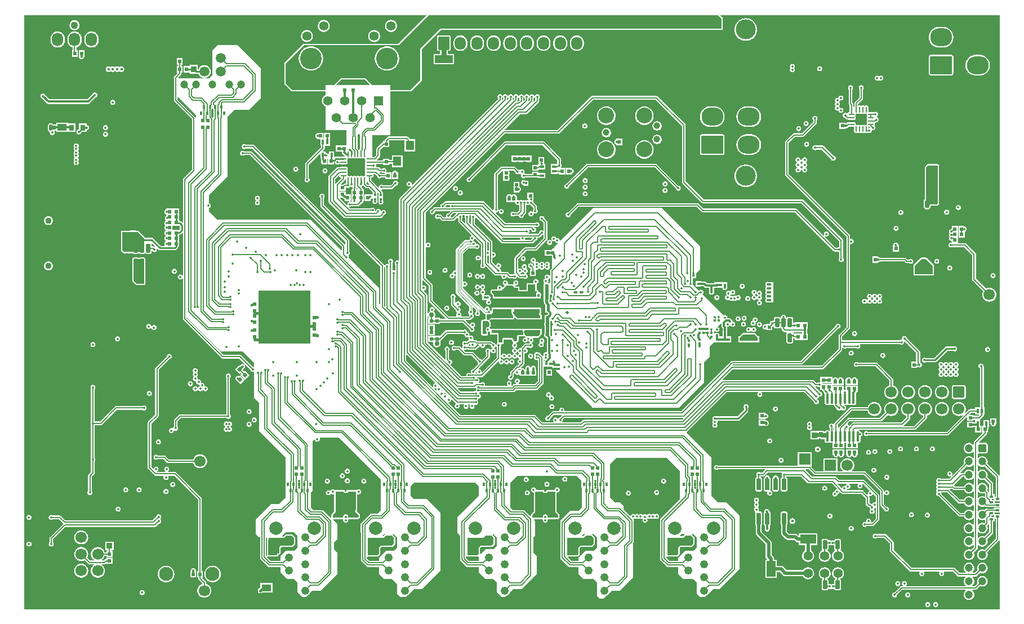
<source format=gbl>
%FSLAX23Y23*%
%MOIN*%
%SFA1B1*%

%IPPOS*%
%AMD31*
4,1,8,0.004900,-0.015000,0.004900,0.015000,0.003700,0.016200,-0.003700,0.016200,-0.004900,0.015000,-0.004900,-0.015000,-0.003700,-0.016200,0.003700,-0.016200,0.004900,-0.015000,0.0*
1,1,0.002460,0.003700,-0.015000*
1,1,0.002460,0.003700,0.015000*
1,1,0.002460,-0.003700,0.015000*
1,1,0.002460,-0.003700,-0.015000*
%
%AMD32*
4,1,8,0.016200,-0.003700,0.016200,0.003700,0.015000,0.004900,-0.015000,0.004900,-0.016200,0.003700,-0.016200,-0.003700,-0.015000,-0.004900,0.015000,-0.004900,0.016200,-0.003700,0.0*
1,1,0.002460,0.015000,-0.003700*
1,1,0.002460,0.015000,0.003700*
1,1,0.002460,-0.015000,0.003700*
1,1,0.002460,-0.015000,-0.003700*
%
%AMD72*
4,1,8,-0.011800,0.023100,-0.011800,-0.023100,-0.008900,-0.026100,0.008900,-0.026100,0.011800,-0.023100,0.011800,0.023100,0.008900,0.026100,-0.008900,0.026100,-0.011800,0.023100,0.0*
1,1,0.005900,-0.008900,0.023100*
1,1,0.005900,-0.008900,-0.023100*
1,1,0.005900,0.008900,-0.023100*
1,1,0.005900,0.008900,0.023100*
%
%AMD80*
4,1,8,-0.007900,0.027100,-0.007900,-0.027100,-0.005900,-0.029000,0.005900,-0.029000,0.007900,-0.027100,0.007900,0.027100,0.005900,0.029000,-0.005900,0.029000,-0.007900,0.027100,0.0*
1,1,0.003940,-0.005900,0.027100*
1,1,0.003940,-0.005900,-0.027100*
1,1,0.003940,0.005900,-0.027100*
1,1,0.003940,0.005900,0.027100*
%
%AMD252*
4,1,8,0.023600,-0.018700,0.023600,0.018700,0.018700,0.023600,-0.018700,0.023600,-0.023600,0.018700,-0.023600,-0.018700,-0.018700,-0.023600,0.018700,-0.023600,0.023600,-0.018700,0.0*
1,1,0.009920,0.018700,-0.018700*
1,1,0.009920,0.018700,0.018700*
1,1,0.009920,-0.018700,0.018700*
1,1,0.009920,-0.018700,-0.018700*
%
%AMD253*
4,1,8,-0.033500,0.000000,-0.033500,0.000000,0.000000,-0.033500,0.000000,-0.033500,0.033500,0.000000,0.033500,0.000000,0.000000,0.033500,0.000000,0.033500,-0.033500,0.000000,0.0*
1,1,0.066940,0.000000,0.000000*
1,1,0.066940,0.000000,0.000000*
1,1,0.066940,0.000000,0.000000*
1,1,0.066940,0.000000,0.000000*
%
%AMD264*
4,1,8,0.033500,-0.028400,0.033500,0.028400,0.028400,0.033500,-0.028400,0.033500,-0.033500,0.028400,-0.033500,-0.028400,-0.028400,-0.033500,0.028400,-0.033500,0.033500,-0.028400,0.0*
1,1,0.010040,0.028400,-0.028400*
1,1,0.010040,0.028400,0.028400*
1,1,0.010040,-0.028400,0.028400*
1,1,0.010040,-0.028400,-0.028400*
%
%AMD265*
4,1,8,0.000000,-0.033500,0.000000,-0.033500,0.033500,0.000000,0.033500,0.000000,0.000000,0.033500,0.000000,0.033500,-0.033500,0.000000,-0.033500,0.000000,0.000000,-0.033500,0.0*
1,1,0.066940,0.000000,0.000000*
1,1,0.066940,0.000000,0.000000*
1,1,0.066940,0.000000,0.000000*
1,1,0.066940,0.000000,0.000000*
%
%AMD266*
4,1,8,-0.065000,0.000000,-0.065000,0.000000,-0.011800,-0.053100,0.011800,-0.053100,0.065000,0.000000,0.065000,0.000000,0.011800,0.053100,-0.011800,0.053100,-0.065000,0.000000,0.0*
1,1,0.106300,-0.011800,0.000000*
1,1,0.106300,-0.011800,0.000000*
1,1,0.106300,0.011800,0.000000*
1,1,0.106300,0.011800,0.000000*
%
%AMD267*
4,1,8,-0.065000,0.048400,-0.065000,-0.048400,-0.060200,-0.053100,0.060200,-0.053100,0.065000,-0.048400,0.065000,0.048400,0.060200,0.053100,-0.060200,0.053100,-0.065000,0.048400,0.0*
1,1,0.009560,-0.060200,0.048400*
1,1,0.009560,-0.060200,-0.048400*
1,1,0.009560,0.060200,-0.048400*
1,1,0.009560,0.060200,0.048400*
%
%AMD276*
4,1,8,-0.034100,0.005900,-0.034100,-0.005900,0.000000,-0.040000,0.000000,-0.040000,0.034100,-0.005900,0.034100,0.005900,0.000000,0.040000,0.000000,0.040000,-0.034100,0.005900,0.0*
1,1,0.068120,0.000000,0.005900*
1,1,0.068120,0.000000,-0.005900*
1,1,0.068120,0.000000,-0.005900*
1,1,0.068120,0.000000,0.005900*
%
%AMD281*
4,1,8,0.028400,0.038400,-0.028400,0.038400,-0.033500,0.033400,-0.033500,-0.033400,-0.028400,-0.038400,0.028400,-0.038400,0.033500,-0.033400,0.033500,0.033400,0.028400,0.038400,0.0*
1,1,0.010040,0.028400,0.033400*
1,1,0.010040,-0.028400,0.033400*
1,1,0.010040,-0.028400,-0.033400*
1,1,0.010040,0.028400,-0.033400*
%
%AMD282*
4,1,8,0.000000,0.038400,0.000000,0.038400,-0.033500,0.004900,-0.033500,-0.004900,0.000000,-0.038400,0.000000,-0.038400,0.033500,-0.004900,0.033500,0.004900,0.000000,0.038400,0.0*
1,1,0.066940,0.000000,0.004900*
1,1,0.066940,0.000000,0.004900*
1,1,0.066940,0.000000,-0.004900*
1,1,0.066940,0.000000,-0.004900*
%
%AMD292*
4,1,8,-0.015000,-0.004900,0.015000,-0.004900,0.016200,-0.003700,0.016200,0.003700,0.015000,0.004900,-0.015000,0.004900,-0.016200,0.003700,-0.016200,-0.003700,-0.015000,-0.004900,0.0*
1,1,0.002460,-0.015000,-0.003700*
1,1,0.002460,0.015000,-0.003700*
1,1,0.002460,0.015000,0.003700*
1,1,0.002460,-0.015000,0.003700*
%
%AMD293*
4,1,8,-0.003700,-0.016200,0.003700,-0.016200,0.004900,-0.015000,0.004900,0.015000,0.003700,0.016200,-0.003700,0.016200,-0.004900,0.015000,-0.004900,-0.015000,-0.003700,-0.016200,0.0*
1,1,0.002460,-0.003700,-0.015000*
1,1,0.002460,0.003700,-0.015000*
1,1,0.002460,0.003700,0.015000*
1,1,0.002460,-0.003700,0.015000*
%
%AMD296*
4,1,8,-0.003900,0.012400,-0.003900,-0.012400,-0.002600,-0.013800,0.002600,-0.013800,0.003900,-0.012400,0.003900,0.012400,0.002600,0.013800,-0.002600,0.013800,-0.003900,0.012400,0.0*
1,1,0.002760,-0.002600,0.012400*
1,1,0.002760,-0.002600,-0.012400*
1,1,0.002760,0.002600,-0.012400*
1,1,0.002760,0.002600,0.012400*
%
%AMD297*
4,1,8,-0.007900,0.011000,-0.007900,-0.011000,-0.005100,-0.013800,0.005100,-0.013800,0.007900,-0.011000,0.007900,0.011000,0.005100,0.013800,-0.005100,0.013800,-0.007900,0.011000,0.0*
1,1,0.005520,-0.005100,0.011000*
1,1,0.005520,-0.005100,-0.011000*
1,1,0.005520,0.005100,-0.011000*
1,1,0.005520,0.005100,0.011000*
%
%AMD300*
4,1,4,0.000300,-0.014100,0.014100,-0.000300,-0.000300,0.014100,-0.014100,0.000300,0.000300,-0.014100,0.0*
%
%AMD301*
4,1,4,-0.000700,0.014800,-0.014800,0.000700,0.000700,-0.014800,0.014800,-0.000700,-0.000700,0.014800,0.0*
%
%AMD304*
4,1,8,0.011800,-0.031500,0.011800,0.031500,0.008900,0.034400,-0.008900,0.034400,-0.011800,0.031500,-0.011800,-0.031500,-0.008900,-0.034400,0.008900,-0.034400,0.011800,-0.031500,0.0*
1,1,0.005900,0.008900,-0.031500*
1,1,0.005900,0.008900,0.031500*
1,1,0.005900,-0.008900,0.031500*
1,1,0.005900,-0.008900,-0.031500*
%
%ADD11C,0.004720*%
%ADD17C,0.005910*%
%ADD18C,0.007870*%
%ADD26R,0.011810X0.023620*%
%ADD29R,0.020000X0.022000*%
G04~CAMADD=31~8~0.0~0.0~324.8~98.4~12.3~0.0~15~0.0~0.0~0.0~0.0~0~0.0~0.0~0.0~0.0~0~0.0~0.0~0.0~270.0~98.0~324.0*
%ADD31D31*%
G04~CAMADD=32~8~0.0~0.0~98.4~324.8~12.3~0.0~15~0.0~0.0~0.0~0.0~0~0.0~0.0~0.0~0.0~0~0.0~0.0~0.0~270.0~324.0~98.0*
%ADD32D32*%
%ADD40R,0.023620X0.011810*%
%ADD43R,0.045000X0.105000*%
%ADD46R,0.105000X0.045000*%
%ADD47R,0.022000X0.020000*%
%ADD48R,0.019680X0.020470*%
%ADD49C,0.029530*%
%ADD50R,0.015750X0.012210*%
%ADD51C,0.019680*%
%ADD56R,0.020470X0.019680*%
%ADD60R,0.040000X0.056000*%
%ADD62R,0.032280X0.035000*%
%ADD65R,0.202760X0.202760*%
%ADD67R,0.017720X0.012600*%
%ADD68R,0.015750X0.025590*%
%ADD69R,0.102360X0.102360*%
G04~CAMADD=72~8~0.0~0.0~521.7~236.2~29.5~0.0~15~0.0~0.0~0.0~0.0~0~0.0~0.0~0.0~0.0~0~0.0~0.0~0.0~90.0~236.0~522.0*
%ADD72D72*%
%ADD77R,0.025590X0.015750*%
G04~CAMADD=80~8~0.0~0.0~580.7~157.5~19.7~0.0~15~0.0~0.0~0.0~0.0~0~0.0~0.0~0.0~0.0~0~0.0~0.0~0.0~90.0~158.0~582.0*
%ADD80D80*%
%ADD83R,0.056000X0.040000*%
%ADD84R,0.012600X0.017720*%
%ADD95R,0.012210X0.015750*%
%ADD238C,0.013780*%
%ADD239C,0.007040*%
%ADD240C,0.005660*%
%ADD241C,0.011810*%
%ADD242C,0.006500*%
%ADD243C,0.009840*%
%ADD244C,0.015750*%
%ADD246C,0.004430*%
%ADD248C,0.003940*%
%ADD250C,0.052490*%
%ADD251C,0.047240*%
G04~CAMADD=252~8~0.0~0.0~472.4~472.4~49.6~0.0~15~0.0~0.0~0.0~0.0~0~0.0~0.0~0.0~0.0~0~0.0~0.0~0.0~270.0~472.0~472.0*
%ADD252D252*%
G04~CAMADD=253~8~0.0~0.0~669.3~669.3~334.7~0.0~15~0.0~0.0~0.0~0.0~0~0.0~0.0~0.0~0.0~0~0.0~0.0~0.0~90.0~670.0~669.0*
%ADD253D253*%
%ADD254R,0.066930X0.066930*%
%ADD255R,0.066930X0.066930*%
%ADD256C,0.037000*%
%ADD257C,0.066930*%
%ADD258C,0.082680*%
%ADD259C,0.048820*%
%ADD260C,0.079000*%
%ADD261C,0.125980*%
%ADD262C,0.055120*%
%ADD263C,0.021650*%
G04~CAMADD=264~8~0.0~0.0~669.3~669.3~50.2~0.0~15~0.0~0.0~0.0~0.0~0~0.0~0.0~0.0~0.0~0~0.0~0.0~0.0~270.0~670.0~670.0*
%ADD264D264*%
G04~CAMADD=265~8~0.0~0.0~669.3~669.3~334.7~0.0~15~0.0~0.0~0.0~0.0~0~0.0~0.0~0.0~0.0~0~0.0~0.0~0.0~180.0~670.0~669.0*
%ADD265D265*%
G04~CAMADD=266~8~0.0~0.0~1063.0~1299.2~531.5~0.0~15~0.0~0.0~0.0~0.0~0~0.0~0.0~0.0~0.0~0~0.0~0.0~0.0~90.0~1300.0~1063.0*
%ADD266D266*%
G04~CAMADD=267~8~0.0~0.0~1063.0~1299.2~47.8~0.0~15~0.0~0.0~0.0~0.0~0~0.0~0.0~0.0~0.0~0~0.0~0.0~0.0~90.0~1300.0~1062.0*
%ADD267D267*%
%ADD268C,0.118110*%
%ADD269R,0.055430X0.055430*%
%ADD270C,0.055430*%
%ADD271C,0.094490*%
%ADD272C,0.127950*%
%ADD273C,0.055040*%
%ADD274C,0.059840*%
%ADD275C,0.141730*%
G04~CAMADD=276~8~0.0~0.0~799.2~681.1~340.6~0.0~15~0.0~0.0~0.0~0.0~0~0.0~0.0~0.0~0.0~0~0.0~0.0~0.0~90.0~682.0~799.0*
%ADD276D276*%
%ADD277R,0.068110X0.079920*%
%ADD278C,0.043310*%
%ADD279C,0.093500*%
%ADD280C,0.039000*%
G04~CAMADD=281~8~0.0~0.0~669.3~767.7~50.2~0.0~15~0.0~0.0~0.0~0.0~0~0.0~0.0~0.0~0.0~0~0.0~0.0~0.0~0.0~669.3~767.7*
%ADD281D281*%
G04~CAMADD=282~8~0.0~0.0~669.3~767.7~334.7~0.0~15~0.0~0.0~0.0~0.0~0~0.0~0.0~0.0~0.0~0~0.0~0.0~0.0~0.0~669.3~767.7*
%ADD282D282*%
%ADD283C,0.204720*%
%ADD284C,0.145670*%
%ADD285C,0.013780*%
%ADD286C,0.017720*%
%ADD290C,0.019680*%
%ADD291C,0.017720*%
G04~CAMADD=292~8~0.0~0.0~324.8~98.4~12.3~0.0~15~0.0~0.0~0.0~0.0~0~0.0~0.0~0.0~0.0~0~0.0~0.0~0.0~180.0~324.0~98.0*
%ADD292D292*%
G04~CAMADD=293~8~0.0~0.0~98.4~324.8~12.3~0.0~15~0.0~0.0~0.0~0.0~0~0.0~0.0~0.0~0.0~0~0.0~0.0~0.0~180.0~98.0~324.0*
%ADD293D293*%
%ADD294R,0.066140X0.066140*%
%ADD295R,0.037400X0.031500*%
G04~CAMADD=296~8~0.0~0.0~275.6~78.7~13.8~0.0~15~0.0~0.0~0.0~0.0~0~0.0~0.0~0.0~0.0~0~0.0~0.0~0.0~90.0~80.0~276.0*
%ADD296D296*%
G04~CAMADD=297~8~0.0~0.0~275.6~157.5~27.6~0.0~15~0.0~0.0~0.0~0.0~0~0.0~0.0~0.0~0.0~0~0.0~0.0~0.0~90.0~158.0~276.0*
%ADD297D297*%
%ADD298R,0.047240X0.055120*%
%ADD299R,0.031500X0.037400*%
G04~CAMADD=300~9~0.0~0.0~196.8~204.7~0.0~0.0~0~0.0~0.0~0.0~0.0~0~0.0~0.0~0.0~0.0~0~0.0~0.0~0.0~225.0~282.0~281.0*
%ADD300D300*%
G04~CAMADD=301~9~0.0~0.0~200.0~220.0~0.0~0.0~0~0.0~0.0~0.0~0.0~0~0.0~0.0~0.0~0.0~0~0.0~0.0~0.0~45.0~296.0~295.0*
%ADD301D301*%
%ADD302R,0.052170X0.092520*%
%ADD303R,0.092520X0.052170*%
G04~CAMADD=304~8~0.0~0.0~689.0~236.2~29.5~0.0~15~0.0~0.0~0.0~0.0~0~0.0~0.0~0.0~0.0~0~0.0~0.0~0.0~270.0~236.0~689.0*
%ADD304D304*%
%ADD305C,0.005000*%
%ADD306C,0.031500*%
%LNbenchy-mb-pcb-changes-1*%
%LPD*%
G36*
X6566Y1587D02*
X6563Y1586D01*
X6562Y1586*
X6561Y1587*
X6493Y1656*
X6494Y1658*
X6495Y1661*
X6495Y1664*
X6496Y1667*
Y1670*
X6495Y1673*
X6495Y1676*
X6494Y1679*
X6493Y1682*
X6491Y1685*
X6489Y1688*
X6487Y1690*
X6485Y1692*
X6483Y1694*
X6480Y1696*
X6478Y1697*
X6475Y1698*
X6472Y1699*
X6469Y1700*
X6466Y1700*
X6463*
X6459Y1700*
X6456Y1699*
X6453Y1698*
X6451Y1697*
X6448Y1696*
X6445Y1694*
X6443Y1692*
X6441Y1690*
X6440Y1690*
X6437Y1691*
Y1715*
X6437Y1715*
X6440Y1717*
X6442Y1716*
X6444Y1716*
X6445Y1716*
X6483*
X6484Y1716*
X6486Y1716*
X6488Y1717*
X6489Y1718*
X6491Y1719*
X6492Y1720*
X6493Y1721*
X6494Y1722*
X6495Y1724*
X6495Y1726*
X6495Y1727*
X6496Y1729*
Y1766*
X6495Y1768*
X6495Y1770*
X6495Y1771*
X6494Y1773*
X6493Y1774*
X6492Y1775*
X6491Y1776*
X6489Y1777*
X6488Y1778*
X6486Y1779*
X6484Y1779*
X6483Y1779*
X6445*
X6445Y1779*
X6443Y1783*
X6443Y1783*
X6489Y1828*
X6490Y1829*
X6491Y1831*
X6491Y1833*
X6492Y1835*
X6492Y1836*
Y1841*
X6498*
Y1861*
X6499Y1862*
X6500Y1863*
X6500Y1865*
X6500Y1867*
X6501Y1868*
Y1873*
X6503*
Y1914*
X6472*
Y1879*
X6462*
Y1841*
X6463*
X6464Y1837*
X6416Y1789*
X6415Y1788*
X6414Y1786*
X6413Y1785*
X6413Y1783*
X6413Y1781*
Y1770*
X6409Y1768*
X6409Y1769*
X6407Y1771*
X6404Y1773*
X6402Y1775*
X6399Y1776*
X6396Y1777*
X6393Y1778*
X6390Y1779*
X6387Y1779*
X6384*
X6381Y1779*
X6378Y1778*
X6375Y1777*
X6372Y1776*
X6369Y1775*
X6367Y1773*
X6364Y1771*
X6362Y1769*
X6360Y1766*
X6358Y1764*
X6357Y1761*
X6356Y1758*
X6355Y1755*
X6354Y1752*
X6354Y1749*
Y1746*
X6354Y1743*
X6355Y1740*
X6356Y1737*
X6357Y1734*
X6358Y1731*
X6360Y1729*
X6362Y1726*
X6364Y1724*
X6367Y1722*
X6369Y1720*
X6372Y1719*
X6375Y1718*
X6378Y1717*
X6381Y1716*
X6384Y1716*
X6387*
X6390Y1716*
X6393Y1717*
X6396Y1718*
X6399Y1719*
X6402Y1720*
X6404Y1722*
X6407Y1724*
X6409Y1726*
X6409Y1727*
X6413Y1725*
Y1691*
X6409Y1690*
X6409Y1690*
X6407Y1692*
X6404Y1694*
X6402Y1696*
X6399Y1697*
X6396Y1698*
X6393Y1699*
X6390Y1700*
X6387Y1700*
X6384*
X6381Y1700*
X6378Y1699*
X6375Y1698*
X6372Y1697*
X6369Y1696*
X6367Y1694*
X6364Y1692*
X6362Y1690*
X6360Y1688*
X6358Y1685*
X6357Y1682*
X6356Y1679*
X6355Y1676*
X6354Y1673*
X6354Y1670*
Y1667*
X6354Y1664*
X6355Y1661*
X6356Y1658*
X6357Y1656*
X6287Y1585*
X6283Y1588*
X6284Y1589*
X6285Y1591*
X6286Y1593*
X6286Y1595*
Y1597*
X6286Y1599*
X6285Y1601*
X6284Y1603*
X6283Y1604*
X6282Y1606*
X6281Y1607*
X6279Y1608*
X6278Y1609*
X6276Y1610*
X6274Y1610*
X6272Y1611*
X6270*
X6268Y1610*
X6266Y1610*
X6265Y1609*
X6263Y1608*
X6261Y1607*
X6260Y1606*
X6259Y1604*
X6258Y1603*
X6257Y1601*
X6257Y1599*
X6256Y1597*
Y1595*
X6257Y1593*
X6257Y1591*
X6258Y1589*
X6259Y1588*
X6260Y1586*
X6261Y1585*
X6263Y1584*
X6265Y1583*
X6266Y1582*
X6268Y1581*
X6270Y1581*
X6272*
X6274Y1581*
X6276Y1582*
X6278Y1583*
X6279Y1584*
X6282Y1581*
X6269Y1567*
X6216*
X6216Y1568*
X6214Y1569*
X6213Y1570*
X6211Y1571*
X6209Y1571*
X6207Y1571*
X6205*
X6203Y1571*
X6201Y1571*
X6200Y1570*
X6198Y1569*
X6196Y1568*
X6195Y1566*
X6194Y1565*
X6193Y1563*
X6192Y1561*
X6192Y1559*
X6191Y1558*
Y1556*
X6192Y1554*
X6192Y1552*
X6193Y1550*
X6194Y1548*
X6195Y1547*
X6195Y1547*
X6195Y1547*
X6194Y1545*
X6193Y1543*
X6192Y1542*
X6192Y1540*
X6191Y1538*
Y1536*
X6192Y1534*
X6192Y1532*
X6193Y1530*
X6194Y1529*
X6195Y1527*
X6195Y1527*
X6195Y1527*
X6194Y1525*
X6193Y1524*
X6192Y1522*
X6192Y1520*
X6191Y1518*
Y1516*
X6192Y1514*
X6192Y1512*
X6193Y1511*
X6194Y1509*
X6195Y1507*
X6195Y1507*
X6195Y1507*
X6194Y1506*
X6193Y1504*
X6192Y1502*
X6192Y1500*
X6191Y1499*
Y1497*
X6192Y1495*
X6192Y1493*
X6193Y1491*
X6194Y1489*
X6195Y1488*
X6195Y1488*
X6195Y1488*
X6194Y1486*
X6193Y1484*
X6192Y1483*
X6192Y1481*
X6191Y1479*
Y1477*
X6192Y1475*
X6192Y1473*
X6193Y1471*
X6194Y1470*
X6195Y1468*
X6196Y1467*
X6198Y1466*
X6200Y1465*
X6201Y1464*
X6203Y1463*
X6205Y1463*
X6206*
X6323Y1346*
X6324Y1345*
X6325Y1344*
X6327Y1344*
X6329Y1343*
X6330Y1343*
X6356*
X6357Y1340*
X6358Y1338*
X6360Y1335*
X6362Y1333*
X6364Y1330*
X6367Y1329*
X6369Y1327*
X6372Y1325*
X6375Y1324*
X6378Y1323*
X6381Y1323*
X6384Y1322*
X6387*
X6390Y1323*
X6393Y1323*
X6396Y1324*
X6399Y1325*
X6402Y1327*
X6404Y1329*
X6407Y1330*
X6409Y1333*
X6409Y1333*
X6413Y1332*
Y1297*
X6409Y1296*
X6409Y1296*
X6407Y1298*
X6404Y1300*
X6402Y1302*
X6399Y1304*
X6396Y1305*
X6393Y1306*
X6390Y1306*
X6387Y1307*
X6384*
X6381Y1306*
X6378Y1306*
X6375Y1305*
X6372Y1304*
X6369Y1302*
X6367Y1300*
X6364Y1298*
X6362Y1296*
X6360Y1294*
X6358Y1291*
X6357Y1289*
X6356Y1286*
X6355Y1283*
X6354Y1280*
X6354Y1277*
Y1274*
X6354Y1270*
X6355Y1267*
X6356Y1264*
X6357Y1262*
X6358Y1259*
X6360Y1256*
X6362Y1254*
X6364Y1252*
X6367Y1250*
X6369Y1248*
X6372Y1247*
X6375Y1245*
X6378Y1245*
X6381Y1244*
X6384Y1244*
X6387*
X6390Y1244*
X6393Y1245*
X6396Y1245*
X6399Y1247*
X6402Y1248*
X6404Y1250*
X6407Y1252*
X6409Y1254*
X6409Y1254*
X6413Y1253*
Y1219*
X6409Y1217*
X6409Y1218*
X6407Y1220*
X6404Y1222*
X6402Y1223*
X6399Y1225*
X6396Y1226*
X6393Y1227*
X6390Y1228*
X6387Y1228*
X6384*
X6381Y1228*
X6378Y1227*
X6375Y1226*
X6372Y1225*
X6369Y1223*
X6367Y1222*
X6364Y1220*
X6362Y1218*
X6360Y1215*
X6358Y1213*
X6357Y1210*
X6356Y1207*
X6355Y1204*
X6354Y1201*
X6354Y1198*
Y1195*
X6354Y1192*
X6355Y1189*
X6356Y1186*
X6357Y1183*
X6358Y1180*
X6360Y1178*
X6362Y1175*
X6364Y1173*
X6367Y1171*
X6369Y1169*
X6372Y1168*
X6375Y1167*
X6378Y1166*
X6381Y1165*
X6384Y1165*
X6387*
X6390Y1165*
X6393Y1166*
X6396Y1167*
X6399Y1168*
X6402Y1169*
X6404Y1171*
X6407Y1173*
X6409Y1175*
X6409Y1175*
X6413Y1174*
Y1162*
X6398Y1147*
X6396Y1147*
X6393Y1148*
X6390Y1149*
X6387Y1149*
X6384*
X6381Y1149*
X6378Y1148*
X6375Y1147*
X6372Y1146*
X6369Y1145*
X6367Y1143*
X6364Y1141*
X6362Y1139*
X6360Y1136*
X6358Y1134*
X6357Y1131*
X6356Y1128*
X6355Y1125*
X6354Y1122*
X6354Y1119*
Y1116*
X6354Y1113*
X6355Y1110*
X6356Y1107*
X6357Y1104*
X6358Y1101*
X6360Y1099*
X6362Y1096*
X6364Y1094*
X6367Y1092*
X6369Y1091*
X6372Y1089*
X6375Y1088*
X6378Y1087*
X6381Y1086*
X6384Y1086*
X6387*
X6390Y1086*
X6393Y1087*
X6396Y1088*
X6399Y1089*
X6402Y1091*
X6404Y1092*
X6407Y1094*
X6409Y1096*
X6411Y1099*
X6412Y1101*
X6414Y1104*
X6415Y1107*
X6416Y1110*
X6417Y1113*
X6417Y1116*
Y1119*
X6417Y1122*
X6416Y1125*
X6415Y1128*
X6414Y1130*
X6433Y1149*
X6434Y1150*
X6435Y1152*
X6436Y1153*
X6436Y1155*
X6437Y1157*
Y1174*
X6440Y1175*
X6441Y1175*
X6443Y1173*
X6445Y1171*
X6448Y1169*
X6451Y1168*
X6453Y1167*
X6456Y1166*
X6459Y1165*
X6463Y1165*
X6466*
X6469Y1165*
X6472Y1166*
X6475Y1167*
X6478Y1168*
X6480Y1169*
X6483Y1171*
X6485Y1173*
X6487Y1175*
X6489Y1178*
X6491Y1180*
X6493Y1183*
X6494Y1186*
X6495Y1189*
X6495Y1192*
X6496Y1195*
Y1198*
X6495Y1201*
X6495Y1204*
X6494Y1207*
X6493Y1210*
X6524Y1241*
X6525Y1242*
X6526Y1244*
X6527Y1245*
X6527Y1247*
X6527Y1249*
Y1314*
X6536*
Y1330*
X6543*
Y1212*
X6477Y1146*
X6475Y1147*
X6472Y1148*
X6469Y1149*
X6466Y1149*
X6463*
X6459Y1149*
X6456Y1148*
X6453Y1147*
X6451Y1146*
X6448Y1145*
X6445Y1143*
X6443Y1141*
X6441Y1139*
X6439Y1136*
X6437Y1134*
X6436Y1131*
X6434Y1128*
X6433Y1125*
X6433Y1122*
X6433Y1119*
Y1116*
X6433Y1113*
X6433Y1110*
X6434Y1107*
X6436Y1104*
X6437Y1101*
X6439Y1099*
X6441Y1096*
X6443Y1094*
X6445Y1092*
X6448Y1091*
X6451Y1089*
X6453Y1088*
X6456Y1087*
X6459Y1086*
X6463Y1086*
X6466*
X6469Y1086*
X6472Y1087*
X6475Y1088*
X6478Y1089*
X6480Y1091*
X6483Y1092*
X6485Y1094*
X6487Y1096*
X6489Y1099*
X6491Y1101*
X6493Y1104*
X6494Y1107*
X6495Y1110*
X6495Y1113*
X6496Y1116*
Y1119*
X6495Y1122*
X6495Y1125*
X6494Y1128*
X6493Y1131*
X6561Y1200*
X6562Y1201*
X6563Y1201*
X6566Y1200*
Y795*
X795*
Y4312*
X3174*
X3175Y4309*
X3008Y4141*
X2450*
X2449Y4141*
X2447Y4141*
X2446Y4140*
X2445Y4139*
X2336Y4031*
X2335Y4029*
X2335Y4028*
X2334Y4027*
X2334Y4025*
Y3907*
X2334Y3905*
X2335Y3904*
X2335Y3903*
X2336Y3901*
X2376Y3862*
X2377Y3861*
X2378Y3860*
X2380Y3860*
X2381Y3860*
X2578*
Y3838*
X2577Y3838*
X2574Y3837*
X2572Y3835*
X2569Y3833*
X2567Y3831*
X2565Y3829*
X2563Y3827*
X2561Y3824*
X2559Y3821*
X2558Y3819*
X2557Y3816*
X2556Y3813*
X2556Y3810*
X2555Y3807*
Y3803*
X2556Y3800*
X2556Y3797*
X2557Y3794*
X2558Y3791*
X2559Y3789*
X2561Y3786*
X2563Y3783*
X2565Y3781*
X2567Y3779*
X2569Y3777*
X2572Y3775*
X2574Y3773*
X2577Y3772*
X2578Y3772*
Y3631*
X2702*
Y3540*
X2675*
X2639*
Y3504*
X2670*
X2671*
X2674Y3500*
Y3499*
X2674Y3497*
X2674Y3495*
X2675Y3493*
X2676Y3491*
X2677Y3490*
X2679Y3488*
X2680Y3487*
X2682Y3486*
X2684Y3485*
X2685Y3485*
X2692Y3478*
X2693Y3477*
X2693Y3477*
X2692Y3473*
X2668*
X2668*
X2638*
X2637Y3473*
X2635Y3473*
X2633Y3472*
X2630Y3474*
X2629Y3474*
Y3504*
X2598*
Y3490*
X2596Y3489*
X2594Y3489*
X2593Y3490*
X2592Y3491*
X2590Y3492*
X2589Y3493*
X2587Y3494*
X2585Y3494*
X2584Y3494*
X2584Y3495*
X2582Y3496*
X2580Y3496*
X2579Y3496*
X2578Y3497*
Y3504*
X2563*
X2562Y3508*
X2570Y3517*
X2571Y3518*
X2572Y3519*
X2573Y3521*
X2573Y3522*
X2573Y3524*
Y3538*
X2604*
Y3577*
X2604*
Y3615*
X2569*
Y3579*
X2564*
Y3615*
X2529*
Y3611*
X2528Y3610*
X2526Y3610*
X2524Y3609*
X2523Y3608*
X2521Y3607*
X2520Y3606*
X2519Y3604*
X2518Y3603*
X2517Y3601*
X2516Y3599*
X2516Y3597*
Y3595*
X2516Y3593*
X2517Y3591*
X2518Y3589*
X2519Y3588*
X2520Y3586*
X2521Y3585*
X2523Y3584*
X2524Y3583*
X2526Y3582*
X2528Y3581*
X2529Y3581*
Y3577*
X2547*
Y3538*
X2552*
Y3529*
X2460Y3437*
X2459Y3436*
X2458Y3435*
X2458Y3433*
X2457Y3431*
X2457Y3430*
Y3346*
X2457Y3346*
X2456Y3344*
X2455Y3343*
X2454Y3341*
X2453Y3339*
X2453Y3337*
Y3335*
X2453Y3333*
X2454Y3331*
X2455Y3330*
X2456Y3328*
X2457Y3326*
X2458Y3325*
X2460Y3324*
X2461Y3323*
X2463Y3322*
X2465Y3322*
X2467Y3321*
X2469*
X2471Y3322*
X2473Y3322*
X2475Y3323*
X2476Y3324*
X2478Y3325*
X2479Y3326*
X2480Y3328*
X2481Y3330*
X2482Y3331*
X2483Y3333*
X2483Y3335*
Y3337*
X2483Y3339*
X2482Y3341*
X2481Y3343*
X2480Y3344*
X2479Y3346*
X2479Y3346*
Y3425*
X2543Y3489*
X2547Y3488*
Y3463*
X2550*
Y3455*
X2550Y3453*
X2550Y3452*
X2551Y3450*
X2551Y3449*
X2552Y3447*
Y3427*
X2588*
Y3462*
X2588Y3462*
X2592Y3460*
Y3427*
X2628*
Y3439*
X2630*
X2632Y3439*
X2633Y3438*
X2633Y3436*
X2634Y3434*
X2635Y3432*
X2636Y3431*
X2637Y3429*
X2639Y3428*
X2641Y3427*
X2642Y3426*
X2644Y3426*
X2646Y3426*
X2648*
X2650Y3426*
X2652Y3426*
X2654Y3427*
X2655Y3428*
X2657Y3429*
X2658Y3430*
X2662Y3430*
X2663Y3429*
X2664Y3429*
X2665Y3428*
X2667Y3428*
X2668Y3428*
X2698*
X2700Y3428*
X2701Y3428*
X2702Y3429*
X2703Y3429*
X2705Y3430*
X2705Y3431*
X2706Y3433*
X2707Y3434*
X2707Y3435*
X2707Y3437*
Y3444*
X2707Y3446*
X2707Y3447*
X2706Y3448*
X2705Y3450*
X2705Y3450*
X2705Y3451*
X2706Y3452*
X2707Y3454*
X2707Y3455*
X2707Y3456*
Y3463*
X2714*
X2715Y3463*
X2717Y3464*
X2718Y3464*
X2719Y3465*
X2720Y3465*
X2721Y3465*
X2722Y3464*
X2723Y3464*
X2725Y3463*
X2726Y3463*
X2734*
X2735Y3463*
X2736Y3464*
X2738Y3464*
X2739Y3465*
X2740Y3465*
X2740Y3465*
X2742Y3464*
X2743Y3464*
X2744Y3463*
X2746Y3463*
X2753*
X2755Y3463*
X2756Y3464*
X2757Y3464*
X2759Y3465*
X2759Y3465*
X2760Y3465*
X2761Y3464*
X2763Y3464*
X2764Y3463*
X2765Y3463*
X2773*
X2774Y3463*
X2776Y3464*
X2777Y3464*
X2778Y3465*
X2779Y3465*
X2780Y3465*
X2781Y3464*
X2782Y3464*
X2784Y3463*
X2785Y3463*
X2793*
X2794Y3463*
X2795Y3464*
X2797Y3464*
X2798Y3465*
X2799Y3465*
X2800Y3465*
X2801Y3464*
X2802Y3464*
X2803Y3463*
X2805Y3463*
X2811*
Y3456*
X2812Y3455*
X2812Y3454*
X2812Y3452*
X2813Y3451*
X2814Y3450*
X2813Y3450*
X2812Y3448*
X2812Y3447*
X2812Y3446*
X2811Y3444*
Y3437*
X2812Y3435*
X2812Y3434*
X2812Y3433*
X2813Y3431*
X2814Y3431*
X2813Y3430*
X2812Y3429*
X2812Y3427*
X2812Y3426*
X2811Y3424*
Y3417*
X2812Y3416*
X2812Y3414*
X2812Y3413*
X2813Y3412*
X2814Y3411*
X2813Y3410*
X2812Y3409*
X2812Y3408*
X2812Y3406*
X2811Y3405*
Y3397*
X2812Y3396*
X2812Y3395*
X2812Y3393*
X2813Y3392*
X2814Y3391*
X2813Y3390*
X2812Y3389*
X2812Y3388*
X2812Y3387*
X2811Y3385*
Y3378*
X2812Y3376*
X2812Y3375*
X2812Y3374*
X2813Y3372*
X2814Y3372*
X2813Y3371*
X2812Y3370*
X2812Y3368*
X2812Y3367*
X2811Y3365*
Y3359*
X2805*
X2803Y3359*
X2802Y3358*
X2801Y3358*
X2800Y3357*
X2799Y3356*
X2798Y3357*
X2797Y3358*
X2795Y3358*
X2794Y3359*
X2793Y3359*
X2785*
X2784Y3359*
X2782Y3358*
X2781Y3358*
X2780Y3357*
X2779Y3356*
X2778Y3357*
X2777Y3358*
X2776Y3358*
X2774Y3359*
X2773Y3359*
X2765*
X2764Y3359*
X2763Y3358*
X2761Y3358*
X2760Y3357*
X2759Y3356*
X2759Y3357*
X2757Y3358*
X2756Y3358*
X2755Y3359*
X2753Y3359*
X2746*
X2744Y3359*
X2743Y3358*
X2742Y3358*
X2740Y3357*
X2740Y3356*
X2739Y3357*
X2738Y3358*
X2736Y3358*
X2735Y3359*
X2734Y3359*
X2726*
X2725Y3359*
X2723Y3358*
X2722Y3358*
X2721Y3357*
X2720Y3356*
X2719Y3357*
X2718Y3358*
X2717Y3358*
X2715Y3359*
X2714Y3359*
X2707*
Y3365*
X2707Y3367*
X2707Y3368*
X2706Y3370*
X2705Y3371*
X2705Y3372*
X2705Y3372*
X2706Y3374*
X2707Y3375*
X2707Y3376*
X2707Y3378*
Y3385*
X2707Y3387*
X2707Y3388*
X2706Y3389*
X2705Y3390*
X2705Y3391*
X2705Y3392*
X2706Y3393*
X2707Y3395*
X2707Y3396*
X2707Y3397*
Y3405*
X2707Y3406*
X2707Y3408*
X2706Y3409*
X2705Y3410*
X2705Y3411*
X2703Y3412*
X2702Y3413*
X2701Y3413*
X2700Y3414*
X2698Y3414*
X2668*
X2667Y3414*
X2665Y3413*
X2664Y3413*
X2663Y3412*
X2662Y3412*
X2651*
X2649Y3412*
X2648Y3411*
X2646Y3411*
X2645Y3410*
X2643Y3409*
X2598Y3363*
X2597Y3362*
X2596Y3361*
X2595Y3359*
X2595Y3358*
X2595Y3356*
Y3208*
X2595Y3206*
X2595Y3205*
X2596Y3203*
X2597Y3202*
X2598Y3200*
X2687Y3112*
X2688Y3111*
X2689Y3110*
X2691Y3109*
X2693Y3109*
X2694Y3109*
X2901*
X2903Y3109*
X2904Y3109*
X2906Y3110*
X2907Y3111*
X2909Y3112*
X2917Y3120*
X2918Y3122*
X2919Y3123*
X2920Y3125*
X2920Y3126*
X2920Y3127*
X2921Y3128*
X2922*
X2924Y3129*
X2926Y3129*
X2927Y3130*
X2929Y3131*
X2931Y3132*
X2932Y3133*
X2933Y3135*
X2934Y3137*
X2935Y3138*
X2935Y3140*
X2936Y3142*
Y3144*
X2935Y3146*
X2935Y3148*
X2934Y3150*
X2933Y3151*
X2932Y3153*
X2931Y3154*
X2929Y3156*
X2927Y3156*
X2926Y3157*
X2924Y3158*
X2922Y3158*
X2920*
X2918Y3158*
X2916Y3157*
X2914Y3156*
X2913Y3156*
X2911Y3154*
X2910Y3153*
X2908Y3151*
X2908Y3150*
X2905Y3151*
X2904Y3151*
X2904Y3152*
X2903Y3154*
X2903Y3156*
X2902Y3157*
X2900Y3159*
X2899Y3160*
X2897Y3161*
X2896Y3162*
X2894Y3163*
X2892Y3164*
X2890Y3164*
X2888*
X2886Y3164*
X2885Y3163*
X2883Y3162*
X2881Y3161*
X2880Y3160*
X2878Y3159*
X2877Y3157*
X2876Y3156*
X2875Y3154*
X2875Y3153*
X2873Y3152*
X2871Y3154*
X2870Y3154*
X2871Y3156*
Y3158*
X2870Y3160*
X2870Y3162*
X2869Y3164*
X2868Y3165*
X2867Y3167*
X2866Y3168*
X2864Y3169*
X2862Y3170*
X2861Y3171*
X2859Y3171*
X2857Y3172*
X2855*
X2853Y3171*
X2851Y3171*
X2849Y3170*
X2848Y3169*
X2846Y3168*
X2846Y3168*
X2723*
X2716Y3174*
X2717Y3175*
X2719Y3178*
X2721Y3178*
X2723*
X2725Y3178*
X2727Y3178*
X2728Y3179*
X2730Y3180*
X2732Y3181*
X2732Y3182*
X2769*
X2771Y3182*
X2773Y3182*
X2774Y3183*
X2776Y3184*
X2777Y3185*
X2788Y3195*
X2788*
X2790Y3196*
X2792Y3196*
X2793Y3197*
X2795Y3198*
X2797Y3199*
X2798Y3200*
X2799Y3202*
X2800Y3204*
X2801Y3205*
X2801Y3207*
X2802Y3209*
Y3211*
X2804*
Y3242*
Y3280*
X2797*
Y3281*
X2797Y3283*
X2797Y3285*
X2796Y3286*
X2795Y3288*
X2794Y3289*
X2789Y3294*
X2790Y3295*
X2791Y3298*
X2792Y3298*
X2794Y3298*
X2795Y3299*
X2797Y3300*
X2799Y3301*
X2801Y3301*
X2813Y3289*
X2814Y3288*
X2815Y3287*
X2817Y3286*
X2819Y3286*
X2820Y3286*
X2834*
X2854Y3265*
X2856Y3262*
Y3251*
X2852Y3249*
X2852Y3249*
X2850Y3250*
X2849Y3251*
X2847Y3252*
X2845Y3252*
X2843Y3252*
X2841*
X2839Y3252*
X2837Y3252*
X2835Y3251*
X2834Y3250*
X2832Y3249*
X2832Y3249*
X2831*
X2830Y3249*
X2809*
Y3211*
X2844*
Y3222*
X2846Y3223*
X2847Y3224*
X2847Y3224*
X2849Y3224*
X2850Y3225*
X2852Y3226*
X2852Y3226*
X2856Y3225*
Y3213*
X2856Y3213*
X2855Y3211*
X2855Y3209*
Y3207*
X2855Y3205*
X2856Y3203*
X2856Y3202*
X2857Y3200*
X2858Y3198*
X2860Y3197*
X2861Y3196*
X2863Y3195*
X2865Y3194*
X2867Y3194*
X2869Y3193*
X2871*
X2872Y3194*
X2874Y3194*
X2876Y3195*
X2878Y3196*
X2879Y3197*
X2881Y3198*
X2882Y3200*
X2883Y3202*
X2884Y3203*
X2884Y3205*
X2884Y3207*
Y3209*
X2884Y3211*
X2884Y3213*
X2884Y3213*
Y3260*
X2887Y3262*
X2891Y3258*
Y3209*
X2891Y3209*
X2891Y3207*
X2890Y3205*
Y3203*
X2891Y3201*
X2891Y3199*
X2892Y3198*
X2893Y3196*
X2894Y3194*
X2895Y3193*
X2897Y3192*
X2898Y3191*
X2900Y3190*
X2902Y3190*
X2904Y3189*
X2906*
X2908Y3190*
X2910Y3190*
X2912Y3191*
X2913Y3192*
X2915Y3193*
X2916Y3194*
X2917Y3196*
X2918Y3198*
X2919Y3199*
X2920Y3201*
X2920Y3203*
Y3205*
X2920Y3207*
X2919Y3209*
X2919Y3209*
Y3230*
Y3262*
X2916*
X2915Y3263*
X2915Y3264*
X2914Y3266*
X2913Y3267*
X2906Y3274*
X2906Y3275*
X2907Y3278*
X2908*
X2910Y3278*
X2912Y3279*
X2914Y3280*
X2915Y3281*
X2917Y3282*
X2917Y3282*
X2968*
X2970Y3282*
X2971Y3282*
X2973Y3283*
X2974Y3284*
X2976Y3285*
X2992Y3302*
X2993*
X2995Y3302*
X2996Y3302*
X2998Y3303*
X3000Y3304*
X3001Y3305*
X3003Y3307*
X3004Y3308*
X3005Y3310*
X3006Y3312*
X3006Y3314*
X3006Y3315*
Y3317*
X3006Y3319*
X3006Y3321*
X3005Y3323*
X3004Y3325*
X3003Y3326*
X3001Y3328*
X3000Y3329*
X2998Y3330*
X2996Y3330*
X2995Y3331*
X2993Y3331*
X2991*
X2989Y3331*
X2987Y3330*
X2985Y3330*
X2983Y3329*
X2982Y3328*
X2981Y3326*
X2979Y3325*
X2978Y3323*
X2978Y3321*
X2977Y3319*
X2977Y3317*
Y3317*
X2964Y3304*
X2917*
X2917Y3304*
X2915Y3305*
X2914Y3306*
X2912Y3307*
X2910Y3307*
X2908Y3308*
X2906*
X2904Y3307*
X2902Y3307*
X2900Y3306*
X2899Y3305*
X2897Y3304*
X2896Y3303*
X2895Y3301*
X2894Y3299*
X2893Y3298*
X2892Y3296*
X2892Y3294*
Y3293*
X2889Y3291*
X2888Y3291*
X2846Y3333*
Y3349*
X2851*
X2852Y3349*
X2853Y3349*
X2855Y3350*
X2856Y3351*
X2857Y3352*
X2858Y3353*
X2859Y3354*
X2859Y3355*
X2860Y3357*
X2860Y3358*
Y3365*
X2860Y3367*
X2860Y3367*
X2862Y3370*
X2863Y3371*
X2871*
X2882Y3359*
Y3359*
X2883Y3357*
X2883Y3355*
X2884Y3353*
X2885Y3352*
X2886Y3350*
X2887Y3349*
X2889Y3347*
X2891Y3346*
X2892Y3346*
X2894Y3345*
X2896Y3345*
X2898*
X2900Y3345*
X2902Y3346*
X2904Y3346*
X2905Y3347*
X2907Y3349*
X2907Y3349*
X2930*
Y3341*
X2966*
Y3379*
X2937*
X2936Y3379*
X2935Y3383*
X2935Y3383*
X2936Y3385*
X2937Y3386*
X2937Y3388*
X2937Y3390*
Y3392*
X2937Y3394*
X2937Y3396*
X2936Y3398*
X2935Y3399*
X2934Y3401*
X2932Y3402*
X2931Y3404*
X2929Y3405*
X2927Y3405*
X2926Y3406*
X2924Y3406*
X2922*
X2920Y3406*
X2918Y3405*
X2916Y3405*
X2915Y3404*
X2913Y3402*
X2913Y3402*
X2903*
X2897Y3409*
X2895Y3410*
X2894Y3411*
X2892Y3411*
X2891Y3412*
X2889Y3412*
X2878*
X2878Y3412*
X2876Y3416*
X2876Y3416*
X2876Y3418*
X2876Y3420*
Y3422*
X2876Y3424*
X2876Y3426*
X2876Y3426*
X2878Y3429*
X2878Y3430*
X2918*
Y3425*
X2955*
Y3432*
X2970*
Y3411*
X3033*
Y3482*
X2970*
Y3454*
X2955*
Y3461*
X2918*
Y3451*
X2882*
X2880Y3455*
X2897Y3472*
X2898Y3473*
X2899Y3475*
X2900Y3476*
X2900Y3478*
X2900Y3480*
Y3513*
X2915Y3528*
X2918Y3530*
X2955*
Y3566*
X2955Y3569*
X2957Y3571*
X3045*
Y3505*
X3108*
Y3576*
X3077*
X3077Y3577*
X3077Y3579*
X3076Y3580*
X3075Y3581*
X3066Y3590*
X3065Y3591*
X3063Y3592*
X3062Y3593*
X3060Y3593*
X3059Y3593*
X2952*
X2951Y3593*
X2949Y3593*
X2947Y3592*
X2946Y3591*
X2945Y3590*
X2929Y3574*
X2928Y3573*
X2927Y3571*
X2926Y3570*
X2926Y3568*
X2926Y3566*
Y3566*
X2918*
Y3559*
X2918Y3559*
X2917Y3558*
X2915Y3558*
X2914Y3557*
X2912Y3556*
X2882Y3525*
X2880Y3524*
X2880Y3522*
X2879Y3521*
X2879Y3519*
X2878Y3517*
Y3484*
X2865Y3471*
X2856*
X2856Y3471*
X2855Y3472*
X2854Y3472*
Y3602*
X2962*
Y3860*
X3080*
X3082Y3860*
X3083Y3860*
X3085Y3861*
X3086Y3862*
X3145Y3921*
X3146Y3922*
X3147Y3924*
X3147Y3925*
X3147Y3927*
Y4110*
X3261Y4224*
X4812*
Y4223*
X4880*
Y4224*
X4921*
X4922Y4224*
X4924Y4224*
X4925Y4225*
X4926Y4226*
X4927Y4227*
X4928Y4229*
X4929Y4230*
X4929Y4232*
Y4291*
X4929Y4292*
X4928Y4294*
X4927Y4295*
X4926Y4296*
X4914Y4309*
X4916Y4312*
X6566*
Y1587*
G37*
G36*
X2839Y3901D02*
X2838Y3897D01*
X2644*
X2642Y3901*
X2670Y3929*
X2811*
X2839Y3901*
G37*
G36*
X4921Y4291D02*
Y4232D01*
X3257*
X3139Y4114*
Y3927*
X3080Y3868*
X2962*
Y3897*
X2854*
X2814Y3937*
X2667*
X2627Y3897*
X2578*
Y3868*
X2381*
X2342Y3907*
Y4025*
X2450Y4133*
X3011*
X3188Y4311*
X4901*
X4921Y4291*
G37*
G36*
X2899Y3380D02*
X2913D01*
X2913Y3380*
X2915Y3379*
X2916Y3378*
X2918Y3377*
X2920Y3377*
X2922Y3376*
X2924*
X2926Y3377*
X2926Y3377*
X2929Y3375*
X2930Y3375*
X2929Y3371*
X2907*
X2907Y3371*
X2905Y3372*
X2904Y3373*
X2902Y3374*
X2900Y3374*
X2898Y3375*
X2898*
X2896Y3377*
X2898Y3380*
X2899Y3380*
G37*
G36*
X2659Y3359D02*
Y3358D01*
X2659Y3357*
X2659Y3355*
X2660Y3354*
X2661Y3353*
X2662Y3352*
X2663Y3351*
X2664Y3350*
X2665Y3349*
X2667Y3349*
X2668Y3349*
X2669*
X2670Y3345*
X2639Y3314*
X2639Y3314*
X2635Y3316*
Y3340*
X2655Y3360*
X2659Y3359*
G37*
G36*
X2826Y3324D02*
X2827Y3322D01*
X2828Y3321*
X2837Y3312*
X2836Y3308*
X2825*
X2819Y3313*
Y3314*
X2820Y3314*
X2820Y3315*
X2821Y3317*
X2821Y3318*
X2821Y3320*
Y3325*
X2825Y3325*
X2826Y3324*
G37*
G36*
X2697Y3339D02*
Y3320D01*
X2697Y3318*
X2698Y3317*
X2697Y3315*
X2695Y3314*
X2695Y3314*
X2691*
X2689Y3313*
X2688Y3313*
X2686Y3312*
X2685Y3311*
X2683Y3310*
X2680Y3307*
X2668*
X2667Y3311*
X2691Y3335*
X2692Y3336*
X2693Y3338*
X2693Y3339*
X2697Y3339*
G37*
G36*
X2725Y3296D02*
X2727Y3296D01*
X2729Y3295*
X2731*
X2733Y3296*
X2734Y3296*
X2738Y3294*
X2738Y3291*
X2738Y3290*
X2738Y3289*
X2737Y3287*
X2737Y3285*
Y3280*
X2730*
Y3242*
Y3211*
X2732*
X2733Y3207*
X2729Y3205*
X2728Y3206*
X2727Y3206*
X2725Y3207*
X2724Y3207*
X2724Y3211*
X2726*
Y3249*
X2702*
X2702Y3249*
X2701Y3250*
X2699Y3251*
X2697Y3252*
X2696Y3252*
Y3267*
X2658*
Y3271*
X2696*
Y3292*
X2696Y3292*
X2700*
X2700Y3292*
X2702Y3290*
X2704Y3289*
X2705Y3289*
X2707Y3288*
X2709Y3288*
X2711*
X2713Y3288*
X2715Y3289*
X2717Y3289*
X2718Y3290*
X2720Y3292*
X2721Y3293*
X2722Y3294*
X2723Y3296*
X2724Y3297*
X2725Y3296*
G37*
G36*
X2768Y3284D02*
X2768Y3283D01*
X2766Y3280*
X2763Y3281*
X2760Y3284*
X2761Y3286*
X2765Y3287*
X2768Y3284*
G37*
G36*
X2679Y3229D02*
X2680Y3227D01*
X2682Y3226*
X2683Y3226*
X2684Y3225*
X2686Y3224*
X2687Y3224*
X2688Y3223*
X2689Y3222*
X2690Y3222*
Y3211*
X2719*
X2720Y3207*
X2719Y3207*
X2717Y3206*
X2715Y3206*
X2714Y3205*
X2712Y3204*
X2711Y3202*
X2710Y3201*
X2709Y3199*
X2708Y3197*
X2707Y3195*
X2707Y3193*
Y3191*
X2707Y3190*
X2704Y3187*
X2703Y3187*
X2663Y3228*
X2664Y3231*
X2676*
X2679Y3229*
G37*
G36*
X6413Y1646D02*
Y1612D01*
X6409Y1611*
X6409Y1611*
X6407Y1613*
X6404Y1615*
X6402Y1617*
X6399Y1619*
X6396Y1620*
X6393Y1621*
X6390Y1621*
X6387Y1622*
X6384*
X6381Y1621*
X6378Y1621*
X6375Y1620*
X6372Y1619*
X6369Y1617*
X6367Y1615*
X6364Y1613*
X6362Y1611*
X6360Y1609*
X6358Y1606*
X6357Y1604*
X6356Y1601*
X6342*
X6340Y1601*
X6339Y1600*
X6337Y1600*
X6335Y1603*
X6372Y1640*
X6375Y1639*
X6378Y1638*
X6381Y1638*
X6384Y1637*
X6387*
X6390Y1638*
X6393Y1638*
X6396Y1639*
X6399Y1640*
X6402Y1642*
X6404Y1643*
X6407Y1645*
X6409Y1648*
X6409Y1648*
X6413Y1646*
G37*
G36*
X6357Y1577D02*
X6358Y1574D01*
X6360Y1571*
X6362Y1569*
X6364Y1567*
X6367Y1565*
X6369Y1563*
X6372Y1562*
X6375Y1560*
X6378Y1559*
X6381Y1559*
X6384Y1559*
X6387*
X6390Y1559*
X6393Y1559*
X6396Y1560*
X6399Y1562*
X6402Y1563*
X6404Y1565*
X6407Y1567*
X6409Y1569*
X6409Y1569*
X6413Y1568*
Y1534*
X6409Y1532*
X6409Y1532*
X6407Y1535*
X6404Y1537*
X6402Y1538*
X6399Y1540*
X6396Y1541*
X6393Y1542*
X6390Y1543*
X6387Y1543*
X6384*
X6381Y1543*
X6378Y1542*
X6375Y1541*
X6372Y1540*
X6369Y1538*
X6367Y1537*
X6364Y1535*
X6362Y1532*
X6360Y1530*
X6358Y1528*
X6357Y1525*
X6356Y1522*
X6303*
X6300Y1525*
X6299Y1526*
X6299Y1526*
X6299Y1526*
X6298Y1530*
X6298Y1531*
X6347Y1579*
X6356*
X6357Y1577*
G37*
G36*
X6441Y1569D02*
X6443Y1567D01*
X6445Y1565*
X6448Y1563*
X6451Y1562*
X6453Y1560*
X6456Y1559*
X6459Y1559*
X6463Y1559*
X6466*
X6469Y1559*
X6472Y1559*
X6475Y1560*
X6477Y1561*
X6505Y1533*
Y1489*
X6501Y1488*
X6501Y1489*
X6500Y1490*
X6499Y1491*
X6493Y1498*
X6494Y1501*
X6495Y1504*
X6495Y1507*
X6496Y1510*
Y1513*
X6495Y1516*
X6495Y1519*
X6494Y1522*
X6493Y1525*
X6491Y1528*
X6489Y1530*
X6487Y1532*
X6485Y1535*
X6483Y1537*
X6480Y1538*
X6478Y1540*
X6475Y1541*
X6472Y1542*
X6469Y1543*
X6466Y1543*
X6463*
X6459Y1543*
X6456Y1542*
X6453Y1541*
X6451Y1540*
X6448Y1538*
X6445Y1537*
X6443Y1535*
X6441Y1532*
X6440Y1532*
X6437Y1534*
Y1568*
X6440Y1569*
X6441Y1569*
G37*
G36*
Y1490D02*
X6443Y1488D01*
X6445Y1486*
X6448Y1484*
X6451Y1483*
X6453Y1482*
X6456Y1481*
X6459Y1480*
X6463Y1480*
X6466*
X6469Y1480*
X6472Y1481*
X6475Y1482*
X6477Y1483*
X6481Y1479*
Y1464*
X6479Y1462*
X6477Y1461*
X6475Y1462*
X6472Y1463*
X6469Y1464*
X6466Y1464*
X6463*
X6459Y1464*
X6456Y1463*
X6453Y1462*
X6451Y1461*
X6448Y1460*
X6445Y1458*
X6443Y1456*
X6441Y1454*
X6440Y1453*
X6437Y1455*
Y1489*
X6440Y1490*
X6441Y1490*
G37*
G36*
Y1648D02*
X6443Y1645D01*
X6445Y1643*
X6448Y1642*
X6451Y1640*
X6453Y1639*
X6456Y1638*
X6459Y1638*
X6463Y1637*
X6466*
X6469Y1638*
X6472Y1638*
X6475Y1639*
X6477Y1640*
X6543Y1575*
Y1460*
X6536*
Y1476*
X6527*
Y1538*
X6527Y1540*
X6527Y1541*
X6526Y1543*
X6525Y1544*
X6524Y1546*
X6493Y1577*
X6494Y1579*
X6495Y1582*
X6495Y1585*
X6496Y1589*
Y1592*
X6495Y1595*
X6495Y1598*
X6494Y1601*
X6493Y1604*
X6491Y1606*
X6489Y1609*
X6487Y1611*
X6485Y1613*
X6483Y1615*
X6480Y1617*
X6478Y1619*
X6475Y1620*
X6472Y1621*
X6469Y1621*
X6466Y1622*
X6463*
X6459Y1621*
X6456Y1621*
X6453Y1620*
X6451Y1619*
X6448Y1617*
X6445Y1615*
X6443Y1613*
X6441Y1611*
X6440Y1611*
X6437Y1612*
Y1646*
X6440Y1648*
X6441Y1648*
G37*
G36*
X6291Y1504D02*
X6292Y1503D01*
X6294Y1502*
X6295Y1501*
X6297Y1501*
X6299Y1500*
X6356*
X6357Y1498*
X6358Y1495*
X6360Y1493*
X6362Y1490*
X6364Y1488*
X6367Y1486*
X6369Y1484*
X6372Y1483*
X6375Y1482*
X6378Y1481*
X6381Y1480*
X6384Y1480*
X6387*
X6390Y1480*
X6393Y1481*
X6396Y1482*
X6399Y1483*
X6402Y1484*
X6404Y1486*
X6407Y1488*
X6409Y1490*
X6409Y1490*
X6413Y1489*
Y1455*
X6409Y1453*
X6409Y1454*
X6407Y1456*
X6404Y1458*
X6402Y1460*
X6399Y1461*
X6396Y1462*
X6393Y1463*
X6390Y1464*
X6387Y1464*
X6384*
X6381Y1464*
X6378Y1463*
X6375Y1462*
X6372Y1461*
X6369Y1460*
X6367Y1458*
X6364Y1456*
X6362Y1454*
X6360Y1451*
X6358Y1449*
X6357Y1446*
X6356Y1443*
X6331*
X6272Y1502*
X6273Y1506*
X6288*
X6291Y1504*
G37*
G36*
X6534Y1440D02*
X6520D01*
X6520Y1442*
X6520Y1444*
X6519Y1444*
X6521Y1447*
X6522Y1448*
X6534*
Y1440*
G37*
G36*
X6566Y1425D02*
X6536D01*
Y1433*
X6566*
Y1425*
G37*
G36*
X6441Y1411D02*
X6443Y1409D01*
X6445Y1407*
X6448Y1406*
X6451Y1404*
X6453Y1403*
X6456Y1402*
X6459Y1401*
X6463Y1401*
X6466*
X6469Y1401*
X6472Y1402*
X6475Y1403*
X6477Y1404*
X6478Y1403*
X6480Y1402*
X6481Y1401*
X6483Y1401*
X6484Y1400*
X6486Y1400*
X6534*
Y1397*
X6566*
Y1393*
X6534*
Y1390*
X6490*
X6488Y1390*
X6486Y1390*
X6485Y1389*
X6483Y1388*
X6482Y1387*
X6477Y1382*
X6475Y1384*
X6472Y1384*
X6469Y1385*
X6466Y1385*
X6463*
X6459Y1385*
X6456Y1384*
X6453Y1384*
X6451Y1382*
X6448Y1381*
X6445Y1379*
X6443Y1377*
X6441Y1375*
X6440Y1375*
X6437Y1376*
Y1410*
X6440Y1412*
X6441Y1411*
G37*
G36*
X6319Y1425D02*
X6320Y1424D01*
X6321Y1423*
X6323Y1422*
X6325Y1422*
X6326Y1422*
X6356*
X6357Y1419*
X6358Y1416*
X6360Y1414*
X6362Y1411*
X6364Y1409*
X6367Y1407*
X6369Y1406*
X6372Y1404*
X6375Y1403*
X6378Y1402*
X6381Y1401*
X6384Y1401*
X6387*
X6390Y1401*
X6393Y1402*
X6396Y1403*
X6399Y1404*
X6402Y1406*
X6404Y1407*
X6407Y1409*
X6409Y1411*
X6409Y1412*
X6413Y1410*
Y1376*
X6409Y1375*
X6409Y1375*
X6407Y1377*
X6404Y1379*
X6402Y1381*
X6399Y1382*
X6396Y1384*
X6393Y1384*
X6390Y1385*
X6387Y1385*
X6384*
X6381Y1385*
X6378Y1384*
X6375Y1384*
X6372Y1382*
X6369Y1381*
X6367Y1379*
X6364Y1377*
X6362Y1375*
X6360Y1373*
X6358Y1370*
X6357Y1367*
X6356Y1365*
X6335*
X6221Y1478*
Y1479*
X6221Y1481*
X6220Y1483*
X6220Y1483*
X6222Y1486*
X6223Y1487*
X6257*
X6319Y1425*
G37*
G36*
X6566Y1358D02*
X6536D01*
Y1366*
X6566*
Y1358*
G37*
G36*
X6534Y1342D02*
X6521D01*
X6519Y1344*
X6518Y1346*
X6518Y1347*
X6518Y1348*
Y1350*
X6534*
Y1342*
G37*
G36*
X6441Y1333D02*
X6443Y1330D01*
X6445Y1329*
X6448Y1327*
X6451Y1325*
X6453Y1324*
X6456Y1323*
X6459Y1323*
X6463Y1322*
X6466*
X6469Y1323*
X6472Y1323*
X6475Y1324*
X6477Y1325*
X6479Y1324*
X6481Y1323*
Y1307*
X6477Y1304*
X6475Y1305*
X6472Y1306*
X6469Y1306*
X6466Y1307*
X6463*
X6459Y1306*
X6456Y1306*
X6453Y1305*
X6451Y1304*
X6448Y1302*
X6445Y1300*
X6443Y1298*
X6441Y1296*
X6440Y1296*
X6437Y1297*
Y1332*
X6440Y1333*
X6441Y1333*
G37*
G36*
X6505Y1297D02*
Y1253D01*
X6477Y1225*
X6475Y1226*
X6472Y1227*
X6469Y1228*
X6466Y1228*
X6463*
X6459Y1228*
X6456Y1227*
X6453Y1226*
X6451Y1225*
X6448Y1223*
X6445Y1222*
X6443Y1220*
X6441Y1218*
X6440Y1217*
X6437Y1219*
Y1253*
X6440Y1254*
X6441Y1254*
X6443Y1252*
X6445Y1250*
X6448Y1248*
X6451Y1247*
X6453Y1245*
X6456Y1245*
X6459Y1244*
X6463Y1244*
X6466*
X6469Y1244*
X6472Y1245*
X6475Y1245*
X6478Y1247*
X6480Y1248*
X6483Y1250*
X6485Y1252*
X6487Y1254*
X6489Y1256*
X6491Y1259*
X6493Y1262*
X6494Y1264*
X6495Y1267*
X6495Y1270*
X6496Y1274*
Y1277*
X6495Y1280*
X6495Y1283*
X6494Y1286*
X6493Y1288*
X6499Y1295*
X6500Y1296*
X6501Y1298*
X6501Y1298*
X6505Y1297*
G37*
%LNbenchy-mb-pcb-changes-2*%
%LPC*%
G36*
X1093Y4281D02*
X1091D01*
X1088Y4281*
X1085Y4281*
X1082Y4280*
X1079Y4279*
X1077Y4277*
X1074Y4276*
X1072Y4274*
X1070Y4272*
X1068Y4269*
X1067Y4267*
X1065Y4265*
X1064Y4262*
X1063Y4259*
X1063Y4256*
X1062Y4253*
Y4250*
X1063Y4248*
X1063Y4245*
X1064Y4242*
X1065Y4239*
X1067Y4237*
X1068Y4234*
X1070Y4232*
X1072Y4230*
X1074Y4228*
X1077Y4227*
X1079Y4225*
X1082Y4224*
X1085Y4223*
X1088Y4223*
X1091Y4222*
X1093*
X1096Y4223*
X1099Y4223*
X1102Y4224*
X1105Y4225*
X1107Y4227*
X1110Y4228*
X1112Y4230*
X1114Y4232*
X1116Y4234*
X1117Y4237*
X1119Y4239*
X1120Y4242*
X1121Y4245*
X1121Y4248*
X1122Y4250*
Y4253*
X1121Y4256*
X1121Y4259*
X1120Y4262*
X1119Y4265*
X1117Y4267*
X1116Y4269*
X1114Y4272*
X1112Y4274*
X1110Y4276*
X1107Y4277*
X1105Y4279*
X1102Y4280*
X1099Y4281*
X1096Y4281*
X1093Y4281*
G37*
G36*
X2967Y4283D02*
X2964D01*
X2960Y4283*
X2957Y4282*
X2954Y4281*
X2951Y4280*
X2949Y4279*
X2946Y4277*
X2943Y4276*
X2941Y4274*
X2939Y4271*
X2937Y4269*
X2935Y4267*
X2934Y4264*
X2932Y4261*
X2931Y4258*
X2930Y4255*
X2930Y4252*
X2930Y4249*
Y4246*
X2930Y4243*
X2930Y4240*
X2931Y4237*
X2932Y4234*
X2934Y4231*
X2935Y4229*
X2937Y4226*
X2939Y4224*
X2941Y4221*
X2943Y4219*
X2946Y4218*
X2949Y4216*
X2951Y4215*
X2954Y4214*
X2957Y4213*
X2960Y4212*
X2964Y4212*
X2967*
X2970Y4212*
X2973Y4213*
X2976Y4214*
X2979Y4215*
X2981Y4216*
X2984Y4218*
X2987Y4219*
X2989Y4221*
X2991Y4224*
X2993Y4226*
X2995Y4229*
X2996Y4231*
X2998Y4234*
X2999Y4237*
X3000Y4240*
X3000Y4243*
X3000Y4246*
Y4249*
X3000Y4252*
X3000Y4255*
X2999Y4258*
X2998Y4261*
X2996Y4264*
X2995Y4267*
X2993Y4269*
X2991Y4271*
X2989Y4274*
X2987Y4276*
X2984Y4277*
X2981Y4279*
X2979Y4280*
X2976Y4281*
X2973Y4282*
X2970Y4283*
X2967Y4283*
G37*
G36*
X2569D02*
X2565D01*
X2562Y4283*
X2559Y4282*
X2556Y4281*
X2553Y4280*
X2551Y4279*
X2548Y4277*
X2545Y4276*
X2543Y4274*
X2541Y4271*
X2539Y4269*
X2537Y4267*
X2536Y4264*
X2534Y4261*
X2533Y4258*
X2532Y4255*
X2532Y4252*
X2532Y4249*
Y4246*
X2532Y4243*
X2532Y4240*
X2533Y4237*
X2534Y4234*
X2536Y4231*
X2537Y4229*
X2539Y4226*
X2541Y4224*
X2543Y4221*
X2545Y4219*
X2548Y4218*
X2551Y4216*
X2553Y4215*
X2556Y4214*
X2559Y4213*
X2562Y4212*
X2565Y4212*
X2569*
X2572Y4212*
X2575Y4213*
X2578Y4214*
X2581Y4215*
X2583Y4216*
X2586Y4218*
X2589Y4219*
X2591Y4221*
X2593Y4224*
X2595Y4226*
X2597Y4229*
X2598Y4231*
X2600Y4234*
X2601Y4237*
X2602Y4240*
X2602Y4243*
X2602Y4246*
Y4249*
X2602Y4252*
X2602Y4255*
X2601Y4258*
X2600Y4261*
X2598Y4264*
X2597Y4267*
X2595Y4269*
X2593Y4271*
X2591Y4274*
X2589Y4276*
X2586Y4277*
X2583Y4279*
X2581Y4280*
X2578Y4281*
X2575Y4282*
X2572Y4283*
X2569Y4283*
G37*
G36*
X5066Y4293D02*
X5062D01*
X5058Y4293*
X5053Y4292*
X5049Y4291*
X5045Y4290*
X5040Y4289*
X5036Y4287*
X5033Y4285*
X5029Y4283*
X5025Y4280*
X5022Y4278*
X5018Y4275*
X5015Y4272*
X5012Y4268*
X5010Y4265*
X5007Y4261*
X5005Y4257*
X5003Y4254*
X5001Y4249*
X5000Y4245*
X4999Y4241*
X4998Y4237*
X4997Y4232*
X4997Y4228*
Y4224*
X4997Y4219*
X4998Y4215*
X4999Y4211*
X5000Y4206*
X5001Y4202*
X5003Y4198*
X5005Y4194*
X5007Y4191*
X5010Y4187*
X5012Y4183*
X5015Y4180*
X5018Y4177*
X5022Y4174*
X5025Y4171*
X5029Y4169*
X5033Y4167*
X5036Y4165*
X5040Y4163*
X5045Y4162*
X5049Y4161*
X5053Y4160*
X5058Y4159*
X5062Y4159*
X5066*
X5071Y4159*
X5075Y4160*
X5079Y4161*
X5084Y4162*
X5088Y4163*
X5092Y4165*
X5096Y4167*
X5099Y4169*
X5103Y4171*
X5107Y4174*
X5110Y4177*
X5113Y4180*
X5116Y4183*
X5119Y4187*
X5121Y4191*
X5123Y4194*
X5125Y4198*
X5127Y4202*
X5128Y4206*
X5129Y4211*
X5130Y4215*
X5131Y4219*
X5131Y4224*
Y4228*
X5131Y4232*
X5130Y4237*
X5129Y4241*
X5128Y4245*
X5127Y4249*
X5125Y4254*
X5123Y4257*
X5121Y4261*
X5119Y4265*
X5116Y4268*
X5113Y4272*
X5110Y4275*
X5107Y4278*
X5103Y4280*
X5099Y4283*
X5096Y4285*
X5092Y4287*
X5088Y4289*
X5084Y4290*
X5079Y4291*
X5075Y4292*
X5071Y4293*
X5066Y4293*
G37*
G36*
X2867Y4223D02*
X2864D01*
X2860Y4223*
X2857Y4222*
X2854Y4221*
X2851Y4220*
X2849Y4219*
X2846Y4218*
X2843Y4216*
X2841Y4214*
X2839Y4212*
X2837Y4209*
X2835Y4207*
X2834Y4204*
X2832Y4201*
X2831Y4198*
X2830Y4195*
X2830Y4192*
X2830Y4189*
Y4186*
X2830Y4183*
X2830Y4180*
X2831Y4177*
X2832Y4174*
X2834Y4171*
X2835Y4169*
X2837Y4166*
X2839Y4164*
X2841Y4162*
X2843Y4160*
X2846Y4158*
X2849Y4156*
X2851Y4155*
X2854Y4154*
X2857Y4153*
X2860Y4153*
X2864Y4152*
X2867*
X2870Y4153*
X2873Y4153*
X2876Y4154*
X2879Y4155*
X2881Y4156*
X2884Y4158*
X2887Y4160*
X2889Y4162*
X2891Y4164*
X2893Y4166*
X2895Y4169*
X2896Y4171*
X2898Y4174*
X2899Y4177*
X2900Y4180*
X2900Y4183*
X2900Y4186*
Y4189*
X2900Y4192*
X2900Y4195*
X2899Y4198*
X2898Y4201*
X2896Y4204*
X2895Y4207*
X2893Y4209*
X2891Y4212*
X2889Y4214*
X2887Y4216*
X2884Y4218*
X2881Y4219*
X2879Y4220*
X2876Y4221*
X2873Y4222*
X2870Y4223*
X2867Y4223*
G37*
G36*
X2469D02*
X2465D01*
X2462Y4223*
X2459Y4222*
X2456Y4221*
X2453Y4220*
X2451Y4219*
X2448Y4218*
X2445Y4216*
X2443Y4214*
X2441Y4212*
X2439Y4209*
X2437Y4207*
X2436Y4204*
X2434Y4201*
X2433Y4198*
X2432Y4195*
X2432Y4192*
X2432Y4189*
Y4186*
X2432Y4183*
X2432Y4180*
X2433Y4177*
X2434Y4174*
X2436Y4171*
X2437Y4169*
X2439Y4166*
X2441Y4164*
X2443Y4162*
X2445Y4160*
X2448Y4158*
X2451Y4156*
X2453Y4155*
X2456Y4154*
X2459Y4153*
X2462Y4153*
X2465Y4152*
X2469*
X2472Y4153*
X2475Y4153*
X2478Y4154*
X2481Y4155*
X2483Y4156*
X2486Y4158*
X2489Y4160*
X2491Y4162*
X2493Y4164*
X2495Y4166*
X2497Y4169*
X2498Y4171*
X2500Y4174*
X2501Y4177*
X2502Y4180*
X2502Y4183*
X2502Y4186*
Y4189*
X2502Y4192*
X2502Y4195*
X2501Y4198*
X2500Y4201*
X2498Y4204*
X2497Y4207*
X2495Y4209*
X2493Y4212*
X2491Y4214*
X2489Y4216*
X2486Y4218*
X2483Y4219*
X2481Y4220*
X2478Y4221*
X2475Y4222*
X2472Y4223*
X2469Y4223*
G37*
G36*
X6232Y4242D02*
X6208D01*
X6204Y4242*
X6199Y4241*
X6195Y4240*
X6191Y4239*
X6187Y4238*
X6183Y4236*
X6179Y4234*
X6175Y4232*
X6172Y4229*
X6168Y4227*
X6165Y4224*
X6162Y4221*
X6159Y4217*
X6157Y4214*
X6155Y4210*
X6153Y4206*
X6151Y4202*
X6150Y4198*
X6148Y4194*
X6148Y4189*
X6147Y4185*
X6147Y4181*
X6147Y4176*
X6148Y4172*
X6148Y4168*
X6150Y4163*
X6151Y4159*
X6153Y4155*
X6155Y4151*
X6157Y4148*
X6159Y4144*
X6162Y4141*
X6165Y4137*
X6168Y4134*
X6172Y4132*
X6175Y4129*
X6179Y4127*
X6183Y4125*
X6187Y4123*
X6191Y4122*
X6195Y4121*
X6199Y4120*
X6204Y4120*
X6208Y4120*
X6232*
X6236Y4120*
X6240Y4120*
X6245Y4121*
X6249Y4122*
X6253Y4123*
X6257Y4125*
X6261Y4127*
X6265Y4129*
X6268Y4132*
X6272Y4134*
X6275Y4137*
X6278Y4141*
X6281Y4144*
X6283Y4148*
X6285Y4151*
X6287Y4155*
X6289Y4159*
X6290Y4163*
X6291Y4168*
X6292Y4172*
X6293Y4176*
X6293Y4181*
X6293Y4185*
X6292Y4189*
X6291Y4194*
X6290Y4198*
X6289Y4202*
X6287Y4206*
X6285Y4210*
X6283Y4214*
X6281Y4217*
X6278Y4221*
X6275Y4224*
X6272Y4227*
X6268Y4229*
X6265Y4232*
X6261Y4234*
X6257Y4236*
X6253Y4238*
X6249Y4239*
X6245Y4240*
X6240Y4241*
X6236Y4242*
X6232Y4242*
G37*
G36*
X1192Y4215D02*
X1189Y4215D01*
X1185Y4214*
X1182Y4214*
X1179Y4213*
X1176Y4212*
X1173Y4210*
X1170Y4209*
X1167Y4207*
X1165Y4205*
X1162Y4202*
X1160Y4200*
X1158Y4197*
X1156Y4195*
X1155Y4192*
X1153Y4189*
X1152Y4186*
X1151Y4183*
X1151Y4179*
X1150Y4176*
X1150Y4173*
Y4161*
X1150Y4158*
X1151Y4154*
X1151Y4151*
X1152Y4148*
X1153Y4145*
X1155Y4142*
X1156Y4139*
X1158Y4136*
X1160Y4134*
X1162Y4131*
X1165Y4129*
X1167Y4127*
X1170Y4125*
X1173Y4124*
X1176Y4122*
X1179Y4121*
X1182Y4120*
X1185Y4119*
X1189Y4119*
X1192Y4119*
X1195Y4119*
X1199Y4119*
X1202Y4120*
X1205Y4121*
X1208Y4122*
X1211Y4124*
X1214Y4125*
X1217Y4127*
X1219Y4129*
X1222Y4131*
X1224Y4134*
X1226Y4136*
X1228Y4139*
X1229Y4142*
X1231Y4145*
X1232Y4148*
X1233Y4151*
X1233Y4154*
X1234Y4158*
X1234Y4161*
Y4173*
X1234Y4176*
X1233Y4179*
X1233Y4183*
X1232Y4186*
X1231Y4189*
X1229Y4192*
X1228Y4195*
X1226Y4197*
X1224Y4200*
X1222Y4202*
X1219Y4205*
X1217Y4207*
X1214Y4209*
X1211Y4210*
X1208Y4212*
X1205Y4213*
X1202Y4214*
X1199Y4214*
X1195Y4215*
X1192Y4215*
G37*
G36*
X992D02*
X989Y4215D01*
X985Y4214*
X982Y4214*
X979Y4213*
X976Y4212*
X973Y4210*
X970Y4209*
X967Y4207*
X965Y4205*
X962Y4202*
X960Y4200*
X958Y4197*
X956Y4195*
X955Y4192*
X953Y4189*
X952Y4186*
X951Y4183*
X951Y4179*
X950Y4176*
X950Y4173*
Y4161*
X950Y4158*
X951Y4154*
X951Y4151*
X952Y4148*
X953Y4145*
X955Y4142*
X956Y4139*
X958Y4136*
X960Y4134*
X962Y4131*
X965Y4129*
X967Y4127*
X970Y4125*
X973Y4124*
X976Y4122*
X979Y4121*
X982Y4120*
X985Y4119*
X989Y4119*
X992Y4119*
X995Y4119*
X999Y4119*
X1002Y4120*
X1005Y4121*
X1008Y4122*
X1011Y4124*
X1014Y4125*
X1017Y4127*
X1019Y4129*
X1022Y4131*
X1024Y4134*
X1026Y4136*
X1028Y4139*
X1029Y4142*
X1031Y4145*
X1032Y4148*
X1033Y4151*
X1033Y4154*
X1034Y4158*
X1034Y4161*
Y4173*
X1034Y4176*
X1033Y4179*
X1033Y4183*
X1032Y4186*
X1031Y4189*
X1029Y4192*
X1028Y4195*
X1026Y4197*
X1024Y4200*
X1022Y4202*
X1019Y4205*
X1017Y4207*
X1014Y4209*
X1011Y4210*
X1008Y4212*
X1005Y4213*
X1002Y4214*
X999Y4214*
X995Y4215*
X992Y4215*
G37*
G36*
X4064Y4191D02*
X4061Y4191D01*
X4057Y4191*
X4054Y4190*
X4050Y4189*
X4047Y4188*
X4044Y4186*
X4041Y4184*
X4038Y4182*
X4035Y4179*
X4033Y4177*
X4031Y4174*
X4029Y4171*
X4027Y4168*
X4026Y4164*
X4024Y4161*
X4024Y4157*
X4023Y4154*
X4023Y4150*
Y4140*
X4023Y4137*
X4024Y4133*
X4024Y4130*
X4026Y4126*
X4027Y4123*
X4029Y4120*
X4031Y4117*
X4033Y4114*
X4035Y4111*
X4038Y4109*
X4041Y4106*
X4044Y4104*
X4047Y4103*
X4050Y4101*
X4054Y4100*
X4057Y4100*
X4061Y4099*
X4064Y4099*
X4068Y4099*
X4072Y4100*
X4075Y4100*
X4079Y4101*
X4082Y4103*
X4085Y4104*
X4088Y4106*
X4091Y4109*
X4094Y4111*
X4096Y4114*
X4098Y4117*
X4100Y4120*
X4102Y4123*
X4103Y4126*
X4104Y4130*
X4105Y4133*
X4106Y4137*
X4106Y4140*
Y4150*
X4106Y4154*
X4105Y4157*
X4104Y4161*
X4103Y4164*
X4102Y4168*
X4100Y4171*
X4098Y4174*
X4096Y4177*
X4094Y4179*
X4091Y4182*
X4088Y4184*
X4085Y4186*
X4082Y4188*
X4079Y4189*
X4075Y4190*
X4072Y4191*
X4068Y4191*
X4064Y4191*
G37*
G36*
X3966D02*
X3962Y4191D01*
X3959Y4191*
X3955Y4190*
X3952Y4189*
X3949Y4188*
X3945Y4186*
X3942Y4184*
X3939Y4182*
X3937Y4179*
X3934Y4177*
X3932Y4174*
X3930Y4171*
X3929Y4168*
X3927Y4164*
X3926Y4161*
X3925Y4157*
X3925Y4154*
X3925Y4150*
Y4140*
X3925Y4137*
X3925Y4133*
X3926Y4130*
X3927Y4126*
X3929Y4123*
X3930Y4120*
X3932Y4117*
X3934Y4114*
X3937Y4111*
X3939Y4109*
X3942Y4106*
X3945Y4104*
X3949Y4103*
X3952Y4101*
X3955Y4100*
X3959Y4100*
X3962Y4099*
X3966Y4099*
X3970Y4099*
X3973Y4100*
X3977Y4100*
X3980Y4101*
X3984Y4103*
X3987Y4104*
X3990Y4106*
X3993Y4109*
X3995Y4111*
X3998Y4114*
X4000Y4117*
X4002Y4120*
X4004Y4123*
X4005Y4126*
X4006Y4130*
X4007Y4133*
X4007Y4137*
X4007Y4140*
Y4150*
X4007Y4154*
X4007Y4157*
X4006Y4161*
X4005Y4164*
X4004Y4168*
X4002Y4171*
X4000Y4174*
X3998Y4177*
X3995Y4179*
X3993Y4182*
X3990Y4184*
X3987Y4186*
X3984Y4188*
X3980Y4189*
X3977Y4190*
X3973Y4191*
X3970Y4191*
X3966Y4191*
G37*
G36*
X3868D02*
X3864Y4191D01*
X3860Y4191*
X3857Y4190*
X3853Y4189*
X3850Y4188*
X3847Y4186*
X3844Y4184*
X3841Y4182*
X3838Y4179*
X3836Y4177*
X3834Y4174*
X3832Y4171*
X3830Y4168*
X3829Y4164*
X3828Y4161*
X3827Y4157*
X3826Y4154*
X3826Y4150*
Y4140*
X3826Y4137*
X3827Y4133*
X3828Y4130*
X3829Y4126*
X3830Y4123*
X3832Y4120*
X3834Y4117*
X3836Y4114*
X3838Y4111*
X3841Y4109*
X3844Y4106*
X3847Y4104*
X3850Y4103*
X3853Y4101*
X3857Y4100*
X3860Y4100*
X3864Y4099*
X3868Y4099*
X3871Y4099*
X3875Y4100*
X3878Y4100*
X3882Y4101*
X3885Y4103*
X3888Y4104*
X3891Y4106*
X3894Y4109*
X3897Y4111*
X3899Y4114*
X3902Y4117*
X3903Y4120*
X3905Y4123*
X3906Y4126*
X3908Y4130*
X3908Y4133*
X3909Y4137*
X3909Y4140*
Y4150*
X3909Y4154*
X3908Y4157*
X3908Y4161*
X3906Y4164*
X3905Y4168*
X3903Y4171*
X3902Y4174*
X3899Y4177*
X3897Y4179*
X3894Y4182*
X3891Y4184*
X3888Y4186*
X3885Y4188*
X3882Y4189*
X3878Y4190*
X3875Y4191*
X3871Y4191*
X3868Y4191*
G37*
G36*
X3769D02*
X3766Y4191D01*
X3762Y4191*
X3758Y4190*
X3755Y4189*
X3752Y4188*
X3749Y4186*
X3745Y4184*
X3743Y4182*
X3740Y4179*
X3737Y4177*
X3735Y4174*
X3733Y4171*
X3732Y4168*
X3730Y4164*
X3729Y4161*
X3728Y4157*
X3728Y4154*
X3728Y4150*
Y4140*
X3728Y4137*
X3728Y4133*
X3729Y4130*
X3730Y4126*
X3732Y4123*
X3733Y4120*
X3735Y4117*
X3737Y4114*
X3740Y4111*
X3743Y4109*
X3745Y4106*
X3749Y4104*
X3752Y4103*
X3755Y4101*
X3758Y4100*
X3762Y4100*
X3766Y4099*
X3769Y4099*
X3773Y4099*
X3776Y4100*
X3780Y4100*
X3783Y4101*
X3787Y4103*
X3790Y4104*
X3793Y4106*
X3796Y4109*
X3798Y4111*
X3801Y4114*
X3803Y4117*
X3805Y4120*
X3807Y4123*
X3808Y4126*
X3809Y4130*
X3810Y4133*
X3810Y4137*
X3811Y4140*
Y4150*
X3810Y4154*
X3810Y4157*
X3809Y4161*
X3808Y4164*
X3807Y4168*
X3805Y4171*
X3803Y4174*
X3801Y4177*
X3798Y4179*
X3796Y4182*
X3793Y4184*
X3790Y4186*
X3787Y4188*
X3783Y4189*
X3780Y4190*
X3776Y4191*
X3773Y4191*
X3769Y4191*
G37*
G36*
X3671D02*
X3667Y4191D01*
X3664Y4191*
X3660Y4190*
X3657Y4189*
X3653Y4188*
X3650Y4186*
X3647Y4184*
X3644Y4182*
X3642Y4179*
X3639Y4177*
X3637Y4174*
X3635Y4171*
X3633Y4168*
X3632Y4164*
X3631Y4161*
X3630Y4157*
X3630Y4154*
X3629Y4150*
Y4140*
X3630Y4137*
X3630Y4133*
X3631Y4130*
X3632Y4126*
X3633Y4123*
X3635Y4120*
X3637Y4117*
X3639Y4114*
X3642Y4111*
X3644Y4109*
X3647Y4106*
X3650Y4104*
X3653Y4103*
X3657Y4101*
X3660Y4100*
X3664Y4100*
X3667Y4099*
X3671Y4099*
X3674Y4099*
X3678Y4100*
X3681Y4100*
X3685Y4101*
X3688Y4103*
X3691Y4104*
X3694Y4106*
X3697Y4109*
X3700Y4111*
X3702Y4114*
X3705Y4117*
X3707Y4120*
X3708Y4123*
X3710Y4126*
X3711Y4130*
X3712Y4133*
X3712Y4137*
X3712Y4140*
Y4150*
X3712Y4154*
X3712Y4157*
X3711Y4161*
X3710Y4164*
X3708Y4168*
X3707Y4171*
X3705Y4174*
X3702Y4177*
X3700Y4179*
X3697Y4182*
X3694Y4184*
X3691Y4186*
X3688Y4188*
X3685Y4189*
X3681Y4190*
X3678Y4191*
X3674Y4191*
X3671Y4191*
G37*
G36*
X3572D02*
X3569Y4191D01*
X3565Y4191*
X3562Y4190*
X3558Y4189*
X3555Y4188*
X3552Y4186*
X3549Y4184*
X3546Y4182*
X3543Y4179*
X3541Y4177*
X3538Y4174*
X3537Y4171*
X3535Y4168*
X3533Y4164*
X3532Y4161*
X3532Y4157*
X3531Y4154*
X3531Y4150*
Y4140*
X3531Y4137*
X3532Y4133*
X3532Y4130*
X3533Y4126*
X3535Y4123*
X3537Y4120*
X3538Y4117*
X3541Y4114*
X3543Y4111*
X3546Y4109*
X3549Y4106*
X3552Y4104*
X3555Y4103*
X3558Y4101*
X3562Y4100*
X3565Y4100*
X3569Y4099*
X3572Y4099*
X3576Y4099*
X3580Y4100*
X3583Y4100*
X3586Y4101*
X3590Y4103*
X3593Y4104*
X3596Y4106*
X3599Y4109*
X3602Y4111*
X3604Y4114*
X3606Y4117*
X3608Y4120*
X3610Y4123*
X3611Y4126*
X3612Y4130*
X3613Y4133*
X3614Y4137*
X3614Y4140*
Y4150*
X3614Y4154*
X3613Y4157*
X3612Y4161*
X3611Y4164*
X3610Y4168*
X3608Y4171*
X3606Y4174*
X3604Y4177*
X3602Y4179*
X3599Y4182*
X3596Y4184*
X3593Y4186*
X3590Y4188*
X3586Y4189*
X3583Y4190*
X3580Y4191*
X3576Y4191*
X3572Y4191*
G37*
G36*
X3474D02*
X3470Y4191D01*
X3467Y4191*
X3463Y4190*
X3460Y4189*
X3456Y4188*
X3453Y4186*
X3450Y4184*
X3447Y4182*
X3445Y4179*
X3442Y4177*
X3440Y4174*
X3438Y4171*
X3436Y4168*
X3435Y4164*
X3434Y4161*
X3433Y4157*
X3433Y4154*
X3433Y4150*
Y4140*
X3433Y4137*
X3433Y4133*
X3434Y4130*
X3435Y4126*
X3436Y4123*
X3438Y4120*
X3440Y4117*
X3442Y4114*
X3445Y4111*
X3447Y4109*
X3450Y4106*
X3453Y4104*
X3456Y4103*
X3460Y4101*
X3463Y4100*
X3467Y4100*
X3470Y4099*
X3474Y4099*
X3478Y4099*
X3481Y4100*
X3485Y4100*
X3488Y4101*
X3491Y4103*
X3495Y4104*
X3498Y4106*
X3501Y4109*
X3503Y4111*
X3506Y4114*
X3508Y4117*
X3510Y4120*
X3511Y4123*
X3513Y4126*
X3514Y4130*
X3515Y4133*
X3515Y4137*
X3515Y4140*
Y4150*
X3515Y4154*
X3515Y4157*
X3514Y4161*
X3513Y4164*
X3511Y4168*
X3510Y4171*
X3508Y4174*
X3506Y4177*
X3503Y4179*
X3501Y4182*
X3498Y4184*
X3495Y4186*
X3491Y4188*
X3488Y4189*
X3485Y4190*
X3481Y4191*
X3478Y4191*
X3474Y4191*
G37*
G36*
X3375D02*
X3372Y4191D01*
X3368Y4191*
X3365Y4190*
X3361Y4189*
X3358Y4188*
X3355Y4186*
X3352Y4184*
X3349Y4182*
X3346Y4179*
X3344Y4177*
X3342Y4174*
X3340Y4171*
X3338Y4168*
X3337Y4164*
X3336Y4161*
X3335Y4157*
X3334Y4154*
X3334Y4150*
Y4140*
X3334Y4137*
X3335Y4133*
X3336Y4130*
X3337Y4126*
X3338Y4123*
X3340Y4120*
X3342Y4117*
X3344Y4114*
X3346Y4111*
X3349Y4109*
X3352Y4106*
X3355Y4104*
X3358Y4103*
X3361Y4101*
X3365Y4100*
X3368Y4100*
X3372Y4099*
X3375Y4099*
X3379Y4099*
X3383Y4100*
X3386Y4100*
X3390Y4101*
X3393Y4103*
X3396Y4104*
X3399Y4106*
X3402Y4109*
X3405Y4111*
X3407Y4114*
X3409Y4117*
X3411Y4120*
X3413Y4123*
X3414Y4126*
X3415Y4130*
X3416Y4133*
X3417Y4137*
X3417Y4140*
Y4150*
X3417Y4154*
X3416Y4157*
X3415Y4161*
X3414Y4164*
X3413Y4168*
X3411Y4171*
X3409Y4174*
X3407Y4177*
X3405Y4179*
X3402Y4182*
X3399Y4184*
X3396Y4186*
X3393Y4188*
X3390Y4189*
X3386Y4190*
X3383Y4191*
X3379Y4191*
X3375Y4191*
G37*
G36*
X1092Y4215D02*
X1089Y4215D01*
X1085Y4214*
X1082Y4214*
X1079Y4213*
X1076Y4212*
X1073Y4210*
X1070Y4209*
X1067Y4207*
X1065Y4205*
X1062Y4202*
X1060Y4200*
X1058Y4197*
X1056Y4195*
X1055Y4192*
X1053Y4189*
X1052Y4186*
X1051Y4183*
X1051Y4179*
X1050Y4176*
X1050Y4173*
Y4161*
X1050Y4158*
X1051Y4154*
X1051Y4151*
X1052Y4148*
X1053Y4145*
X1055Y4142*
X1056Y4139*
X1058Y4136*
X1060Y4134*
X1062Y4131*
X1065Y4129*
X1067Y4127*
X1070Y4125*
X1073Y4124*
X1076Y4122*
X1079Y4121*
X1081Y4120*
Y4103*
X1076*
Y4065*
X1112*
Y4103*
X1103*
Y4120*
X1105Y4121*
X1108Y4122*
X1111Y4124*
X1114Y4125*
X1117Y4127*
X1119Y4129*
X1122Y4131*
X1124Y4134*
X1126Y4136*
X1128Y4139*
X1129Y4142*
X1131Y4145*
X1132Y4148*
X1133Y4151*
X1133Y4154*
X1134Y4158*
X1134Y4161*
Y4173*
X1134Y4176*
X1133Y4179*
X1133Y4183*
X1132Y4186*
X1131Y4189*
X1129Y4192*
X1128Y4195*
X1126Y4197*
X1124Y4200*
X1122Y4202*
X1119Y4205*
X1117Y4207*
X1114Y4209*
X1111Y4210*
X1108Y4212*
X1105Y4213*
X1102Y4214*
X1099Y4214*
X1095Y4215*
X1092Y4215*
G37*
G36*
X1152Y4103D02*
X1116D01*
Y4065*
X1119*
Y4063*
X1119Y4062*
X1119Y4060*
X1120Y4058*
X1121Y4056*
X1122Y4055*
X1124Y4053*
X1125Y4052*
X1127Y4051*
X1129Y4050*
X1130Y4050*
X1132Y4050*
X1134*
X1136Y4050*
X1138Y4050*
X1140Y4051*
X1142Y4052*
X1142Y4053*
X1143Y4053*
X1143Y4053*
X1143Y4053*
X1144Y4054*
X1144Y4054*
X1144Y4055*
X1144Y4055*
X1145Y4055*
X1145Y4056*
X1146Y4057*
X1147Y4059*
X1148Y4061*
X1148Y4063*
X1148Y4065*
Y4065*
X1152*
Y4103*
G37*
G36*
X3306Y4191D02*
X3249D01*
X3247Y4191*
X3245Y4191*
X3244Y4190*
X3242Y4190*
X3241Y4189*
X3239Y4188*
X3238Y4186*
X3237Y4185*
X3237Y4183*
X3236Y4182*
X3236Y4180*
X3236Y4179*
Y4112*
X3236Y4110*
X3236Y4108*
X3237Y4107*
X3237Y4105*
X3238Y4104*
X3239Y4103*
X3241Y4102*
X3242Y4101*
X3244Y4100*
X3245Y4099*
X3247Y4099*
X3249Y4099*
X3253*
Y4082*
X3217*
Y4021*
X3337*
Y4082*
X3301*
Y4099*
X3306*
X3307Y4099*
X3309Y4099*
X3310Y4100*
X3312Y4101*
X3313Y4102*
X3315Y4103*
X3316Y4104*
X3317Y4105*
X3317Y4107*
X3318Y4108*
X3318Y4110*
X3318Y4112*
Y4179*
X3318Y4180*
X3318Y4182*
X3317Y4183*
X3317Y4185*
X3316Y4186*
X3315Y4188*
X3313Y4189*
X3312Y4190*
X3310Y4190*
X3309Y4191*
X3307Y4191*
X3306Y4191*
G37*
G36*
X1371Y4008D02*
X1368D01*
X1366Y4008*
X1364Y4008*
X1362Y4007*
X1360Y4006*
X1359Y4004*
X1357Y4003*
X1355Y4004*
X1353Y4006*
X1351Y4007*
X1349Y4008*
X1347Y4008*
X1345Y4008*
X1343*
X1341Y4008*
X1339Y4008*
X1337Y4007*
X1335Y4006*
X1333Y4004*
X1331Y4003*
X1329Y4004*
X1328Y4006*
X1326Y4007*
X1324Y4008*
X1322Y4008*
X1319Y4008*
X1317*
X1315Y4008*
X1313Y4008*
X1311Y4007*
X1309Y4006*
X1307Y4004*
X1306Y4003*
X1304Y4004*
X1302Y4006*
X1300Y4007*
X1298Y4008*
X1296Y4008*
X1294Y4008*
X1292*
X1290Y4008*
X1287Y4008*
X1285Y4007*
X1283Y4006*
X1282Y4004*
X1280Y4003*
X1279Y4001*
X1278Y3999*
X1277Y3997*
X1276Y3995*
X1276Y3993*
Y3991*
X1276Y3988*
X1277Y3986*
X1278Y3984*
X1279Y3982*
X1280Y3981*
X1282Y3979*
X1283Y3978*
X1285Y3977*
X1287Y3976*
X1290Y3975*
X1292Y3975*
X1294*
X1296Y3975*
X1298Y3976*
X1300Y3977*
X1302Y3978*
X1304Y3979*
X1306Y3980*
X1307Y3979*
X1309Y3978*
X1311Y3977*
X1313Y3976*
X1315Y3975*
X1317Y3975*
X1319*
X1322Y3975*
X1324Y3976*
X1326Y3977*
X1328Y3978*
X1329Y3979*
X1331Y3980*
X1333Y3979*
X1335Y3978*
X1337Y3977*
X1339Y3976*
X1341Y3975*
X1343Y3975*
X1345*
X1347Y3975*
X1349Y3976*
X1351Y3977*
X1353Y3978*
X1355Y3979*
X1357Y3980*
X1359Y3979*
X1360Y3978*
X1362Y3977*
X1364Y3976*
X1366Y3975*
X1368Y3975*
X1371*
X1373Y3975*
X1375Y3976*
X1377Y3977*
X1379Y3978*
X1381Y3979*
X1382Y3981*
X1384Y3982*
X1385Y3984*
X1385Y3986*
X1386Y3988*
X1386Y3991*
Y3993*
X1386Y3995*
X1385Y3997*
X1385Y3999*
X1384Y4001*
X1382Y4003*
X1381Y4004*
X1379Y4006*
X1377Y4007*
X1375Y4008*
X1373Y4008*
X1371Y4008*
G37*
G36*
X5502D02*
X5501D01*
X5499Y4008*
X5497Y4008*
X5495Y4007*
X5493Y4006*
X5492Y4005*
X5490Y4003*
X5489Y4002*
X5488Y4000*
X5487Y3998*
X5487Y3996*
X5487Y3995*
Y3993*
X5487Y3991*
X5487Y3989*
X5488Y3987*
X5489Y3985*
X5490Y3984*
X5492Y3982*
X5493Y3981*
X5495Y3980*
X5497Y3980*
X5499Y3979*
X5501Y3979*
X5502*
X5504Y3979*
X5506Y3980*
X5508Y3980*
X5510Y3981*
X5511Y3982*
X5513Y3984*
X5514Y3985*
X5515Y3987*
X5515Y3989*
X5516Y3991*
X5516Y3993*
Y3995*
X5516Y3996*
X5515Y3998*
X5515Y4000*
X5514Y4002*
X5513Y4003*
X5511Y4005*
X5510Y4006*
X5508Y4007*
X5506Y4008*
X5504Y4008*
X5502Y4008*
G37*
G36*
X5341Y4022D02*
X5339D01*
X5337Y4022*
X5335Y4021*
X5334Y4021*
X5332Y4020*
X5330Y4019*
X5329Y4017*
X5328Y4016*
X5327Y4014*
X5326Y4012*
X5326Y4010*
X5325Y4008*
Y4006*
X5326Y4004*
X5326Y4003*
X5327Y4001*
X5328Y3999*
X5329Y3998*
X5329Y3998*
X5329Y3997*
X5328Y3996*
X5327Y3994*
X5326Y3992*
X5326Y3991*
X5325Y3989*
Y3987*
X5326Y3985*
X5326Y3983*
X5327Y3981*
X5328Y3979*
X5329Y3978*
X5330Y3977*
X5332Y3975*
X5334Y3974*
X5335Y3974*
X5337Y3973*
X5339Y3973*
X5341*
X5343Y3973*
X5345Y3974*
X5347Y3974*
X5348Y3975*
X5350Y3977*
X5351Y3978*
X5352Y3979*
X5353Y3981*
X5354Y3983*
X5355Y3985*
X5355Y3987*
Y3989*
X5355Y3991*
X5354Y3992*
X5353Y3994*
X5352Y3996*
X5351Y3997*
X5351Y3998*
X5351Y3998*
X5352Y3999*
X5353Y4001*
X5354Y4003*
X5355Y4004*
X5355Y4006*
Y4008*
X5355Y4010*
X5354Y4012*
X5353Y4014*
X5352Y4016*
X5351Y4017*
X5350Y4019*
X5348Y4020*
X5347Y4021*
X5345Y4021*
X5343Y4022*
X5341Y4022*
G37*
G36*
X6448Y4076D02*
X6425D01*
X6420Y4076*
X6416Y4076*
X6412Y4075*
X6407Y4074*
X6403Y4072*
X6399Y4071*
X6395Y4069*
X6392Y4067*
X6388Y4064*
X6385Y4061*
X6382Y4058*
X6379Y4055*
X6376Y4052*
X6373Y4048*
X6371Y4045*
X6369Y4041*
X6367Y4037*
X6366Y4032*
X6365Y4028*
X6364Y4024*
X6364Y4020*
X6364Y4015*
X6364Y4011*
X6364Y4007*
X6365Y4002*
X6366Y3998*
X6367Y3994*
X6369Y3990*
X6371Y3986*
X6373Y3982*
X6376Y3979*
X6379Y3975*
X6382Y3972*
X6385Y3969*
X6388Y3966*
X6392Y3964*
X6395Y3962*
X6399Y3960*
X6403Y3958*
X6407Y3957*
X6412Y3956*
X6416Y3955*
X6420Y3954*
X6425Y3954*
X6448*
X6453Y3954*
X6457Y3955*
X6461Y3956*
X6466Y3957*
X6470Y3958*
X6474Y3960*
X6478Y3962*
X6481Y3964*
X6485Y3966*
X6488Y3969*
X6492Y3972*
X6494Y3975*
X6497Y3979*
X6500Y3982*
X6502Y3986*
X6504Y3990*
X6506Y3994*
X6507Y3998*
X6508Y4002*
X6509Y4007*
X6509Y4011*
X6509Y4015*
X6509Y4020*
X6509Y4024*
X6508Y4028*
X6507Y4032*
X6506Y4037*
X6504Y4041*
X6502Y4045*
X6500Y4048*
X6497Y4052*
X6494Y4055*
X6492Y4058*
X6488Y4061*
X6485Y4064*
X6481Y4067*
X6478Y4069*
X6474Y4071*
X6470Y4072*
X6466Y4074*
X6461Y4075*
X6457Y4076*
X6453Y4076*
X6448Y4076*
G37*
G36*
X6280D02*
X6160D01*
X6158Y4076*
X6156Y4076*
X6154Y4075*
X6152Y4074*
X6151Y4073*
X6150Y4071*
X6148Y4069*
X6148Y4068*
X6147Y4066*
X6147Y4064*
Y3967*
X6147Y3965*
X6148Y3963*
X6148Y3961*
X6150Y3959*
X6151Y3958*
X6152Y3957*
X6154Y3956*
X6156Y3955*
X6158Y3954*
X6160Y3954*
X6280*
X6282Y3954*
X6284Y3955*
X6286Y3956*
X6288Y3957*
X6289Y3958*
X6290Y3959*
X6291Y3961*
X6292Y3963*
X6293Y3965*
X6293Y3967*
Y4064*
X6293Y4066*
X6292Y4068*
X6291Y4069*
X6290Y4071*
X6289Y4073*
X6288Y4074*
X6286Y4075*
X6284Y4076*
X6282Y4076*
X6280Y4076*
G37*
G36*
X5865Y3953D02*
X5863D01*
X5861Y3953*
X5859Y3952*
X5857Y3952*
X5855Y3951*
X5854Y3950*
X5853Y3949*
X5852Y3950*
X5850Y3951*
X5849Y3952*
X5847Y3952*
X5845Y3953*
X5843Y3953*
X5841*
X5839Y3953*
X5837Y3952*
X5835Y3952*
X5834Y3951*
X5832Y3950*
X5831Y3948*
X5830Y3947*
X5829Y3945*
X5828Y3943*
X5828Y3941*
X5827Y3939*
Y3938*
X5828Y3936*
X5828Y3934*
X5829Y3932*
X5830Y3930*
X5831Y3929*
X5832Y3927*
X5834Y3926*
X5835Y3925*
X5837Y3924*
X5839Y3924*
X5841Y3924*
X5843*
X5845Y3924*
X5847Y3924*
X5849Y3925*
X5850Y3926*
X5852Y3927*
X5853Y3928*
X5854Y3927*
X5855Y3926*
X5857Y3925*
X5859Y3924*
X5861Y3924*
X5863Y3924*
X5865*
X5867Y3924*
X5868Y3924*
X5870Y3925*
X5872Y3926*
X5873Y3927*
X5875Y3929*
X5876Y3930*
X5877Y3932*
X5878Y3934*
X5878Y3936*
X5878Y3938*
Y3939*
X5878Y3941*
X5878Y3943*
X5877Y3945*
X5876Y3947*
X5875Y3948*
X5873Y3950*
X5872Y3951*
X5870Y3952*
X5868Y3952*
X5867Y3953*
X5865Y3953*
G37*
G36*
X2057Y4133D02*
X1938D01*
X1909Y4104*
Y3956*
X1889Y3937*
X1866*
X1865Y3940*
X1868Y3941*
X1871Y3942*
X1874Y3943*
X1877Y3944*
X1880Y3946*
X1883Y3948*
X1885Y3950*
X1888Y3952*
X1890Y3955*
X1892Y3958*
X1893Y3960*
X1895Y3963*
X1896Y3966*
X1897Y3970*
X1897Y3973*
X1898Y3976*
Y3980*
X1897Y3983*
X1897Y3986*
X1896Y3989*
X1895Y3992*
X1893Y3995*
X1892Y3998*
X1890Y4001*
X1888Y4003*
X1885Y4006*
X1883Y4008*
X1880Y4010*
X1877Y4011*
X1874Y4013*
X1871Y4014*
X1868Y4015*
X1865Y4015*
X1861Y4016*
X1858*
X1855Y4015*
X1852Y4015*
X1848Y4014*
X1845Y4013*
X1842Y4011*
X1839Y4010*
X1837Y4008*
X1834Y4006*
X1832Y4003*
X1830Y4001*
X1828Y3998*
X1826Y3995*
X1825Y3992*
X1825Y3992*
X1821Y3993*
Y4016*
X1773*
Y4012*
X1772Y4009*
X1736*
Y3971*
X1772*
X1773Y3967*
Y3965*
X1807*
X1808Y3965*
X1810Y3965*
X1824*
X1825Y3963*
X1826Y3960*
X1828Y3958*
X1830Y3955*
X1832Y3952*
X1834Y3950*
X1837Y3948*
X1839Y3946*
X1842Y3944*
X1845Y3943*
X1848Y3942*
X1852Y3941*
X1854Y3940*
X1854Y3937*
X1705*
X1704Y3940*
X1722Y3958*
X1723Y3960*
X1724Y3961*
X1724Y3963*
X1725Y3964*
X1725Y3966*
Y3971*
X1732*
Y4009*
X1725*
Y4018*
X1732*
Y4056*
X1696*
Y4018*
X1703*
Y4009*
X1696*
Y3971*
X1698*
X1700Y3967*
X1683Y3950*
X1682Y3949*
X1681Y3947*
X1680Y3946*
X1680Y3944*
X1680Y3942*
Y3807*
X1680Y3805*
X1680Y3803*
X1681Y3802*
X1682Y3800*
X1683Y3799*
X1786Y3696*
Y3396*
X1736Y3346*
X1735Y3344*
X1734Y3343*
X1733Y3341*
X1733Y3340*
X1733Y3338*
Y3085*
X1729Y3083*
X1723Y3089*
X1722Y3090*
X1720Y3091*
X1719Y3092*
X1717Y3093*
X1716Y3093*
X1714Y3093*
X1711*
Y3128*
Y3166*
X1675*
Y3128*
Y3097*
Y3065*
X1711*
X1713Y3063*
X1715Y3061*
Y3044*
X1713Y3042*
X1711Y3040*
X1675*
Y3002*
Y2971*
Y2945*
X1671*
Y2971*
Y3002*
Y3034*
Y3065*
Y3097*
Y3128*
Y3166*
X1635*
Y3162*
X1634Y3162*
X1633Y3161*
X1631Y3160*
X1629Y3159*
X1628Y3158*
X1626Y3157*
X1625Y3155*
X1624Y3154*
X1623Y3152*
X1623Y3150*
X1623Y3148*
Y3146*
X1623Y3144*
X1623Y3142*
X1624Y3141*
X1625Y3139*
X1626Y3137*
X1628Y3136*
X1629Y3135*
X1631Y3134*
X1633Y3133*
X1634Y3133*
X1635Y3133*
Y3123*
X1635Y3123*
X1633Y3122*
X1631Y3121*
X1630Y3119*
X1629Y3118*
X1628Y3116*
X1627Y3114*
X1627Y3113*
X1626Y3111*
Y3109*
X1627Y3107*
X1627Y3105*
X1628Y3103*
X1629Y3102*
X1630Y3100*
X1631Y3099*
X1632Y3098*
X1632Y3096*
X1632Y3095*
X1631Y3094*
X1631Y3093*
X1629Y3093*
X1628Y3091*
X1626Y3090*
X1625Y3088*
X1624Y3087*
X1623Y3085*
X1623Y3083*
X1623Y3081*
Y3079*
X1623Y3077*
X1623Y3075*
X1624Y3074*
X1625Y3072*
X1626Y3070*
X1628Y3069*
X1628Y3069*
X1628Y3068*
Y3065*
X1628Y3064*
X1628Y3064*
X1626Y3062*
X1625Y3061*
X1624Y3059*
X1623Y3057*
X1623Y3056*
X1623Y3054*
Y3052*
X1623Y3050*
X1623Y3048*
X1624Y3046*
X1625Y3044*
X1626Y3043*
X1628Y3042*
X1629Y3040*
X1631Y3039*
X1632Y3039*
X1632Y3037*
X1632Y3035*
X1631Y3034*
X1629Y3033*
X1628Y3032*
X1626Y3031*
X1625Y3029*
X1624Y3028*
X1623Y3026*
X1623Y3024*
X1623Y3022*
Y3020*
X1623Y3018*
X1623Y3016*
X1624Y3015*
X1625Y3013*
X1626Y3011*
X1628Y3010*
X1629Y3009*
X1631Y3008*
X1632Y3008*
X1632Y3005*
X1632Y3003*
X1631Y3003*
X1629Y3002*
X1628Y3001*
X1626Y2999*
X1625Y2998*
X1624Y2996*
X1623Y2994*
X1623Y2993*
X1623Y2991*
Y2989*
X1623Y2987*
X1623Y2985*
X1624Y2983*
X1625Y2981*
X1626Y2980*
X1628Y2979*
X1629Y2977*
X1631Y2976*
X1632Y2976*
X1632Y2974*
X1632Y2972*
X1631Y2971*
X1629Y2970*
X1628Y2969*
X1626Y2968*
X1625Y2966*
X1624Y2965*
X1623Y2963*
X1623Y2961*
X1623Y2959*
Y2957*
X1623Y2955*
X1623Y2953*
X1624Y2952*
X1625Y2950*
X1625Y2949*
X1624Y2946*
X1624Y2945*
X1601*
X1556Y2991*
X1555Y2992*
X1553Y2993*
X1552Y2994*
X1550Y2994*
X1548Y2995*
X1547Y2995*
X1510*
X1509Y2995*
X1472Y3033*
X1470Y3034*
X1469Y3034*
X1468Y3035*
X1466Y3035*
X1459*
Y3036*
X1422*
Y3035*
X1374*
X1372Y3035*
X1370Y3034*
X1370Y3034*
X1366*
Y3029*
X1366Y3029*
X1366Y3027*
Y2921*
X1366Y2919*
X1366Y2919*
Y2914*
X1370*
X1380Y2903*
X1381Y2902*
X1382Y2902*
X1384Y2901*
X1385Y2901*
X1438*
X1439Y2900*
X1440Y2899*
X1442Y2899*
X1444Y2898*
X1445Y2898*
X1463*
X1465Y2898*
X1466Y2899*
X1468Y2899*
X1469Y2900*
X1470Y2901*
X1475*
X1476Y2900*
X1478Y2899*
X1479Y2899*
X1481Y2898*
X1483Y2898*
X1500*
X1502Y2898*
X1504Y2899*
X1505Y2899*
X1507Y2900*
X1508Y2901*
X1509Y2901*
X1512*
X1513Y2901*
X1514Y2900*
X1515Y2899*
X1517Y2899*
X1518Y2898*
X1520Y2898*
X1538*
X1540Y2898*
X1541Y2899*
X1543Y2899*
X1544Y2900*
X1546Y2901*
X1547Y2903*
X1548Y2904*
X1548Y2906*
X1549Y2907*
X1549Y2909*
Y2913*
X1550Y2913*
X1553Y2914*
X1553Y2913*
X1555Y2912*
X1556Y2910*
X1558Y2909*
X1560Y2909*
X1562Y2908*
X1563Y2908*
X1565*
X1567Y2908*
X1569Y2909*
X1571Y2909*
X1573Y2910*
X1574Y2912*
X1576Y2913*
X1577Y2915*
X1578Y2916*
X1578Y2918*
X1579Y2920*
X1579Y2922*
Y2924*
X1579Y2926*
X1579Y2926*
X1582Y2928*
X1587Y2924*
X1588Y2922*
X1590Y2921*
X1591Y2921*
X1593Y2920*
X1594Y2920*
X1596Y2920*
X1685*
X1686Y2920*
X1688Y2920*
X1689Y2921*
X1691Y2921*
X1692Y2922*
X1694Y2924*
X1702Y2932*
X1703Y2933*
X1704Y2934*
X1705Y2936*
X1705Y2937*
X1705Y2939*
X1705Y2939*
X1711*
Y2971*
Y3012*
X1714*
X1716Y3012*
X1717Y3013*
X1719Y3013*
X1720Y3014*
X1722Y3015*
X1723Y3016*
X1729Y3022*
X1733Y3020*
Y2773*
X1730Y2772*
X1729Y2771*
X1728Y2772*
X1726Y2774*
X1725Y2775*
X1723Y2775*
X1721Y2776*
X1719Y2776*
X1717*
X1715Y2776*
X1713Y2775*
X1711Y2775*
X1710Y2774*
X1708Y2772*
X1707Y2771*
X1706Y2770*
X1705Y2768*
X1704Y2766*
X1703Y2764*
X1703Y2762*
Y2760*
X1703Y2758*
X1704Y2757*
X1705Y2755*
X1706Y2753*
X1707Y2752*
X1708Y2750*
X1710Y2749*
X1711Y2748*
X1713Y2747*
X1715Y2747*
X1717Y2747*
X1719*
X1721Y2747*
X1723Y2747*
X1725Y2748*
X1726Y2749*
X1728Y2750*
X1729Y2751*
X1730Y2751*
X1733Y2750*
Y2513*
X1733Y2512*
X1733Y2510*
X1734Y2508*
X1735Y2507*
X1736Y2506*
X1960Y2281*
X1962Y2280*
X1963Y2279*
X1965Y2279*
X1966Y2278*
X1968Y2278*
X2068*
X2132Y2213*
Y2213*
X2133Y2211*
X2133Y2209*
X2134Y2208*
X2135Y2206*
X2136Y2204*
X2137Y2203*
X2139Y2202*
X2141Y2201*
X2142Y2200*
X2144Y2200*
X2146Y2199*
X2148*
X2150Y2200*
X2151Y2200*
X2153Y2199*
X2155Y2197*
Y2047*
X2185Y2017*
Y1850*
X2342Y1692*
Y1554*
X2340*
Y1514*
X2342*
Y1456*
X2303Y1417*
X2253*
X2165Y1328*
Y1240*
X2185Y1220*
X2190*
Y1098*
X2190Y1097*
X2190Y1095*
X2191Y1093*
X2192Y1092*
X2193Y1090*
X2236Y1048*
X2237Y1047*
X2238Y1046*
X2240Y1045*
X2242Y1045*
X2244Y1045*
X2312*
Y1013*
X2352Y974*
X2391*
X2411Y954*
Y895*
X2440Y866*
X2460*
X2471Y876*
X2473Y877*
X2475Y879*
X2478Y881*
X2480Y883*
X2482Y886*
X2484Y888*
X2485Y891*
X2500Y905*
X2549*
X2647Y1003*
Y1131*
X2627Y1151*
Y1190*
X2647Y1210*
Y1299*
X2621Y1325*
Y1325*
X2623Y1328*
X2624Y1328*
X2679*
X2681Y1326*
X2681Y1326*
X2682Y1325*
X2682Y1323*
Y1321*
X2682Y1319*
X2682Y1318*
X2683Y1316*
X2684Y1314*
X2685Y1313*
X2687Y1311*
X2688Y1310*
X2690Y1309*
X2692Y1308*
X2693Y1308*
X2695Y1308*
X2697*
X2699Y1308*
X2701Y1308*
X2703Y1309*
X2705Y1310*
X2706Y1311*
X2707Y1313*
X2709Y1314*
X2710Y1316*
X2710Y1318*
X2711Y1319*
X2711Y1321*
Y1323*
X2711Y1325*
X2711Y1326*
X2712Y1326*
X2714Y1328*
X2769*
X2771Y1328*
X2772Y1329*
X2774Y1330*
X2775Y1331*
X2779Y1334*
X2780Y1336*
X2780Y1337*
X2781Y1339*
X2781Y1340*
Y1352*
X2781Y1353*
X2780Y1355*
X2780Y1356*
X2779Y1357*
X2763Y1373*
Y1474*
X2765Y1475*
X2767Y1476*
X2768Y1476*
X2770Y1475*
X2772Y1475*
X2774*
X2776Y1475*
X2778Y1476*
X2780Y1476*
X2781Y1477*
X2783Y1479*
X2784Y1480*
X2785Y1481*
X2786Y1483*
X2787Y1485*
X2788Y1487*
X2788Y1489*
Y1491*
X2788Y1493*
X2787Y1494*
X2786Y1496*
X2785Y1498*
X2784Y1499*
X2783Y1501*
X2781Y1502*
X2780Y1503*
X2778Y1504*
X2776Y1504*
X2774Y1504*
X2772*
X2770Y1504*
X2768Y1504*
X2767Y1503*
X2765Y1502*
X2763Y1501*
X2762Y1499*
X2762Y1499*
X2702*
Y1492*
X2690*
Y1499*
X2631*
X2631Y1499*
X2629Y1501*
X2628Y1502*
X2626Y1503*
X2624Y1504*
X2622Y1504*
X2621Y1504*
X2619*
X2617Y1504*
X2615Y1504*
X2613Y1503*
X2611Y1502*
X2610Y1501*
X2608Y1499*
X2607Y1498*
X2607Y1497*
X2606Y1497*
X2604Y1496*
X2602Y1496*
X2602Y1496*
X2601Y1497*
X2599Y1498*
X2597Y1498*
X2595Y1499*
X2593*
X2591Y1498*
X2589Y1498*
X2587Y1497*
X2586Y1496*
X2584Y1495*
X2583Y1494*
X2582Y1492*
X2581Y1490*
X2580Y1489*
X2579Y1487*
X2579Y1485*
Y1483*
X2579Y1481*
X2580Y1479*
X2581Y1477*
X2582Y1476*
X2583Y1474*
X2584Y1473*
X2586Y1471*
X2587Y1470*
X2589Y1470*
X2591Y1469*
X2593Y1469*
X2595*
X2597Y1469*
X2599Y1470*
X2601Y1470*
X2602Y1471*
X2604Y1473*
X2605Y1474*
X2606Y1476*
X2607Y1476*
X2607Y1477*
X2610Y1477*
X2611Y1477*
X2612Y1477*
X2613Y1476*
X2615Y1476*
X2617Y1475*
X2619Y1475*
X2621*
X2622Y1475*
X2624Y1476*
X2625Y1476*
X2627Y1475*
X2629Y1474*
Y1373*
X2614Y1357*
X2613Y1356*
X2612Y1355*
X2612Y1353*
X2612Y1352*
Y1340*
X2612Y1340*
X2608Y1338*
X2608Y1338*
X2568Y1377*
X2563*
X2563Y1378*
X2562Y1379*
X2560Y1380*
X2559Y1380*
X2557Y1381*
X2555Y1381*
X2506*
X2490Y1397*
Y1486*
X2500Y1496*
Y1514*
X2501*
Y1554*
X2500*
Y1791*
X2510Y1802*
X2514Y1800*
Y1800*
X2515Y1798*
X2515Y1796*
X2516Y1794*
X2517Y1792*
X2518Y1791*
X2519Y1790*
X2521Y1788*
X2522Y1787*
X2524Y1787*
X2526Y1786*
X2528Y1786*
X2530*
X2532Y1786*
X2534Y1787*
X2536Y1787*
X2537Y1788*
X2539Y1790*
X2540Y1791*
X2541Y1792*
X2542Y1794*
X2543Y1796*
X2544Y1798*
X2544Y1800*
Y1802*
X2544Y1804*
X2543Y1805*
X2543Y1807*
X2543Y1809*
X2545Y1811*
X2657*
X2903Y1564*
Y1379*
X2883Y1360*
X2844*
X2842Y1357*
X2841Y1357*
X2840Y1356*
X2838Y1355*
X2790Y1306*
X2788Y1305*
X2787Y1303*
X2787Y1303*
X2785Y1301*
Y1250*
X2786Y1248*
Y1087*
X2786Y1085*
X2787Y1083*
X2787Y1081*
X2788Y1080*
X2790Y1079*
X2820Y1048*
X2822Y1047*
X2823Y1046*
X2825Y1045*
X2826Y1045*
X2828Y1045*
X2893*
Y1003*
X2923Y974*
X2972*
X3001Y944*
Y885*
X3021Y866*
X3051*
X3061Y876*
X3063Y877*
X3066Y879*
X3068Y881*
X3071Y883*
X3073Y886*
X3074Y888*
X3076Y891*
X3100Y915*
X3149*
X3257Y1023*
Y1368*
X3179Y1446*
X3100*
X3080Y1466*
Y1525*
X3100Y1545*
X3464*
X3484Y1525*
Y1466*
X3356Y1338*
Y1248*
X3373Y1231*
Y1089*
X3373Y1087*
X3373Y1085*
X3374Y1083*
X3375Y1082*
X3376Y1081*
X3409Y1048*
X3410Y1047*
X3412Y1046*
X3413Y1045*
X3415Y1045*
X3417Y1045*
X3484*
Y1013*
X3523Y974*
X3572*
X3592Y954*
Y895*
X3622Y866*
X3639*
X3648Y875*
X3651Y876*
X3654Y877*
X3657Y879*
X3659Y881*
X3661Y883*
X3663Y886*
X3665Y888*
X3667Y891*
X3668Y894*
X3688Y915*
X3740*
X3828Y1003*
Y1112*
X3809Y1131*
Y1220*
X3818Y1230*
Y1318*
X3812Y1325*
X3814Y1328*
X3860*
X3862Y1326*
X3862Y1326*
X3863Y1325*
X3863Y1323*
Y1321*
X3863Y1319*
X3863Y1318*
X3864Y1316*
X3865Y1314*
X3866Y1313*
X3868Y1311*
X3869Y1310*
X3871Y1309*
X3873Y1308*
X3875Y1308*
X3876Y1308*
X3878*
X3880Y1308*
X3882Y1308*
X3884Y1309*
X3886Y1310*
X3887Y1311*
X3889Y1313*
X3890Y1314*
X3891Y1316*
X3891Y1318*
X3892Y1319*
X3892Y1321*
Y1323*
X3892Y1325*
X3893Y1326*
X3893Y1326*
X3895Y1328*
X3950*
X3952Y1328*
X3953Y1329*
X3955Y1330*
X3956Y1331*
X3960Y1334*
X3961Y1336*
X3962Y1337*
X3962Y1339*
X3962Y1340*
Y1352*
X3962Y1353*
X3962Y1355*
X3961Y1356*
X3960Y1357*
X3944Y1373*
Y1483*
X3945Y1483*
X3945Y1484*
X3947Y1486*
X3947Y1487*
X3948Y1487*
X3949*
X3951Y1487*
X3953Y1487*
X3955Y1488*
X3957Y1489*
X3958Y1490*
X3959Y1492*
X3961Y1493*
X3962Y1495*
X3962Y1497*
X3963Y1499*
X3963Y1501*
Y1502*
X3963Y1504*
X3962Y1506*
X3962Y1508*
X3961Y1510*
X3959Y1511*
X3958Y1513*
X3957Y1514*
X3955Y1515*
X3953Y1515*
X3951Y1516*
X3949Y1516*
X3947*
X3945Y1516*
X3944Y1515*
X3942Y1515*
X3940Y1514*
X3939Y1513*
X3937Y1511*
X3936Y1510*
X3935Y1508*
X3934Y1506*
X3934Y1504*
X3934Y1502*
Y1501*
X3932Y1499*
X3884*
Y1492*
X3871*
Y1499*
X3825*
X3823Y1501*
Y1502*
X3823Y1504*
X3823Y1506*
X3822Y1508*
X3821Y1510*
X3820Y1511*
X3818Y1513*
X3817Y1514*
X3815Y1515*
X3813Y1515*
X3811Y1516*
X3810Y1516*
X3808*
X3806Y1516*
X3804Y1515*
X3802Y1515*
X3800Y1514*
X3799Y1513*
X3797Y1511*
X3796Y1510*
X3795Y1508*
X3795Y1506*
X3794Y1504*
X3794Y1502*
Y1501*
X3794Y1499*
X3795Y1497*
X3795Y1495*
X3796Y1493*
X3797Y1492*
X3799Y1490*
X3800Y1489*
X3802Y1488*
X3804Y1487*
X3806Y1487*
X3807Y1487*
X3808Y1486*
X3810Y1484*
X3810Y1483*
Y1373*
X3795Y1357*
X3794Y1356*
X3793Y1355*
X3793Y1353*
X3793Y1352*
Y1349*
X3789Y1348*
X3759Y1377*
X3756*
X3756Y1378*
X3755Y1379*
X3753Y1380*
X3752Y1380*
X3750Y1381*
X3748Y1381*
X3687*
X3671Y1397*
Y1545*
X3710Y1584*
X4064*
X4091Y1557*
X4092Y1554*
Y1514*
X4094*
Y1397*
X4074Y1377*
X4025*
X3966Y1318*
Y1250*
X3967Y1248*
Y1100*
X3967Y1099*
X3968Y1097*
X3969Y1095*
X3969Y1094*
X3971Y1092*
X4015Y1048*
X4016Y1047*
X4018Y1046*
X4020Y1045*
X4021Y1045*
X4023Y1045*
X4074*
Y1003*
X4104Y974*
X4163*
X4183Y954*
Y875*
X4202Y856*
X4222*
X4242Y876*
X4244Y877*
X4247Y879*
X4250Y881*
X4252Y883*
X4254Y886*
X4256Y888*
X4257Y891*
X4271Y905*
X4320*
X4399Y984*
Y1188*
X4400Y1188*
X4401Y1190*
X4401Y1192*
X4402Y1193*
X4402Y1195*
Y1320*
X4402Y1321*
X4401Y1323*
X4401Y1325*
X4400Y1325*
X4401Y1329*
X4402Y1330*
X4402Y1330*
X4404Y1330*
X4406Y1331*
X4407Y1332*
X4409Y1333*
X4410Y1334*
X4411Y1333*
X4413Y1332*
X4414Y1331*
X4416Y1330*
X4418Y1329*
X4420Y1329*
X4422*
X4424Y1329*
X4426Y1330*
X4427Y1331*
X4429Y1332*
X4431Y1333*
X4432Y1334*
X4433Y1333*
X4434Y1332*
X4436Y1331*
X4438Y1330*
X4440Y1329*
X4441Y1329*
X4443*
X4445Y1329*
X4447Y1330*
X4449Y1331*
X4449Y1331*
X4453Y1330*
X4454Y1330*
X4455Y1329*
X4455Y1329*
X4454Y1327*
X4453Y1325*
X4453Y1323*
Y1321*
X4453Y1319*
X4454Y1318*
X4455Y1316*
X4456Y1314*
X4457Y1313*
X4458Y1311*
X4460Y1310*
X4461Y1309*
X4463Y1308*
X4465Y1308*
X4467Y1308*
X4469*
X4471Y1308*
X4473Y1308*
X4475Y1309*
X4476Y1310*
X4478Y1311*
X4479Y1313*
X4480Y1314*
X4481Y1316*
X4482Y1318*
X4483Y1319*
X4483Y1321*
Y1323*
X4483Y1325*
X4482Y1327*
X4481Y1329*
X4481Y1329*
X4482Y1330*
X4483Y1330*
X4487Y1331*
X4487Y1331*
X4489Y1330*
X4491Y1329*
X4493Y1329*
X4495*
X4496Y1329*
X4498Y1330*
X4500Y1331*
X4502Y1332*
X4503Y1333*
X4504Y1334*
X4505Y1333*
X4507Y1332*
X4509Y1331*
X4510Y1330*
X4512Y1329*
X4514Y1329*
X4516*
X4518Y1329*
X4520Y1330*
X4522Y1331*
X4523Y1332*
X4525Y1333*
X4526Y1334*
X4527Y1333*
X4529Y1332*
X4530Y1331*
X4532Y1330*
X4534Y1329*
X4536Y1329*
X4538*
X4540Y1329*
X4542Y1330*
X4543Y1331*
X4545Y1332*
X4547Y1333*
X4548Y1334*
X4549Y1336*
X4550Y1337*
X4551Y1339*
X4551Y1341*
X4552Y1343*
Y1345*
X4551Y1347*
X4551Y1349*
X4550Y1351*
X4549Y1352*
X4548Y1354*
X4547Y1355*
X4545Y1356*
X4543Y1357*
X4542Y1358*
X4540Y1359*
X4538Y1359*
X4536*
X4534Y1359*
X4532Y1358*
X4530Y1357*
X4529Y1356*
X4527Y1355*
X4526Y1354*
X4525Y1355*
X4523Y1356*
X4522Y1357*
X4520Y1358*
X4518Y1359*
X4516Y1359*
X4514*
X4512Y1359*
X4510Y1358*
X4509Y1357*
X4507Y1356*
X4505Y1355*
X4504Y1354*
X4503Y1355*
X4502Y1356*
X4500Y1357*
X4498Y1358*
X4496Y1359*
X4495Y1359*
X4493*
X4491Y1359*
X4489Y1358*
X4487Y1357*
X4485Y1356*
X4484Y1355*
X4483Y1354*
X4482Y1354*
X4482Y1354*
X4478Y1353*
X4477Y1353*
X4476Y1354*
X4475Y1355*
X4473Y1356*
X4471Y1357*
X4469Y1357*
X4467*
X4465Y1357*
X4463Y1356*
X4461Y1355*
X4460Y1354*
X4459Y1353*
X4458Y1353*
X4454Y1354*
X4454Y1354*
X4453Y1354*
X4452Y1355*
X4451Y1356*
X4449Y1357*
X4447Y1358*
X4445Y1359*
X4443Y1359*
X4441*
X4440Y1359*
X4438Y1358*
X4436Y1357*
X4434Y1356*
X4433Y1355*
X4432Y1354*
X4431Y1355*
X4429Y1356*
X4427Y1357*
X4426Y1358*
X4424Y1359*
X4422Y1359*
X4420*
X4418Y1359*
X4416Y1358*
X4414Y1357*
X4413Y1356*
X4411Y1355*
X4410Y1354*
X4409Y1355*
X4407Y1356*
X4406Y1357*
X4404Y1358*
X4402Y1359*
X4400Y1359*
X4398*
X4396Y1359*
X4394Y1358*
X4393Y1357*
X4391Y1356*
X4389Y1355*
X4388Y1354*
X4387Y1352*
X4386Y1351*
X4385Y1349*
X4385Y1348*
X4382Y1347*
X4381Y1347*
X4340Y1387*
Y1407*
X4320Y1427*
X4291*
X4261Y1456*
Y1653*
X4301Y1692*
X4596*
X4675Y1614*
Y1446*
X4557Y1328*
Y1259*
X4558Y1258*
Y1091*
X4558Y1089*
X4558Y1087*
X4559Y1085*
X4560Y1084*
X4561Y1083*
X4596Y1048*
X4597Y1047*
X4599Y1046*
X4600Y1045*
X4602Y1045*
X4604Y1045*
X4665*
Y1003*
X4694Y974*
X4753*
X4773Y954*
Y885*
X4793Y866*
X4822*
X4833Y876*
X4835Y877*
X4838Y879*
X4840Y881*
X4842Y883*
X4844Y886*
X4846Y888*
X4847Y891*
X4872Y915*
X4911*
X5029Y1033*
Y1348*
X4950Y1427*
X4901*
X4862Y1466*
Y1692*
X4714Y1840*
X4714Y1840*
X4714Y1844*
X4715Y1844*
X4717Y1845*
X4718Y1846*
X4953Y2081*
X5136*
X5137Y2079*
X5137Y2077*
X5136Y2076*
X5135Y2075*
X5134Y2073*
X5133Y2071*
X5133Y2069*
X5132Y2067*
Y2065*
X5133Y2064*
X5133Y2062*
X5134Y2060*
X5135Y2058*
X5136Y2057*
X5137Y2055*
X5139Y2054*
X5141Y2053*
X5142Y2052*
X5144Y2052*
X5146Y2052*
X5148*
X5150Y2052*
X5152Y2052*
X5154Y2053*
X5155Y2054*
X5157Y2055*
X5158Y2057*
X5159Y2058*
X5160Y2060*
X5161Y2062*
X5162Y2064*
X5162Y2065*
Y2067*
X5162Y2069*
X5161Y2071*
X5160Y2073*
X5159Y2075*
X5158Y2076*
X5157Y2077*
X5157Y2079*
X5159Y2081*
X5408*
X5467Y2023*
Y2022*
X5467Y2020*
X5468Y2018*
X5469Y2017*
X5469Y2015*
X5471Y2013*
X5472Y2012*
X5474Y2011*
X5475Y2010*
X5477Y2009*
X5479Y2009*
X5481Y2008*
X5483*
X5485Y2009*
X5487Y2009*
X5488Y2010*
X5490Y2011*
X5492Y2012*
X5493Y2013*
X5494Y2015*
X5495Y2017*
X5496Y2018*
X5496Y2020*
X5497Y2022*
Y2024*
X5496Y2026*
X5496Y2028*
X5495Y2030*
X5494Y2031*
X5493Y2033*
X5492Y2034*
X5490Y2035*
X5488Y2036*
X5487Y2037*
X5487Y2039*
X5487Y2041*
X5488Y2041*
X5490Y2042*
X5492Y2043*
X5493Y2045*
X5494Y2046*
X5495Y2048*
X5496Y2050*
X5496Y2052*
X5498Y2054*
X5500*
X5501Y2054*
X5502*
X5504Y2054*
X5506Y2054*
X5508Y2055*
X5510Y2056*
X5511Y2057*
X5513Y2059*
X5514Y2060*
X5515Y2062*
X5515Y2064*
X5516Y2066*
X5516Y2067*
Y2069*
X5516Y2071*
X5515Y2073*
X5515Y2075*
X5514Y2077*
X5513Y2078*
X5511Y2080*
X5510Y2081*
X5508Y2082*
X5506Y2082*
X5504Y2083*
X5502Y2083*
X5502*
X5476Y2109*
X5478Y2112*
X5478Y2113*
X5489*
X5490Y2112*
X5491Y2111*
X5493Y2110*
X5495Y2110*
X5497Y2109*
X5499Y2109*
X5500*
X5504Y2106*
Y2094*
X5514*
X5514Y2094*
X5515Y2092*
X5524Y2084*
Y2083*
X5524Y2081*
X5525Y2079*
X5526Y2078*
X5527Y2076*
X5528Y2074*
X5529Y2073*
X5531Y2072*
X5532Y2071*
X5532Y2070*
X5532Y2068*
Y2014*
X5532Y2013*
X5532Y2011*
X5533Y2010*
X5534Y2008*
X5535Y2007*
X5536Y2006*
X5537Y2005*
X5539Y2005*
X5540Y2005*
X5542Y2004*
X5554*
X5555Y2005*
X5557Y2005*
X5558Y2005*
X5559Y2006*
X5561Y2007*
X5562Y2006*
X5563Y2005*
X5564Y2005*
X5566Y2005*
X5567Y2004*
X5579*
X5581Y2005*
X5582Y2005*
X5584Y2005*
X5584Y2006*
X5587Y2005*
X5588Y2004*
Y2002*
X5588Y2001*
X5589Y1999*
X5589Y1998*
X5590Y1996*
X5591Y1995*
X5601Y1985*
Y1985*
X5601Y1983*
X5602Y1981*
X5602Y1979*
X5603Y1978*
X5605Y1976*
X5606Y1975*
X5607Y1973*
X5609Y1972*
X5611Y1972*
X5613Y1971*
X5615Y1971*
X5617*
X5619Y1971*
X5620Y1972*
X5622Y1972*
X5624Y1973*
X5625Y1975*
X5627Y1976*
X5627Y1976*
X5628Y1977*
X5631*
X5632Y1976*
X5632Y1976*
X5633Y1975*
X5635Y1973*
X5637Y1972*
X5638Y1972*
X5640Y1971*
X5642Y1971*
X5644*
X5646Y1971*
X5648Y1972*
X5650Y1972*
X5651Y1973*
X5653Y1975*
X5654Y1976*
X5656Y1978*
X5656Y1979*
X5657Y1981*
X5658Y1983*
X5658Y1985*
Y1987*
X5658Y1989*
X5657Y1990*
X5656Y1992*
X5656Y1994*
X5654Y1995*
X5653Y1997*
X5651Y1998*
X5650Y1999*
X5648Y2000*
X5647Y2000*
X5647Y2000*
X5649Y2004*
X5649Y2004*
X5656*
X5658Y2005*
X5659Y2005*
X5660Y2005*
X5662Y2006*
X5663Y2007*
X5664Y2006*
X5665Y2005*
X5667Y2005*
X5668Y2005*
X5670Y2004*
X5682*
X5683Y2005*
X5685Y2005*
X5686Y2005*
X5687Y2006*
X5688Y2007*
X5690Y2006*
X5691Y2005*
X5692Y2005*
X5694Y2005*
X5695Y2004*
X5707*
X5709Y2005*
X5710Y2005*
X5712Y2005*
X5713Y2006*
X5714Y2007*
X5715Y2008*
X5716Y2010*
X5717Y2011*
X5717Y2013*
X5717Y2014*
Y2068*
X5717Y2070*
X5717Y2071*
X5716Y2072*
X5719Y2075*
X5720Y2076*
X5721Y2078*
X5722Y2079*
X5722Y2081*
X5723Y2082*
X5727*
Y2117*
X5689*
X5654*
Y2096*
X5651Y2093*
X5649*
X5648Y2093*
X5646Y2094*
X5644Y2096*
Y2117*
X5577*
Y2122*
X5607*
X5644*
Y2157*
X5640*
X5639Y2158*
X5639Y2158*
X5639Y2159*
X5639Y2159*
X5639Y2160*
X5639Y2160*
X5638Y2160*
X5638Y2161*
X5638Y2161*
X5637Y2162*
X5637Y2162*
X5637Y2162*
X5637Y2163*
X5636Y2163*
X5636Y2164*
X5636Y2164*
X5635Y2164*
X5635Y2164*
X5634Y2165*
X5634Y2165*
X5634Y2165*
X5633Y2166*
X5633Y2166*
X5632Y2166*
X5632Y2166*
X5632Y2167*
X5631Y2167*
X5631Y2167*
X5630Y2167*
X5630Y2167*
X5629Y2167*
X5629Y2167*
X5628Y2168*
X5628Y2168*
X5627Y2168*
X5627Y2168*
X5626Y2168*
X5626*
X5625Y2168*
X5625Y2168*
X5625*
X5624Y2168*
X5624Y2168*
X5623Y2168*
X5623Y2168*
X5622Y2167*
X5622Y2167*
X5621Y2167*
X5621Y2167*
X5620Y2167*
X5620Y2167*
X5619Y2167*
X5619Y2166*
X5619Y2166*
X5618Y2166*
X5618Y2166*
X5617Y2165*
X5617Y2165*
X5616Y2165*
X5616Y2164*
X5616Y2164*
X5615Y2164*
X5615Y2164*
X5615Y2163*
X5614Y2163*
X5614Y2162*
X5614Y2162*
X5613Y2162*
X5613Y2161*
X5613Y2161*
X5613Y2160*
X5612Y2160*
X5612Y2160*
X5612Y2159*
X5612Y2159*
X5611Y2159*
X5610Y2158*
X5609*
X5608Y2159*
X5608Y2159*
X5607Y2159*
X5607Y2160*
X5607Y2160*
X5607Y2160*
X5607Y2161*
X5606Y2161*
X5606Y2162*
X5606Y2162*
X5605Y2162*
X5605Y2163*
X5605Y2163*
X5604Y2164*
X5604Y2164*
X5604Y2164*
X5603Y2164*
X5603Y2165*
X5603Y2165*
X5602Y2165*
X5602Y2166*
X5601Y2166*
X5601Y2166*
X5601Y2166*
X5600Y2167*
X5600Y2167*
X5599Y2167*
X5599Y2167*
X5598Y2167*
X5598Y2167*
X5597Y2167*
X5597Y2168*
X5596Y2168*
X5596Y2168*
X5595Y2168*
X5595Y2168*
X5594*
X5594Y2168*
X5594Y2168*
X5593*
X5593Y2168*
X5592Y2168*
X5592Y2168*
X5591Y2168*
X5591Y2167*
X5590Y2167*
X5590Y2167*
X5589Y2167*
X5589Y2167*
X5588Y2167*
X5588Y2167*
X5587Y2166*
X5587Y2166*
X5587Y2166*
X5586Y2166*
X5586Y2165*
X5585Y2165*
X5585Y2165*
X5585Y2164*
X5584Y2164*
X5584Y2164*
X5584Y2164*
X5583Y2163*
X5583Y2163*
X5583Y2162*
X5582Y2162*
X5582Y2162*
X5582Y2161*
X5578Y2162*
X5577Y2163*
Y2169*
X5504*
Y2141*
X5500Y2138*
X5499*
X5497Y2138*
X5495Y2138*
X5493Y2137*
X5491Y2136*
X5490Y2135*
X5489Y2134*
X5482*
X5468Y2149*
X5467Y2150*
X5465Y2151*
X5463Y2152*
X5462Y2152*
X5460Y2152*
X4931*
X4929Y2156*
X4988Y2215*
X5517*
X5519Y2215*
X5521Y2216*
X5522Y2216*
X5524Y2217*
X5525Y2218*
X5631Y2325*
X5632Y2326*
X5633Y2327*
X5634Y2329*
X5634Y2331*
X5634Y2332*
Y2341*
X5637Y2342*
X5638Y2342*
X5639Y2341*
X5641Y2340*
X5643Y2339*
X5644Y2338*
X5646Y2337*
X5648Y2337*
X5650*
X5652Y2337*
X5654Y2338*
X5656Y2339*
X5657Y2340*
X5659Y2341*
X5659Y2341*
X5718*
X5718Y2341*
X5720Y2340*
X5721Y2339*
X5723Y2338*
X5725Y2337*
X5727Y2337*
X5729*
X5731Y2337*
X5733Y2338*
X5734Y2339*
X5736Y2340*
X5738Y2341*
X5739Y2342*
X5740Y2344*
X5741Y2345*
X5742Y2347*
X5742Y2349*
X5743Y2351*
Y2353*
X5742Y2355*
X5742Y2357*
X5741Y2358*
X5740Y2360*
X5740Y2361*
X5740Y2363*
X5741Y2365*
X5976*
X5976Y2364*
X5978Y2363*
X5979Y2362*
X5981Y2361*
X5983Y2361*
X5985Y2361*
X5987*
X5989Y2361*
X5990Y2361*
X5992Y2362*
X5994Y2363*
X5995Y2364*
X5997Y2366*
X5998Y2367*
X5999Y2369*
X6000Y2371*
X6000Y2373*
X6000Y2375*
Y2376*
X6000Y2378*
X6001Y2378*
X6005Y2379*
X6072Y2312*
Y2260*
X6044*
Y2224*
X6079*
Y2228*
X6080Y2228*
X6083Y2230*
X6084Y2229*
X6085Y2228*
X6087Y2228*
X6089Y2227*
X6091Y2227*
X6093*
X6095Y2227*
X6097Y2228*
X6099Y2228*
X6100Y2229*
X6102Y2231*
X6103Y2232*
X6104Y2233*
X6105Y2235*
X6106Y2237*
X6107Y2239*
X6107Y2241*
Y2243*
X6107Y2245*
X6106Y2246*
X6105Y2248*
X6104Y2250*
X6103Y2251*
X6102Y2253*
X6100Y2254*
X6099Y2255*
X6097Y2256*
X6096Y2256*
Y2316*
X6096Y2318*
X6095Y2320*
X6095Y2322*
X6094Y2323*
X6093Y2325*
X6018Y2399*
X6018Y2400*
X6017Y2402*
X6017Y2404*
X6016Y2405*
X6015Y2407*
X6013Y2408*
X6012Y2409*
X6010Y2410*
X6008Y2411*
X6006Y2412*
X6004Y2412*
X6002*
X6001Y2412*
X5999Y2411*
X5997Y2410*
X5995Y2409*
X5994Y2408*
X5992Y2407*
X5991Y2405*
X5990Y2404*
X5989Y2402*
X5989Y2400*
X5989Y2398*
Y2396*
X5989Y2394*
X5989Y2394*
X5987Y2391*
X5986Y2390*
X5985*
X5983Y2390*
X5981Y2389*
X5979Y2389*
X5978Y2388*
X5976Y2387*
X5976Y2386*
X5634*
Y2408*
X5678Y2453*
X5679Y2454*
X5680Y2455*
X5681Y2457*
X5681Y2458*
X5682Y2460*
Y2955*
X5682Y2955*
X5685Y2957*
X5686Y2957*
X5688Y2957*
X5689*
X5691Y2957*
X5693Y2958*
X5695Y2959*
X5697Y2960*
X5698Y2961*
X5700Y2962*
X5701Y2964*
X5702Y2965*
X5702Y2967*
X5703Y2969*
X5703Y2971*
Y2973*
X5703Y2975*
X5702Y2977*
X5702Y2978*
X5701Y2980*
X5700Y2982*
X5698Y2983*
X5697Y2984*
X5695Y2985*
X5693Y2986*
X5691Y2986*
X5689Y2987*
X5688*
X5686Y2986*
X5685Y2986*
X5682Y2989*
X5682Y2989*
Y3005*
X5681Y3007*
X5681Y3009*
X5680Y3010*
X5679Y3012*
X5678Y3013*
X5319Y3372*
Y3554*
X5356Y3591*
X5401*
X5403Y3591*
X5404Y3592*
X5406Y3592*
X5407Y3593*
X5409Y3594*
X5482Y3667*
X5483Y3668*
X5483Y3670*
X5484Y3671*
X5485Y3673*
X5485Y3675*
Y3690*
X5485Y3691*
X5486Y3692*
X5487Y3694*
X5488Y3696*
X5488Y3697*
X5489Y3699*
Y3701*
X5488Y3703*
X5488Y3705*
X5487Y3707*
X5486Y3709*
X5485Y3710*
X5484Y3711*
X5482Y3713*
X5480Y3714*
X5479Y3714*
X5477Y3715*
X5475Y3715*
X5473*
X5471Y3715*
X5469Y3714*
X5467Y3714*
X5466Y3713*
X5464Y3711*
X5463Y3710*
X5462Y3709*
X5461Y3707*
X5460Y3705*
X5459Y3703*
X5459Y3701*
Y3699*
X5459Y3697*
X5460Y3696*
X5461Y3694*
X5462Y3692*
X5463Y3691*
X5463Y3690*
Y3679*
X5397Y3613*
X5352*
X5350Y3612*
X5349Y3612*
X5347Y3611*
X5346Y3611*
X5344Y3609*
X5301Y3566*
X5300Y3565*
X5299Y3563*
X5298Y3562*
X5298Y3560*
X5298Y3559*
Y3368*
X5298Y3366*
X5298Y3364*
X5299Y3363*
X5300Y3361*
X5301Y3360*
X5660Y3001*
Y2465*
X5616Y2420*
X5615Y2419*
X5614Y2418*
X5613Y2416*
X5613Y2415*
X5613Y2413*
Y2375*
Y2337*
X5513Y2237*
X4989*
X4988Y2241*
X4989Y2243*
X5393*
X5395Y2243*
X5397Y2243*
X5398Y2244*
X5400Y2245*
X5401Y2246*
X5610Y2455*
X5611*
X5613Y2455*
X5614Y2456*
X5616Y2457*
X5618Y2458*
X5619Y2459*
X5621Y2460*
X5622Y2462*
X5623Y2463*
X5624Y2465*
X5624Y2467*
X5625Y2469*
Y2471*
X5624Y2473*
X5624Y2475*
X5623Y2477*
X5622Y2478*
X5621Y2480*
X5619Y2481*
X5618Y2482*
X5616Y2483*
X5614Y2484*
X5613Y2484*
X5611Y2485*
X5609*
X5607Y2484*
X5605Y2484*
X5603Y2483*
X5602Y2482*
X5600Y2481*
X5599Y2480*
X5597Y2478*
X5596Y2477*
X5596Y2475*
X5595Y2473*
X5595Y2471*
Y2471*
X5389Y2264*
X4984*
X4982Y2264*
X4980Y2264*
X4979Y2263*
X4977Y2262*
X4976Y2261*
X4682Y1967*
X3993*
X3991Y1969*
X3990Y1971*
X3991Y1972*
Y1974*
X3990Y1976*
X3990Y1978*
X3989Y1980*
X3988Y1981*
X3987Y1983*
X3986Y1984*
X3984Y1985*
X3982Y1986*
X3981Y1987*
X3979Y1988*
X3977Y1988*
X3975*
X3973Y1988*
X3971Y1987*
X3969Y1986*
X3968Y1985*
X3966Y1984*
X3965Y1983*
X3964Y1981*
X3963Y1980*
X3962Y1978*
X3961Y1976*
X3961Y1974*
Y1972*
X3961Y1971*
X3960Y1969*
X3958Y1967*
X3925*
X3923Y1967*
X3921Y1967*
X3920Y1966*
X3918Y1965*
X3917Y1964*
X3893Y1939*
X3892*
X3890Y1939*
X3888Y1939*
X3887Y1938*
X3885Y1937*
X3883Y1936*
X3882Y1934*
X3881Y1933*
X3880Y1931*
X3879Y1929*
X3879Y1928*
X3878Y1926*
Y1924*
X3879Y1922*
X3879Y1920*
X3880Y1918*
X3881Y1916*
X3882Y1915*
X3883Y1914*
X3885Y1912*
X3887Y1911*
X3888Y1911*
X3890Y1910*
X3892Y1910*
X3894*
X3896Y1910*
X3898Y1911*
X3900Y1911*
X3901Y1912*
X3903Y1914*
X3904Y1915*
X3906Y1916*
X3906Y1918*
X3907Y1920*
X3908Y1922*
X3908Y1924*
Y1924*
X3929Y1945*
X3974*
X3976Y1942*
X3963Y1929*
X3963Y1929*
X3961Y1929*
X3959Y1928*
X3958Y1927*
X3956Y1926*
X3955Y1925*
X3955Y1924*
X3953Y1924*
X3951*
X3950Y1924*
X3950Y1925*
X3948Y1926*
X3947Y1927*
X3945Y1928*
X3943Y1929*
X3941Y1929*
X3939Y1930*
X3938*
X3936Y1929*
X3934Y1929*
X3932Y1928*
X3930Y1927*
X3929Y1926*
X3927Y1925*
X3926Y1923*
X3925Y1921*
X3924Y1920*
X3924Y1918*
X3924Y1916*
Y1914*
X3924Y1912*
X3924Y1910*
X3925Y1908*
X3926Y1907*
X3927Y1906*
X3926Y1903*
X3925Y1902*
X3862*
X3822Y1942*
X3821Y1943*
X3819Y1944*
X3818Y1945*
X3816Y1945*
X3814Y1945*
X3376*
X3305Y2016*
X3305Y2017*
X3307Y2020*
X3308*
X3309Y2020*
X3311Y2021*
X3313Y2022*
X3315Y2023*
X3316Y2024*
X3318Y2025*
X3319Y2027*
X3320Y2028*
X3321Y2030*
X3321Y2032*
X3321Y2033*
X3324Y2034*
X3325Y2035*
X3346Y2014*
X3346Y2013*
X3346Y2009*
X3346Y2008*
X3345Y2007*
X3344Y2006*
X3343Y2004*
X3342Y2002*
X3341Y2000*
X3341Y1999*
Y1997*
X3341Y1995*
X3342Y1993*
X3343Y1991*
X3344Y1989*
X3345Y1988*
X3346Y1986*
X3348Y1985*
X3349Y1984*
X3351Y1984*
X3353Y1983*
X3355Y1983*
X3357*
X3359Y1983*
X3361Y1984*
X3362Y1984*
X3364Y1985*
X3366Y1986*
X3367Y1988*
X3368Y1989*
X3369Y1991*
X3370Y1993*
X3370Y1995*
X3371Y1997*
Y1999*
X3370Y2000*
X3370Y2002*
X3369Y2004*
X3369Y2005*
X3370Y2008*
X3371Y2008*
X3395*
X3396Y2007*
X3397Y2005*
X3397Y2004*
X3396Y2002*
X3395Y2000*
X3394Y1998*
X3394Y1997*
Y1995*
X3394Y1993*
X3395Y1991*
X3396Y1989*
X3397Y1987*
X3398Y1986*
X3399Y1984*
X3401Y1983*
X3402Y1982*
X3404Y1982*
X3406Y1981*
X3408Y1981*
X3410*
X3412Y1981*
X3414Y1982*
X3415Y1982*
X3417Y1983*
X3419Y1984*
X3420Y1986*
X3421Y1987*
X3422Y1989*
X3423Y1991*
X3423Y1993*
X3424Y1995*
Y1997*
X3423Y1998*
X3423Y2000*
X3422Y2002*
X3421Y2004*
X3421Y2005*
X3422Y2007*
X3423Y2008*
X3431*
X3432Y2007*
X3433Y2005*
X3432Y2004*
X3431Y2002*
X3430Y2000*
X3430Y1998*
X3430Y1997*
Y1995*
X3430Y1993*
X3430Y1991*
X3431Y1989*
X3432Y1987*
X3433Y1986*
X3435Y1984*
X3436Y1983*
X3438Y1982*
X3440Y1982*
X3441Y1981*
X3443Y1981*
X3445*
X3447Y1981*
X3449Y1982*
X3451Y1982*
X3453Y1983*
X3454Y1984*
X3456Y1986*
X3457Y1987*
X3458Y1989*
X3458Y1991*
X3459Y1993*
X3459Y1995*
Y1997*
X3459Y1998*
X3458Y2000*
X3458Y2002*
X3457Y2003*
X3459Y2004*
X3460Y2006*
X3461Y2005*
X3463Y2005*
X3465Y2004*
X3467*
X3469Y2005*
X3471Y2005*
X3473Y2006*
X3474Y2007*
X3476Y2008*
X3477Y2009*
X3478Y2011*
X3479Y2013*
X3480Y2014*
X3481Y2016*
X3481Y2018*
Y2020*
X3481Y2022*
X3480Y2024*
X3479Y2026*
X3478Y2027*
X3477Y2029*
X3476Y2030*
X3477Y2031*
X3478Y2033*
X3479Y2034*
X3480Y2036*
X3481Y2038*
X3481Y2040*
X3481Y2042*
X3483Y2042*
X3485Y2042*
X3487Y2043*
X3488Y2043*
X3490Y2044*
X3492Y2045*
X3493Y2047*
X3494Y2048*
X3495Y2050*
X3496Y2052*
X3496Y2054*
X3497Y2056*
Y2058*
X3496Y2059*
X3496Y2061*
X3495Y2063*
X3494Y2065*
X3493Y2066*
X3492Y2068*
X3490Y2069*
X3488Y2070*
X3487Y2071*
X3485Y2071*
X3484Y2071*
Y2075*
X3485Y2075*
X3485Y2075*
X3487Y2076*
X3488Y2076*
X3490Y2077*
X3492Y2079*
X3493Y2080*
X3493Y2080*
X3493Y2080*
X3495Y2081*
X3495Y2081*
X3689*
X3691Y2081*
X3693Y2081*
X3694Y2082*
X3696Y2083*
X3697Y2084*
X3706Y2092*
X3825*
X3827Y2093*
X3828Y2093*
X3830Y2094*
X3832Y2095*
X3833Y2096*
X3865Y2128*
X3866Y2129*
X3867Y2131*
X3868Y2132*
X3868Y2134*
X3868Y2136*
Y2228*
X3869Y2232*
X3917*
Y2230*
X3919Y2228*
Y2226*
X3921*
X4159Y1988*
X4667*
X4816Y2137*
Y2255*
X4852Y2291*
Y2352*
X4875Y2375*
X4879Y2375*
X4955*
X4978*
Y2409*
X4957*
X4956Y2409*
X4955Y2413*
X4955Y2414*
X4955Y2416*
Y2418*
X4955Y2420*
X4954Y2422*
X4954Y2422*
Y2440*
X4954Y2440*
X4955Y2442*
X4955Y2444*
Y2463*
X4955Y2466*
X4957Y2467*
X4959Y2467*
X4961Y2468*
X4963Y2469*
X4964Y2469*
X4966Y2471*
X4967Y2472*
X4969Y2474*
X4969Y2475*
X4970Y2476*
X4972Y2477*
X4974Y2476*
X4974Y2475*
X4975Y2474*
X4977Y2472*
X4978Y2471*
X4979Y2469*
X4981Y2469*
X4983Y2468*
X4985Y2467*
X4987Y2467*
X4989*
X4991Y2467*
X4992Y2468*
X4994Y2469*
X4996Y2469*
X4997Y2471*
X4999Y2472*
X5000Y2474*
X5001Y2475*
X5002Y2477*
X5002Y2479*
X5002Y2481*
Y2483*
X5002Y2485*
X5002Y2487*
X5001Y2488*
X5000Y2490*
X4999Y2492*
X4997Y2493*
X4996Y2494*
X4994Y2495*
X4992Y2496*
X4991Y2496*
X4989Y2497*
X4989*
X4987Y2497*
X4987Y2499*
X4986Y2500*
X4986Y2502*
X4985Y2504*
X4984Y2506*
X4983Y2507*
X4982Y2509*
X4980Y2510*
X4978Y2511*
X4977Y2511*
X4975Y2513*
X4974Y2514*
X4972Y2515*
X4971Y2516*
X4969Y2517*
X4967Y2517*
X4966Y2517*
X4959*
X4955Y2520*
Y2522*
X4955Y2524*
X4954Y2526*
X4954Y2528*
X4953Y2529*
X4952Y2531*
X4950Y2532*
X4949Y2533*
X4947Y2534*
X4945Y2535*
X4943Y2536*
X4941Y2536*
X4939*
X4938Y2536*
X4936Y2535*
X4935Y2535*
X4932Y2536*
X4931Y2537*
X4808Y2659*
X4808Y2660*
X4810Y2661*
X4811Y2663*
X4812Y2664*
X4813Y2666*
X4813Y2668*
X4813Y2670*
Y2672*
X4813Y2674*
X4813Y2676*
X4812Y2677*
X4811Y2679*
X4810Y2681*
X4808Y2682*
X4807Y2683*
X4805Y2684*
X4803Y2685*
X4802Y2685*
X4800Y2686*
X4798*
X4796Y2685*
X4794Y2685*
X4792Y2684*
X4790Y2683*
X4789Y2682*
X4785Y2683*
X4785Y2683*
X4750Y2718*
X4750Y2719*
X4750Y2721*
Y2723*
X4750Y2725*
X4750Y2727*
X4750Y2727*
Y2755*
X4771*
Y2757*
Y2783*
X4793Y2805*
Y2942*
X4566Y3169*
X4161*
X3967Y2975*
X3963Y2976*
X3963Y2977*
Y2979*
X3963Y2981*
X3962Y2983*
X3962Y2984*
X3961Y2986*
X3959Y2988*
X3958Y2989*
X3957Y2990*
X3955Y2991*
X3953Y2992*
X3951Y2992*
X3949Y2993*
X3947*
X3945Y2992*
X3944Y2992*
X3943Y2992*
X3943Y2992*
X3942Y2994*
X3941Y2996*
X3940Y2997*
X3938Y2999*
X3937Y3000*
X3935Y3001*
X3933Y3002*
X3932Y3002*
X3930Y3002*
X3928*
X3926Y3002*
X3924Y3002*
X3922Y3001*
X3920Y3000*
X3919Y2999*
X3918Y2997*
X3916Y2996*
X3915Y2994*
X3915Y2992*
X3914Y2991*
X3914Y2989*
Y2987*
X3914Y2985*
X3915Y2983*
X3915Y2981*
X3916Y2979*
X3918Y2978*
X3919Y2977*
X3920Y2975*
X3922Y2974*
X3924Y2974*
X3926Y2973*
X3928Y2973*
X3930*
X3932Y2973*
X3933Y2974*
X3935Y2971*
X3936Y2970*
X3937Y2968*
X3939Y2967*
X3940Y2966*
X3942Y2965*
X3944Y2964*
X3945Y2963*
X3947Y2963*
X3949*
X3950Y2963*
X3952Y2959*
X3917Y2925*
Y2922*
X3875*
Y2886*
X3917*
Y2813*
X3909Y2805*
X3908Y2803*
X3907Y2802*
X3906Y2800*
X3906Y2798*
X3906Y2797*
Y2770*
X3902Y2769*
X3902Y2770*
X3900Y2771*
X3899Y2772*
X3897Y2774*
X3896Y2775*
X3894Y2775*
X3892Y2776*
X3890Y2776*
X3888*
X3886Y2776*
X3885Y2775*
X3883Y2775*
X3881Y2774*
X3880Y2772*
X3878Y2771*
X3877Y2770*
X3876Y2768*
X3875Y2766*
X3875Y2764*
X3875Y2762*
Y2760*
X3875Y2758*
X3875Y2757*
X3876Y2756*
X3876Y2755*
X3875Y2751*
X3874Y2750*
X3873Y2750*
X3872Y2749*
X3870Y2747*
X3869Y2746*
X3868Y2744*
X3867Y2742*
X3867Y2741*
X3867Y2739*
Y2737*
X3867Y2735*
X3867Y2733*
X3868Y2731*
X3869Y2729*
X3870Y2728*
X3871Y2728*
X3871Y2725*
X3871Y2722*
X3870Y2721*
X3870Y2720*
X3869*
Y2701*
Y2672*
Y2653*
Y2633*
Y2613*
X3870*
Y2607*
X3870Y2606*
X3870Y2604*
X3871Y2603*
X3871Y2603*
X3871Y2603*
X3871Y2603*
X3871Y2602*
X3871Y2602*
X3872Y2602*
X3872Y2602*
X3872Y2601*
X3872Y2601*
X3873Y2600*
X3874Y2598*
X3876Y2597*
X3877Y2596*
X3877Y2595*
X3877Y2595*
Y2570*
Y2550*
X3889*
X3893Y2546*
Y2541*
X3889Y2537*
X3885*
X3884Y2537*
X3884*
X3883Y2537*
X3883Y2537*
X3883Y2537*
X3882Y2537*
X3882Y2536*
X3881Y2536*
X3881Y2536*
X3881Y2536*
X3880Y2536*
X3880Y2536*
X3880Y2535*
X3880Y2535*
X3880Y2535*
X3873*
Y2507*
Y2490*
X3873Y2490*
X3872Y2488*
X3871Y2487*
X3871Y2485*
X3871Y2483*
Y2481*
X3871Y2479*
X3871Y2477*
X3872Y2475*
X3873Y2474*
X3873Y2473*
Y2448*
Y2435*
Y2428*
X3872Y2425*
X3871Y2424*
X3871Y2422*
X3871Y2420*
Y2418*
X3871Y2416*
X3871Y2414*
X3872Y2412*
X3873Y2411*
X3874Y2410*
X3874Y2409*
X3874Y2408*
X3875Y2407*
X3876Y2405*
X3877Y2404*
X3878Y2404*
X3880Y2403*
X3881Y2403*
X3882*
X3887Y2398*
Y2320*
X3886Y2319*
X3883Y2317*
X3882Y2317*
X3880*
X3879Y2316*
X3877Y2316*
X3875Y2315*
X3873Y2314*
X3872Y2313*
X3870Y2312*
X3869Y2310*
X3868Y2308*
X3867Y2307*
X3867Y2305*
X3867Y2303*
Y2301*
X3867Y2299*
X3867Y2297*
X3868Y2296*
X3868Y2295*
X3863Y2294*
X3848Y2310*
X3846Y2311*
X3845Y2312*
X3843Y2313*
X3841Y2313*
X3839Y2313*
X3836*
X3834Y2314*
X3833Y2315*
X3831Y2316*
X3829Y2316*
X3827Y2317*
X3825*
X3823Y2316*
X3822Y2316*
X3820Y2315*
X3818Y2314*
X3817Y2313*
X3815Y2312*
X3814Y2310*
X3813Y2308*
X3812Y2307*
X3812Y2305*
X3812Y2303*
Y2301*
X3812Y2299*
X3812Y2297*
X3813Y2295*
X3814Y2294*
X3815Y2293*
X3814Y2292*
X3813Y2290*
X3812Y2289*
X3812Y2287*
X3812Y2285*
Y2283*
X3812Y2281*
X3812Y2279*
X3813Y2277*
X3814Y2276*
X3815Y2274*
X3817Y2273*
X3818Y2271*
X3820Y2271*
X3822Y2270*
X3823Y2269*
X3825Y2269*
X3827*
X3829Y2269*
X3830Y2269*
X3833Y2266*
Y2146*
X3815Y2128*
X3721*
X3721Y2129*
X3720Y2133*
X3722Y2134*
X3723Y2135*
X3724Y2137*
X3725Y2139*
X3726Y2140*
X3727Y2142*
X3727Y2144*
Y2146*
X3727Y2148*
X3726Y2150*
X3725Y2152*
X3724Y2153*
X3723Y2155*
X3722Y2156*
X3720Y2157*
X3719Y2158*
X3717Y2159*
X3715Y2160*
X3713Y2160*
X3711*
X3709Y2160*
X3707Y2159*
X3706Y2158*
X3704Y2157*
X3702Y2156*
X3701Y2155*
X3700Y2153*
X3699Y2152*
X3698Y2150*
X3698Y2148*
X3697Y2146*
Y2144*
X3698Y2142*
X3698Y2140*
X3699Y2139*
X3700Y2137*
X3701Y2135*
X3702Y2134*
X3704Y2133*
X3703Y2129*
X3703Y2128*
X3696*
X3694Y2128*
X3692Y2128*
X3690Y2127*
X3689Y2126*
X3687Y2125*
X3680Y2117*
X3677Y2118*
X3676Y2122*
X3677Y2123*
X3678Y2125*
X3679Y2127*
X3679Y2129*
X3680Y2130*
Y2132*
X3679Y2134*
X3679Y2136*
X3678Y2138*
X3677Y2140*
X3676Y2141*
X3675Y2143*
X3673Y2144*
X3671Y2145*
X3670Y2145*
X3668Y2146*
X3666Y2146*
X3664*
X3662Y2146*
X3660Y2145*
X3658Y2145*
X3657Y2144*
X3655Y2143*
X3654Y2141*
X3653Y2140*
X3652Y2138*
X3651Y2136*
X3650Y2134*
X3650Y2132*
Y2130*
X3650Y2129*
X3651Y2127*
X3652Y2125*
X3653Y2123*
X3654Y2122*
X3655Y2121*
X3655Y2119*
X3653Y2117*
X3525*
X3524Y2117*
X3522Y2121*
X3522Y2121*
X3522Y2123*
Y2124*
X3522Y2126*
X3521Y2128*
X3521Y2130*
X3520Y2132*
X3519Y2133*
X3517Y2135*
X3516Y2136*
X3514Y2137*
X3512Y2138*
X3510Y2138*
X3508Y2138*
X3506*
X3504Y2138*
X3503Y2138*
X3501Y2137*
X3499Y2136*
X3498Y2135*
X3497Y2134*
X3485*
X3484Y2137*
X3484Y2138*
X3485Y2139*
X3486Y2141*
X3487Y2143*
X3488Y2144*
X3488Y2146*
X3489Y2148*
Y2150*
X3488Y2152*
X3488Y2154*
X3487Y2156*
X3486Y2157*
X3485Y2159*
X3484Y2160*
X3482Y2161*
X3480Y2162*
X3479Y2163*
X3477Y2164*
X3475Y2164*
X3475Y2168*
X3501*
X3503Y2168*
X3505Y2168*
X3506Y2169*
X3508Y2170*
X3509Y2171*
X3599Y2261*
X3600Y2261*
X3603Y2259*
Y2258*
X3603Y2256*
X3604Y2255*
X3604Y2253*
X3605Y2251*
X3606Y2250*
X3608Y2248*
X3609Y2247*
X3611Y2246*
X3613Y2245*
X3615Y2245*
X3617Y2245*
X3619*
X3621Y2245*
X3622Y2245*
X3624Y2246*
X3626Y2247*
X3627Y2248*
X3629Y2250*
X3630Y2251*
X3631Y2253*
X3631Y2254*
X3633Y2254*
X3635Y2254*
X3636Y2253*
X3637Y2251*
X3638Y2250*
X3639Y2248*
X3641Y2247*
X3643Y2246*
X3644Y2245*
X3646Y2245*
X3648Y2245*
X3650*
X3652Y2245*
X3654Y2245*
X3656Y2246*
X3657Y2247*
X3659Y2248*
X3660Y2250*
X3661Y2251*
X3662Y2253*
X3663Y2254*
X3665Y2254*
X3667Y2254*
X3667Y2253*
X3668Y2251*
X3669Y2250*
X3671Y2248*
X3672Y2247*
X3674Y2246*
X3676Y2245*
X3678Y2245*
X3680Y2245*
X3682*
X3683Y2245*
X3685Y2245*
X3687Y2246*
X3689Y2247*
X3690Y2248*
X3692Y2250*
X3693Y2251*
X3694Y2253*
X3695Y2255*
X3695Y2256*
X3695Y2258*
Y2260*
X3695Y2262*
X3695Y2264*
X3694Y2266*
X3693Y2268*
X3692Y2269*
X3690Y2270*
X3689Y2272*
X3687Y2273*
X3685Y2273*
X3683Y2274*
X3682Y2274*
X3680*
X3678Y2274*
X3676Y2273*
X3674Y2273*
X3672Y2272*
X3671Y2270*
X3669Y2269*
X3668Y2268*
X3667Y2266*
X3667Y2265*
X3665Y2265*
X3663Y2265*
X3662Y2266*
X3661Y2268*
X3660Y2269*
X3659Y2270*
X3657Y2272*
X3656Y2273*
X3654Y2273*
X3652Y2274*
X3650Y2274*
X3648*
X3646Y2274*
X3644Y2273*
X3643Y2273*
X3641Y2272*
X3639Y2270*
X3638Y2269*
X3637Y2268*
X3636Y2266*
X3635Y2265*
X3633Y2265*
X3631Y2265*
X3631Y2266*
X3630Y2268*
X3629Y2269*
X3627Y2270*
X3626Y2272*
X3624Y2273*
X3622Y2273*
X3621Y2274*
X3619Y2274*
X3617*
X3616Y2274*
X3615Y2274*
X3614Y2276*
X3613Y2277*
X3613Y2279*
Y2346*
X3613Y2346*
X3614Y2348*
X3615Y2349*
X3616Y2351*
X3616Y2353*
X3617Y2355*
Y2357*
X3616Y2359*
X3616Y2361*
X3616Y2361*
X3617Y2364*
X3618Y2365*
X3631*
Y2371*
X3631Y2372*
X3631Y2374*
Y2388*
X3631Y2389*
X3631Y2390*
X3633Y2391*
X3662*
X3663Y2391*
X3665Y2392*
X3665Y2392*
X3665Y2392*
X3666Y2392*
X3667*
X3668Y2392*
X3669Y2392*
X3669Y2392*
X3671Y2391*
X3672Y2391*
X3677*
X3679Y2387*
X3679Y2387*
X3679Y2387*
X3679Y2386*
X3680Y2386*
X3680Y2386*
X3680Y2386*
X3680Y2385*
X3681Y2385*
X3681Y2384*
X3681Y2384*
X3681Y2384*
X3682Y2384*
X3682Y2384*
X3682Y2383*
X3682Y2383*
X3682Y2383*
X3683Y2381*
Y2379*
X3683Y2378*
X3684Y2376*
X3684Y2375*
X3685Y2374*
X3686Y2373*
X3687Y2372*
X3688Y2371*
X3688Y2369*
X3688Y2368*
X3687Y2367*
X3685Y2366*
X3684Y2364*
X3683Y2362*
X3682Y2361*
X3682Y2359*
X3682Y2357*
Y2355*
X3682Y2353*
X3682Y2351*
X3683Y2349*
X3684Y2348*
X3685Y2346*
X3687Y2345*
X3688Y2344*
X3690Y2343*
X3691Y2342*
X3691Y2340*
X3691Y2338*
X3690Y2338*
X3688Y2337*
X3687Y2335*
X3685Y2334*
X3684Y2333*
X3683Y2331*
X3682Y2329*
X3682Y2327*
X3682Y2325*
Y2323*
X3682Y2321*
X3682Y2320*
X3683Y2318*
X3684Y2316*
X3685Y2315*
X3687Y2313*
X3688Y2312*
X3690Y2311*
X3691Y2311*
X3691Y2309*
X3691Y2306*
X3690Y2306*
X3688Y2305*
X3687Y2304*
X3685Y2303*
X3684Y2301*
X3683Y2299*
X3683Y2298*
X3681Y2298*
X3679Y2298*
X3678Y2299*
X3677Y2301*
X3676Y2303*
X3675Y2304*
X3673Y2305*
X3671Y2306*
X3670Y2307*
X3668Y2307*
X3666Y2308*
X3664*
X3662Y2307*
X3660Y2307*
X3658Y2306*
X3657Y2305*
X3655Y2304*
X3654Y2303*
X3653Y2301*
X3652Y2299*
X3651Y2298*
X3649Y2298*
X3647Y2298*
X3647Y2299*
X3646Y2301*
X3644Y2303*
X3643Y2304*
X3642Y2305*
X3640Y2306*
X3638Y2307*
X3636Y2307*
X3634Y2308*
X3632*
X3630Y2307*
X3629Y2307*
X3627Y2306*
X3625Y2305*
X3624Y2304*
X3622Y2303*
X3621Y2301*
X3620Y2299*
X3619Y2298*
X3619Y2296*
X3619Y2294*
Y2292*
X3619Y2290*
X3619Y2288*
X3620Y2286*
X3621Y2285*
X3622Y2283*
X3624Y2282*
X3625Y2281*
X3627Y2280*
X3629Y2279*
X3630Y2278*
X3632Y2278*
X3634*
X3636Y2278*
X3638Y2279*
X3640Y2280*
X3642Y2281*
X3643Y2282*
X3644Y2283*
X3646Y2285*
X3647Y2286*
X3647Y2287*
X3649Y2288*
X3651Y2287*
X3652Y2286*
X3653Y2285*
X3654Y2283*
X3655Y2282*
X3657Y2281*
X3658Y2280*
X3660Y2279*
X3662Y2278*
X3664Y2278*
X3666*
X3668Y2278*
X3670Y2279*
X3671Y2280*
X3673Y2281*
X3675Y2282*
X3676Y2283*
X3677Y2285*
X3678Y2286*
X3679Y2287*
X3681Y2288*
X3683Y2287*
X3683Y2286*
X3684Y2285*
X3685Y2283*
X3687Y2282*
X3688Y2281*
X3690Y2280*
X3692Y2279*
X3693Y2278*
X3695Y2278*
X3697*
X3699Y2278*
X3701Y2279*
X3703Y2280*
X3705Y2281*
X3706Y2282*
X3707Y2283*
X3709Y2285*
X3710Y2286*
X3710Y2287*
X3712Y2288*
X3714Y2287*
X3715Y2286*
X3716Y2285*
X3717Y2283*
X3718Y2282*
X3720Y2281*
X3721Y2280*
X3722Y2279*
X3723Y2277*
X3722Y2275*
X3721Y2275*
X3720Y2274*
X3718Y2272*
X3717Y2271*
X3716Y2270*
X3715Y2268*
X3714Y2266*
X3713Y2264*
X3713Y2262*
Y2260*
X3713Y2258*
X3714Y2257*
X3715Y2255*
X3716Y2253*
X3717Y2252*
X3718Y2250*
X3720Y2249*
X3721Y2248*
X3721Y2248*
X3722Y2244*
X3722Y2243*
X3716Y2237*
X3712*
X3710Y2236*
X3709Y2236*
X3707Y2235*
X3706Y2235*
X3705Y2233*
X3673Y2202*
X3672Y2201*
X3671Y2199*
X3670Y2198*
X3670Y2196*
X3670Y2194*
Y2181*
X3670Y2181*
X3668Y2181*
X3666Y2180*
X3665Y2179*
X3663Y2178*
X3662Y2177*
X3660Y2175*
X3659Y2173*
X3659Y2172*
X3658Y2170*
X3658Y2168*
Y2166*
X3658Y2164*
X3659Y2162*
X3659Y2160*
X3660Y2159*
X3662Y2157*
X3663Y2156*
X3665Y2155*
X3666Y2154*
X3668Y2153*
X3670Y2152*
X3672Y2152*
X3674*
X3676Y2152*
X3677Y2153*
X3679Y2154*
X3681Y2155*
X3682Y2156*
X3684Y2157*
X3685Y2159*
X3686Y2160*
X3687Y2162*
X3687Y2164*
X3687Y2166*
Y2166*
X3688Y2167*
X3689Y2168*
X3690Y2170*
X3691Y2171*
X3691Y2173*
X3691Y2175*
Y2190*
X3694Y2192*
X3697Y2192*
X3698Y2191*
X3699Y2190*
X3700Y2188*
X3701Y2187*
X3702Y2185*
X3704Y2184*
X3706Y2183*
X3707Y2182*
X3709Y2182*
X3711Y2182*
X3713*
X3715Y2182*
X3717Y2182*
X3719Y2183*
X3720Y2184*
X3722Y2185*
X3723Y2185*
X3725Y2183*
Y2176*
X3825*
Y2211*
X3820*
Y2217*
X3821Y2217*
X3821Y2219*
X3821Y2221*
Y2223*
X3821Y2225*
X3821Y2227*
X3820Y2228*
X3819Y2230*
X3818Y2232*
X3816Y2233*
X3815Y2234*
X3813Y2235*
X3811Y2236*
X3809Y2236*
X3808Y2237*
X3806*
X3804Y2236*
X3802Y2236*
X3800Y2235*
X3798Y2234*
X3797Y2233*
X3795Y2232*
X3794Y2230*
X3793Y2228*
X3793Y2228*
X3791Y2227*
X3789Y2228*
X3788Y2228*
X3787Y2230*
X3786Y2232*
X3785Y2233*
X3783Y2234*
X3782Y2235*
X3780Y2236*
X3778Y2236*
X3776Y2237*
X3774*
X3772Y2236*
X3770Y2236*
X3769Y2235*
X3767Y2234*
X3765Y2233*
X3764Y2232*
X3763Y2230*
X3762Y2228*
X3761Y2227*
X3761Y2225*
X3760Y2223*
Y2221*
X3761Y2219*
X3761Y2217*
X3761Y2217*
Y2211*
X3757*
X3757Y2213*
X3756Y2214*
X3755Y2216*
X3753Y2217*
X3752Y2219*
X3750Y2219*
X3748Y2220*
X3746Y2221*
X3745Y2221*
X3743*
X3741Y2221*
X3739Y2220*
X3737Y2219*
X3735Y2219*
X3734Y2217*
X3732Y2216*
X3731Y2214*
X3730Y2213*
X3730Y2211*
X3725*
Y2209*
X3723Y2208*
X3722Y2208*
X3720Y2209*
X3720Y2209*
X3719Y2212*
X3719Y2214*
X3720Y2215*
X3722Y2215*
X3723Y2216*
X3725Y2216*
X3726Y2217*
X3728Y2218*
X3751Y2242*
X3752Y2243*
X3753Y2245*
X3754Y2246*
X3754Y2248*
X3754Y2250*
Y2306*
X3755Y2307*
X3758Y2310*
X3758Y2310*
X3760*
X3762Y2310*
X3764Y2310*
X3766Y2311*
X3768Y2312*
X3769Y2313*
X3770Y2315*
X3772Y2316*
X3773Y2318*
X3773Y2320*
X3774Y2321*
X3774Y2323*
Y2325*
X3774Y2327*
X3773Y2329*
X3773Y2331*
X3772Y2333*
X3770Y2334*
X3769Y2335*
X3768Y2337*
X3766Y2338*
X3764Y2338*
X3764Y2339*
X3763Y2342*
X3766Y2345*
X3781*
X3781Y2345*
X3783Y2344*
X3784Y2343*
X3786Y2342*
X3788Y2341*
X3790Y2341*
X3792*
X3794Y2341*
X3796Y2342*
X3797Y2343*
X3799Y2344*
X3801Y2345*
X3802Y2346*
X3803Y2348*
X3804Y2349*
X3805Y2351*
X3805Y2353*
X3806Y2355*
Y2357*
X3805Y2359*
X3805Y2361*
X3804Y2362*
X3803Y2364*
X3802Y2366*
X3801Y2367*
X3799Y2368*
X3797Y2369*
X3797Y2369*
X3798Y2373*
X3798Y2373*
X3799Y2374*
X3801Y2375*
X3803Y2376*
X3804Y2378*
X3805Y2379*
X3806Y2381*
X3807Y2383*
X3807Y2384*
X3808Y2386*
Y2388*
X3807Y2390*
X3807Y2392*
X3806Y2394*
X3805Y2396*
X3804Y2397*
X3803Y2398*
X3803Y2399*
X3804Y2402*
X3833*
X3835Y2402*
X3836Y2403*
X3838Y2403*
X3839Y2404*
X3850Y2416*
X3851Y2417*
X3851Y2417*
X3851Y2417*
X3852Y2419*
X3853Y2419*
X3853Y2419*
X3853Y2420*
X3853Y2420*
X3854Y2421*
X3854Y2421*
X3854Y2421*
X3856*
Y2435*
Y2454*
X3745*
Y2454*
X3745*
X3744Y2455*
X3742Y2456*
X3740Y2456*
X3739Y2457*
X3737Y2457*
X3735*
X3733Y2457*
X3731Y2456*
X3729Y2456*
X3728Y2455*
X3727Y2454*
X3699*
Y2454*
X3670*
X3659*
X3600*
X3553*
X3553Y2455*
X3552Y2457*
X3551Y2459*
X3550Y2460*
X3550Y2460*
X3549Y2464*
X3550Y2466*
X3552Y2468*
X3553Y2470*
X3554Y2471*
X3555Y2472*
X3555Y2474*
Y2490*
X3555Y2491*
X3554Y2493*
X3553Y2494*
X3552Y2495*
X3550Y2498*
X3549Y2499*
X3549Y2503*
X3556Y2509*
X3558*
X3559Y2509*
X3568*
Y2509*
X3616*
X3627*
X3695*
Y2509*
Y2514*
X3695Y2514*
X3695Y2516*
X3695Y2517*
Y2520*
X3699Y2521*
X3706Y2514*
Y2509*
Y2509*
X3725*
X3745*
X3774*
X3837*
X3856*
Y2543*
X3854*
Y2545*
X3852Y2546*
X3852Y2547*
X3853Y2551*
X3853Y2551*
X3853Y2553*
Y2572*
X3853Y2574*
X3852Y2575*
X3852Y2575*
Y2580*
Y2580*
X3804*
X3754*
X3725*
X3706*
X3686*
Y2580*
X3683*
Y2580*
X3655*
X3627*
X3588*
Y2580*
X3567*
X3566Y2580*
X3564Y2580*
X3563Y2579*
X3560*
Y2575*
X3560Y2575*
X3560Y2574*
X3560Y2572*
Y2561*
X3556Y2560*
X3555Y2561*
X3554Y2562*
X3553Y2564*
X3551Y2565*
X3549Y2566*
X3548Y2566*
X3549Y2568*
X3549Y2569*
X3550Y2571*
Y2573*
X3549Y2575*
X3549Y2577*
X3548Y2579*
X3547Y2581*
X3546Y2582*
X3545Y2583*
X3543Y2585*
X3541Y2586*
X3540Y2586*
X3538Y2587*
X3536Y2587*
X3534*
X3532Y2587*
X3530Y2586*
X3528Y2586*
X3527Y2585*
X3525Y2583*
X3524Y2582*
X3523Y2581*
X3522Y2579*
X3521Y2577*
X3520Y2575*
X3520Y2574*
X3519Y2573*
X3516Y2572*
X3392Y2697*
Y2704*
X3393Y2705*
X3396Y2706*
X3396Y2706*
X3398Y2705*
X3400Y2705*
X3402*
X3404Y2705*
X3406Y2706*
X3408Y2707*
X3409Y2708*
X3411Y2709*
X3412Y2710*
X3413Y2712*
X3414Y2713*
X3415Y2715*
X3416Y2717*
X3416Y2719*
Y2721*
X3416Y2723*
X3415Y2725*
X3414Y2727*
X3413Y2728*
X3412Y2730*
X3411Y2731*
X3409Y2732*
X3408Y2733*
X3406Y2734*
X3404Y2734*
X3402Y2735*
X3400*
X3398Y2734*
X3396Y2734*
X3396Y2734*
X3393Y2735*
X3392Y2736*
Y2899*
X3425Y2932*
X3463*
X3464Y2931*
X3466Y2930*
X3467Y2929*
X3469Y2928*
X3471Y2928*
X3473Y2928*
X3475*
X3477Y2928*
X3479Y2928*
X3480Y2929*
X3482Y2930*
X3484Y2931*
X3485Y2933*
X3486Y2934*
X3487Y2936*
X3488Y2938*
X3488Y2940*
X3489Y2941*
Y2943*
X3488Y2945*
X3488Y2947*
X3487Y2949*
X3486Y2951*
X3485Y2952*
X3484Y2954*
X3482Y2955*
X3480Y2956*
X3479Y2956*
X3477Y2957*
X3475Y2957*
X3473*
X3473Y2957*
X3471*
X3469Y2959*
X3468Y2961*
X3467Y2963*
X3467Y2964*
X3465Y2966*
X3464Y2967*
X3462Y2969*
X3461Y2969*
X3459Y2970*
X3457Y2971*
X3455Y2971*
X3453*
X3453Y2971*
X3453Y2973*
X3452Y2975*
X3452Y2977*
X3452Y2977*
X3453Y2977*
X3454Y2979*
X3456Y2980*
X3457Y2981*
X3458Y2983*
X3458Y2985*
X3459Y2986*
X3461Y2987*
X3463Y2987*
X3497Y2954*
Y2882*
X3493Y2881*
X3492Y2882*
X3491Y2883*
X3490Y2885*
X3488Y2886*
X3486Y2887*
X3485Y2888*
X3483Y2888*
X3481Y2888*
X3479*
X3477Y2888*
X3475Y2888*
X3473Y2887*
X3472Y2886*
X3470Y2885*
X3469Y2883*
X3468Y2882*
X3467Y2880*
X3466Y2878*
X3465Y2876*
X3465Y2874*
Y2873*
X3465Y2871*
X3466Y2869*
X3467Y2867*
X3468Y2865*
X3469Y2864*
X3470Y2862*
X3472Y2861*
X3473Y2860*
X3475Y2860*
X3477Y2859*
X3479Y2859*
X3481*
X3483Y2859*
X3485Y2860*
X3486Y2860*
X3488Y2861*
X3490Y2862*
X3491Y2864*
X3492Y2865*
X3493Y2866*
X3497Y2865*
Y2838*
X3496Y2838*
X3495Y2836*
X3494Y2835*
X3493Y2833*
X3493Y2831*
X3493Y2829*
Y2827*
X3493Y2825*
X3493Y2823*
X3494Y2822*
X3495Y2820*
X3496Y2818*
X3498Y2817*
X3499Y2816*
X3501Y2815*
X3503Y2814*
X3504Y2814*
X3506Y2813*
X3508*
X3510Y2814*
X3512Y2814*
X3514Y2815*
X3516Y2816*
X3517Y2817*
X3519Y2818*
X3520Y2820*
X3521Y2822*
X3521Y2823*
X3523Y2824*
X3526Y2824*
X3576Y2773*
X3578Y2772*
X3579Y2771*
X3581Y2771*
X3582Y2770*
X3584Y2770*
X3615*
X3616Y2770*
X3619Y2766*
Y2764*
X3619Y2762*
X3619Y2760*
X3620Y2759*
X3621Y2757*
X3622Y2755*
X3624Y2754*
X3625Y2753*
X3627Y2752*
X3629Y2751*
X3630Y2751*
X3632Y2750*
X3634*
X3636Y2751*
X3638Y2751*
X3640Y2752*
X3642Y2753*
X3643Y2754*
X3644Y2755*
X3646Y2757*
X3647Y2759*
X3647Y2760*
X3648Y2762*
X3648Y2763*
X3651Y2765*
X3652Y2765*
X3659Y2758*
X3660Y2756*
X3662Y2756*
X3663Y2755*
X3665Y2755*
X3667Y2754*
X3686*
X3687Y2754*
X3688Y2753*
X3690Y2752*
X3692Y2751*
X3693Y2751*
X3695Y2750*
X3697*
X3699Y2751*
X3701Y2751*
X3703Y2752*
X3705Y2753*
X3706Y2754*
X3707Y2755*
X3709Y2757*
X3710Y2759*
X3710Y2760*
X3711Y2762*
X3713Y2763*
X3715Y2763*
X3720Y2758*
X3721Y2756*
X3723Y2756*
X3724Y2755*
X3726Y2755*
X3728Y2754*
X3749*
X3750Y2754*
X3751Y2753*
X3753Y2752*
X3755Y2751*
X3756Y2751*
X3758Y2750*
X3760*
X3762Y2751*
X3764Y2751*
X3766Y2752*
X3768Y2753*
X3769Y2754*
X3770Y2755*
X3772Y2757*
X3773Y2759*
X3773Y2760*
X3774Y2762*
X3774Y2764*
Y2766*
X3774Y2768*
X3773Y2770*
X3773Y2772*
X3772Y2773*
X3770Y2775*
X3769Y2776*
X3768Y2778*
X3766Y2779*
X3765Y2779*
X3765Y2781*
X3765Y2783*
X3766Y2783*
X3768Y2784*
X3769Y2786*
X3770Y2787*
X3772Y2789*
X3773Y2790*
X3773Y2792*
X3774Y2794*
X3774Y2796*
Y2798*
X3774Y2800*
X3773Y2802*
X3773Y2803*
X3772Y2805*
X3770Y2807*
X3769Y2808*
X3768Y2809*
X3767Y2809*
X3767Y2810*
X3766Y2813*
X3766Y2814*
X3766Y2814*
X3767Y2816*
X3767Y2818*
X3768Y2819*
X3768Y2821*
Y2823*
X3768Y2825*
X3767Y2827*
X3767Y2829*
X3766Y2831*
X3765Y2832*
X3763Y2833*
X3762Y2835*
X3760Y2836*
X3758Y2836*
X3756Y2837*
X3754Y2837*
X3752*
X3751Y2837*
X3749Y2836*
X3747Y2836*
X3745Y2835*
X3744Y2833*
X3742Y2832*
X3741Y2831*
X3740Y2829*
X3739Y2827*
X3739Y2825*
X3739Y2823*
Y2821*
X3739Y2819*
X3739Y2818*
X3740Y2816*
X3741Y2814*
X3742Y2813*
X3744Y2811*
X3745Y2810*
X3746Y2810*
X3746Y2809*
X3747Y2807*
X3747Y2805*
X3747Y2805*
X3746Y2803*
X3746Y2802*
X3744Y2802*
X3741Y2802*
X3741Y2803*
X3740Y2805*
X3739Y2807*
X3738Y2808*
X3736Y2809*
X3734Y2810*
X3733Y2811*
X3731Y2811*
X3729Y2812*
X3727*
X3725Y2811*
X3723Y2811*
X3721Y2810*
X3721Y2810*
X3718Y2811*
X3717Y2812*
Y2867*
X3766Y2916*
X3820*
X3822Y2916*
X3824Y2916*
X3825Y2917*
X3827Y2918*
X3828Y2919*
X3887Y2978*
X3888Y2979*
X3889Y2981*
X3890Y2982*
X3890Y2984*
X3890Y2986*
Y3086*
X3890Y3088*
X3890Y3089*
X3889Y3091*
X3888Y3093*
X3887Y3094*
X3873Y3108*
Y3109*
X3872Y3111*
X3872Y3113*
X3871Y3114*
X3870Y3116*
X3869Y3118*
X3868Y3119*
X3866Y3120*
X3864Y3121*
X3863Y3122*
X3861Y3122*
X3859Y3123*
X3857*
X3855Y3122*
X3853Y3122*
X3851Y3121*
X3850Y3120*
X3848Y3119*
X3847Y3118*
X3845Y3116*
X3845Y3114*
X3844Y3113*
X3843Y3111*
X3843Y3109*
Y3107*
X3843Y3105*
X3844Y3103*
X3845Y3101*
X3845Y3100*
X3847Y3098*
X3848Y3097*
X3850Y3095*
X3851Y3095*
X3853Y3094*
X3855Y3093*
X3857Y3093*
X3857*
X3869Y3082*
Y3037*
X3868Y3036*
X3865Y3035*
X3864Y3035*
X3862Y3036*
X3861Y3037*
X3859Y3038*
X3857Y3038*
X3855*
X3853Y3038*
X3851Y3037*
X3849Y3036*
X3848Y3035*
X3846Y3034*
X3845Y3033*
X3844Y3031*
X3843Y3030*
X3842Y3028*
X3841Y3026*
X3841Y3024*
Y3024*
X3834Y3016*
X3781*
X3779Y3019*
X3779Y3020*
X3780Y3021*
X3781Y3023*
X3782Y3024*
X3783Y3026*
X3784Y3028*
X3784Y3030*
Y3032*
X3784Y3034*
X3783Y3036*
X3782Y3038*
X3782Y3038*
X3784Y3041*
X3784Y3042*
X3792*
X3794Y3040*
Y3040*
X3794Y3038*
X3795Y3036*
X3795Y3034*
X3796Y3033*
X3797Y3031*
X3799Y3030*
X3800Y3029*
X3802Y3028*
X3804Y3027*
X3806Y3026*
X3808Y3026*
X3810*
X3811Y3026*
X3813Y3027*
X3815Y3028*
X3817Y3029*
X3818Y3030*
X3820Y3031*
X3821Y3033*
X3822Y3034*
X3823Y3036*
X3823Y3038*
X3823Y3040*
Y3042*
X3823Y3044*
X3823Y3046*
X3822Y3047*
X3821Y3049*
X3820Y3051*
X3818Y3052*
X3817Y3053*
X3815Y3054*
X3813Y3055*
X3812Y3055*
X3812Y3056*
X3814Y3059*
X3814Y3060*
X3818*
X3818Y3059*
X3820Y3058*
X3822Y3057*
X3823Y3056*
X3825Y3056*
X3827Y3056*
X3829*
X3831Y3056*
X3833Y3056*
X3835Y3057*
X3836Y3058*
X3838Y3059*
X3839Y3061*
X3841Y3062*
X3842Y3064*
X3842Y3066*
X3843Y3067*
X3843Y3069*
Y3071*
X3843Y3073*
X3842Y3075*
X3842Y3077*
X3841Y3079*
X3839Y3080*
X3838Y3081*
X3836Y3083*
X3835Y3084*
X3833Y3084*
X3831Y3085*
X3829Y3085*
X3827*
X3825Y3085*
X3823Y3084*
X3822Y3084*
X3820Y3083*
X3818Y3081*
X3818Y3081*
X3644*
X3585Y3140*
X3585Y3141*
X3586Y3144*
X3587*
X3589Y3144*
X3591Y3145*
X3593Y3146*
X3594Y3147*
X3596Y3148*
X3597Y3149*
X3598Y3151*
X3599Y3152*
X3603Y3151*
X3603Y3150*
Y3148*
X3603Y3146*
X3604Y3144*
X3604Y3143*
X3605Y3141*
X3606Y3139*
X3608Y3138*
X3609Y3137*
X3611Y3136*
X3613Y3135*
X3615Y3135*
X3617Y3134*
X3619*
X3621Y3135*
X3622Y3135*
X3624Y3136*
X3626Y3137*
X3627Y3138*
X3629Y3139*
X3630Y3141*
X3631Y3143*
X3632Y3144*
X3632Y3146*
X3632Y3148*
Y3150*
X3632Y3152*
X3632Y3154*
X3631Y3156*
X3630Y3157*
X3629Y3159*
X3627Y3160*
X3626Y3161*
X3624Y3162*
X3622Y3163*
X3621Y3164*
X3619Y3164*
X3617*
X3615Y3164*
X3613Y3163*
X3611Y3162*
X3609Y3161*
X3608Y3160*
X3606Y3159*
X3605Y3157*
X3604Y3156*
X3601Y3157*
X3601Y3158*
Y3160*
X3601Y3162*
X3600Y3164*
X3599Y3165*
X3598Y3167*
X3597Y3169*
X3597Y3169*
Y3365*
X3624Y3392*
X3628*
Y3359*
Y3332*
X3643*
X3643Y3332*
X3645Y3331*
X3646Y3330*
X3648Y3329*
X3650Y3329*
X3652*
X3654Y3329*
X3656Y3330*
X3658Y3331*
X3659Y3332*
X3659Y3332*
X3664*
Y3336*
X3664Y3337*
X3665Y3339*
X3666Y3341*
X3666Y3343*
Y3345*
X3666Y3347*
X3665Y3349*
X3664Y3351*
X3664Y3352*
Y3370*
X3664Y3371*
X3665Y3373*
X3666Y3375*
X3666Y3376*
Y3378*
X3666Y3380*
X3665Y3382*
X3664Y3384*
X3664Y3385*
Y3392*
X3690*
X3699Y3383*
Y3382*
X3700Y3380*
X3700Y3379*
X3701Y3377*
X3702Y3375*
X3703Y3374*
X3704Y3372*
X3706Y3371*
X3708Y3370*
X3709Y3369*
X3711Y3369*
X3713Y3369*
X3715*
X3717Y3369*
X3719Y3369*
X3721Y3370*
X3722Y3371*
X3724Y3372*
X3724Y3373*
X3727Y3373*
X3729Y3373*
X3730Y3372*
X3731Y3371*
X3733Y3370*
X3734Y3370*
X3735Y3368*
X3736Y3365*
X3735Y3364*
X3735Y3363*
X3735Y3361*
Y3359*
X3735Y3357*
X3735Y3355*
X3736Y3353*
X3737Y3352*
X3738Y3350*
X3740Y3349*
X3741Y3347*
X3743Y3346*
X3745Y3346*
X3747Y3345*
X3749Y3345*
X3750*
X3752Y3345*
X3754Y3346*
X3756Y3346*
X3758Y3347*
X3759Y3349*
X3760Y3349*
X3785*
X3787Y3349*
X3789Y3349*
X3807*
X3811*
X3812Y3349*
X3835*
Y3346*
X3876*
Y3377*
X3837*
Y3385*
X3800*
Y3371*
X3786*
X3784Y3371*
X3783Y3371*
X3760*
X3759Y3371*
X3758Y3372*
X3756Y3373*
X3755Y3373*
X3754Y3375*
X3753Y3378*
X3754Y3379*
X3754Y3380*
X3754Y3382*
Y3384*
X3754Y3386*
X3754Y3388*
X3753Y3390*
X3752Y3392*
X3751Y3393*
X3749Y3394*
X3748Y3396*
X3746Y3397*
X3744Y3397*
X3743Y3398*
X3741Y3398*
X3739*
X3737Y3398*
X3735Y3397*
X3733Y3397*
X3731Y3396*
X3730Y3394*
X3729Y3394*
X3727Y3393*
X3724Y3394*
X3724Y3394*
X3722Y3396*
X3721Y3397*
X3719Y3397*
X3717Y3398*
X3715Y3398*
X3715*
X3702Y3411*
X3701Y3412*
X3699Y3413*
X3698Y3413*
X3696Y3414*
X3694Y3414*
X3620*
X3618Y3414*
X3616Y3413*
X3615Y3413*
X3613Y3412*
X3612Y3411*
X3578Y3377*
X3577Y3376*
X3576Y3375*
X3576Y3373*
X3575Y3371*
X3575Y3370*
Y3169*
X3575Y3169*
X3574Y3167*
X3573Y3165*
X3572Y3164*
X3572Y3162*
X3571Y3160*
Y3159*
X3568Y3158*
X3567Y3158*
X3519Y3206*
X3518Y3207*
X3516Y3208*
X3515Y3209*
X3513Y3209*
X3511Y3209*
X3289*
X3287Y3209*
X3286Y3209*
X3284Y3208*
X3282Y3207*
X3281Y3206*
X3271Y3195*
X3270*
X3268Y3195*
X3266Y3195*
X3265Y3194*
X3263Y3193*
X3261Y3192*
X3260Y3190*
X3259Y3189*
X3258Y3187*
X3257Y3185*
X3257Y3183*
X3256Y3182*
Y3180*
X3257Y3178*
X3257Y3178*
X3254Y3174*
X3254Y3174*
X3224*
X3222Y3174*
X3221Y3173*
X3219Y3173*
X3218Y3172*
X3216Y3171*
X3208Y3162*
X3207*
X3205Y3162*
X3203Y3161*
X3202Y3160*
X3200Y3159*
X3198Y3158*
X3197Y3157*
X3196Y3155*
X3195Y3154*
X3194Y3152*
X3194Y3150*
X3193Y3148*
Y3146*
X3194Y3144*
X3194Y3142*
X3195Y3141*
X3196Y3139*
X3197Y3137*
X3198Y3136*
X3200Y3135*
X3202Y3134*
X3203Y3133*
X3205Y3133*
X3207Y3132*
X3209*
X3211Y3133*
X3213Y3133*
X3215Y3134*
X3216Y3135*
X3218Y3136*
X3219Y3137*
X3220Y3139*
X3221Y3141*
X3222Y3142*
X3223Y3144*
X3223Y3146*
Y3147*
X3228Y3152*
X3313*
X3314Y3148*
X3304Y3138*
X3304*
X3302Y3138*
X3300Y3138*
X3298Y3137*
X3296Y3136*
X3295Y3135*
X3293Y3133*
X3292Y3132*
X3291Y3130*
X3291Y3128*
X3290Y3126*
X3290Y3124*
Y3123*
X3290Y3121*
X3291Y3119*
X3291Y3119*
X3289Y3115*
X3288Y3115*
X3277*
X3264Y3127*
X3263Y3128*
X3261Y3129*
X3260Y3130*
X3258Y3130*
X3257Y3130*
X3250*
X3249Y3131*
X3248Y3132*
X3246Y3133*
X3244Y3134*
X3243Y3134*
X3241Y3134*
X3239*
X3237Y3134*
X3235Y3134*
X3233Y3133*
X3231Y3132*
X3230Y3131*
X3229Y3129*
X3227Y3128*
X3226Y3126*
X3226Y3124*
X3225Y3122*
X3225Y3121*
Y3119*
X3225Y3117*
X3226Y3115*
X3226Y3113*
X3227Y3111*
X3229Y3110*
X3230Y3108*
X3231Y3107*
X3233Y3106*
X3235Y3106*
X3237Y3105*
X3239Y3105*
X3241*
X3243Y3105*
X3244Y3106*
X3246Y3106*
X3248Y3107*
X3249Y3108*
X3250Y3109*
X3252*
X3265Y3096*
X3266Y3095*
X3267Y3094*
X3269Y3094*
X3271Y3093*
X3272Y3093*
X3332*
X3334Y3093*
X3336Y3094*
X3337Y3094*
X3339Y3095*
X3340Y3096*
X3355Y3112*
X3358Y3111*
X3360Y3110*
X3360Y3109*
X3361Y3107*
X3362Y3106*
X3363Y3106*
Y3092*
X3363Y3090*
X3363Y3089*
X3364Y3087*
X3365Y3086*
X3366Y3084*
X3442Y3008*
X3442Y3006*
X3441Y3004*
X3440Y3004*
X3438Y3003*
X3436Y3002*
X3435Y3001*
X3433Y2999*
X3432Y2998*
X3431Y2996*
X3430Y2994*
X3430Y2993*
X3430Y2991*
Y2989*
X3430Y2987*
X3430Y2985*
X3431Y2983*
X3431Y2983*
X3430Y2982*
X3429Y2981*
X3428Y2980*
X3405*
X3403Y2980*
X3402Y2980*
X3400Y2979*
X3399Y2978*
X3398Y2977*
X3352Y2932*
X3351Y2931*
X3351Y2929*
X3350Y2928*
X3350Y2926*
X3349Y2925*
Y2803*
X3348Y2801*
X3346Y2800*
X3345Y2800*
X3343*
X3341Y2799*
X3339Y2799*
X3337Y2798*
X3336Y2797*
X3334Y2796*
X3333Y2795*
X3332Y2793*
X3331Y2791*
X3330Y2790*
X3329Y2788*
X3329Y2786*
Y2786*
X3328Y2783*
X3326Y2782*
X3325*
X3323Y2782*
X3322Y2781*
X3320Y2780*
X3318Y2780*
X3317Y2778*
X3315Y2777*
X3314Y2775*
X3313Y2774*
X3312Y2772*
X3312Y2770*
X3312Y2768*
Y2766*
X3312Y2764*
X3312Y2762*
X3313Y2761*
X3314Y2759*
X3315Y2757*
X3317Y2756*
X3318Y2755*
X3320Y2754*
X3322Y2753*
X3323Y2753*
X3325Y2752*
X3327*
X3329Y2753*
X3331Y2753*
X3333Y2754*
X3334Y2755*
X3336Y2756*
X3337Y2757*
X3339Y2759*
X3340Y2761*
X3340Y2762*
X3341Y2764*
X3341Y2766*
Y2766*
X3342Y2769*
X3346Y2770*
X3348Y2768*
X3349Y2767*
Y2669*
X3350Y2667*
X3350Y2666*
X3351Y2664*
X3351Y2663*
X3352Y2662*
X3426Y2588*
Y2563*
X3425Y2562*
X3424Y2561*
X3423Y2559*
X3423Y2557*
X3422Y2556*
X3422Y2554*
Y2552*
X3422Y2550*
X3423Y2548*
X3423Y2546*
X3424Y2544*
X3425Y2543*
X3427Y2542*
X3428Y2540*
X3428Y2536*
X3427Y2536*
X3426Y2534*
X3426Y2532*
X3426Y2530*
Y2530*
X3424Y2528*
X3381*
X3380Y2529*
X3379Y2532*
X3379Y2532*
X3380Y2534*
X3380Y2536*
X3380Y2538*
Y2540*
X3380Y2542*
X3380Y2544*
X3379Y2545*
X3378Y2547*
X3377Y2549*
X3375Y2550*
X3374Y2551*
X3373Y2552*
X3372Y2553*
X3372Y2554*
X3372Y2556*
X3373Y2557*
X3374Y2558*
X3375Y2560*
X3376Y2562*
X3376Y2564*
X3376Y2565*
Y2567*
X3376Y2569*
X3376Y2571*
X3375Y2573*
X3374Y2575*
X3373Y2576*
X3371Y2578*
X3370Y2579*
X3368Y2580*
X3366Y2580*
X3365Y2581*
X3363Y2581*
X3362Y2582*
X3361Y2584*
X3362Y2586*
X3363Y2587*
X3365Y2587*
X3366Y2588*
X3368Y2589*
X3370Y2590*
X3371Y2591*
X3373Y2592*
X3374Y2594*
X3375Y2595*
X3376Y2597*
X3376Y2599*
X3376Y2601*
Y2603*
X3376Y2605*
X3376Y2607*
X3375Y2608*
X3374Y2610*
X3373Y2612*
X3371Y2613*
X3370Y2614*
X3368Y2615*
X3366Y2616*
X3365Y2616*
X3363Y2617*
X3361*
X3359Y2616*
X3357Y2616*
X3355Y2615*
X3353Y2614*
X3352Y2613*
X3351Y2612*
X3349Y2610*
X3348Y2608*
X3348Y2607*
X3347Y2605*
X3347Y2603*
X3343Y2603*
Y2635*
X3343Y2635*
X3344Y2637*
X3345Y2639*
X3346Y2640*
X3347Y2642*
X3347Y2644*
Y2646*
X3347Y2648*
X3346Y2650*
X3345Y2652*
X3344Y2653*
X3343Y2655*
X3342Y2656*
X3340Y2657*
X3339Y2658*
X3337Y2659*
X3335Y2660*
X3333Y2660*
X3331*
X3329Y2660*
X3327Y2659*
X3326Y2658*
X3324Y2657*
X3322Y2656*
X3321Y2655*
X3320Y2653*
X3319Y2652*
X3318Y2650*
X3318Y2648*
X3317Y2646*
Y2644*
X3318Y2642*
X3318Y2640*
X3319Y2639*
X3320Y2637*
X3321Y2635*
X3321Y2635*
Y2596*
X3321Y2594*
X3322Y2593*
X3323Y2591*
X3323Y2590*
X3325Y2588*
X3347Y2566*
Y2565*
X3347Y2564*
X3348Y2562*
X3348Y2560*
X3349Y2558*
X3351Y2557*
X3352Y2555*
X3353Y2554*
X3354Y2554*
X3355Y2552*
X3355Y2551*
X3355Y2549*
X3355Y2549*
X3353Y2547*
X3352Y2545*
X3352Y2544*
X3351Y2542*
X3351Y2540*
Y2538*
X3351Y2536*
X3352Y2534*
X3352Y2532*
X3353Y2532*
X3351Y2529*
X3350Y2528*
X3307*
X3211Y2624*
Y2712*
X3211Y2714*
X3211Y2715*
X3210Y2717*
X3209Y2718*
X3208Y2720*
X3170Y2758*
Y2939*
X3172Y2940*
X3174Y2940*
X3175Y2939*
X3176Y2938*
X3178Y2937*
X3180Y2936*
X3182Y2936*
X3184Y2936*
X3186*
X3187Y2936*
X3189Y2936*
X3191Y2937*
X3193Y2938*
X3194Y2939*
X3196Y2941*
X3197Y2942*
X3198Y2944*
X3199Y2946*
X3199Y2947*
X3199Y2949*
Y2951*
X3199Y2953*
X3199Y2955*
X3198Y2957*
X3197Y2959*
X3196Y2960*
X3194Y2961*
X3193Y2963*
X3191Y2964*
X3189Y2964*
X3187Y2965*
X3186Y2965*
X3184*
X3182Y2965*
X3180Y2964*
X3178Y2964*
X3176Y2963*
X3175Y2961*
X3174Y2960*
X3172Y2961*
X3170Y2962*
Y3141*
X3638Y3609*
X3954*
X3956Y3609*
X3958Y3609*
X3959Y3610*
X3961Y3611*
X3962Y3612*
X4161Y3811*
X4530*
X4687Y3654*
Y3322*
X4688Y3321*
X4688Y3319*
X4689Y3317*
X4690Y3316*
X4691Y3315*
X4805Y3200*
X4806Y3199*
X4808Y3198*
X4809Y3198*
X4811Y3197*
X4812Y3197*
X5395*
X5619Y2973*
Y2941*
X5617Y2937*
X5615*
X5613Y2937*
X5611Y2937*
X5609Y2936*
X5607Y2935*
X5606Y2934*
X5606Y2934*
X5597*
X5530Y3000*
X5533Y3003*
X5534Y3002*
X5536Y3001*
X5538Y3001*
X5540Y3000*
X5542*
X5544Y3001*
X5546Y3001*
X5547Y3002*
X5549Y3003*
X5551Y3004*
X5552Y3005*
X5553Y3007*
X5554Y3009*
X5555Y3010*
X5555Y3012*
X5556Y3014*
Y3016*
X5555Y3018*
X5555Y3020*
X5554Y3022*
X5553Y3023*
X5552Y3025*
X5551Y3026*
X5549Y3028*
X5547Y3029*
X5546Y3029*
X5544Y3030*
X5542Y3030*
X5540*
X5538Y3030*
X5536Y3029*
X5534Y3029*
X5533Y3028*
X5531Y3026*
X5530Y3025*
X5529Y3023*
X5528Y3022*
X5527Y3020*
X5526Y3018*
X5526Y3016*
Y3014*
X5526Y3012*
X5527Y3010*
X5528Y3009*
X5529Y3007*
X5525Y3005*
X5367Y3163*
X5366Y3164*
X5365Y3165*
X5363Y3165*
X5361Y3166*
X5360Y3166*
X4815*
X4787Y3194*
X4785Y3195*
X4784Y3196*
X4782Y3197*
X4781Y3197*
X4779Y3197*
X4070*
X4069Y3197*
X4067Y3197*
X4065Y3196*
X4064Y3195*
X4063Y3194*
X4013Y3144*
X4012*
X4010Y3144*
X4009Y3143*
X4007Y3143*
X4005Y3142*
X4004Y3141*
X4002Y3139*
X4001Y3138*
X4000Y3136*
X3999Y3134*
X3999Y3132*
X3999Y3130*
Y3128*
X3999Y3127*
X3999Y3125*
X4000Y3123*
X4001Y3121*
X4002Y3120*
X4004Y3118*
X4005Y3117*
X4007Y3116*
X4009Y3115*
X4010Y3115*
X4012Y3115*
X4014*
X4016Y3115*
X4018Y3115*
X4020Y3116*
X4022Y3117*
X4023Y3118*
X4024Y3120*
X4026Y3121*
X4027Y3123*
X4027Y3125*
X4028Y3127*
X4028Y3128*
Y3129*
X4075Y3176*
X4775*
X4803Y3147*
X4804Y3146*
X4806Y3145*
X4807Y3145*
X4809Y3144*
X4811Y3144*
X5355*
X5584Y2915*
X5586Y2914*
X5587Y2913*
X5589Y2912*
X5590Y2912*
X5592Y2912*
X5606*
X5606Y2912*
X5607Y2910*
X5609Y2909*
X5611Y2909*
X5613Y2908*
X5615Y2908*
X5617*
X5619Y2904*
Y2874*
X5618Y2873*
X5617Y2872*
X5616Y2870*
X5615Y2868*
X5615Y2867*
X5615Y2865*
Y2863*
X5615Y2861*
X5615Y2859*
X5616Y2857*
X5617Y2855*
X5618Y2854*
X5620Y2853*
X5621Y2851*
X5623Y2850*
X5625Y2850*
X5627Y2849*
X5628Y2849*
X5630*
X5632Y2849*
X5634Y2850*
X5636Y2850*
X5638Y2851*
X5639Y2853*
X5641Y2854*
X5642Y2855*
X5643Y2857*
X5643Y2859*
X5644Y2861*
X5644Y2863*
Y2865*
X5644Y2867*
X5643Y2868*
X5643Y2870*
X5642Y2872*
X5641Y2873*
X5640Y2874*
Y2978*
X5640Y2980*
X5640Y2981*
X5639Y2983*
X5638Y2984*
X5637Y2986*
X5407Y3216*
X5405Y3217*
X5404Y3218*
X5402Y3218*
X5401Y3219*
X5399Y3219*
X4817*
X4709Y3327*
Y3659*
X4709Y3661*
X4709Y3662*
X4708Y3664*
X4707Y3665*
X4706Y3667*
X4543Y3830*
X4541Y3831*
X4540Y3832*
X4538Y3833*
X4537Y3833*
X4535Y3833*
X4157*
X4155Y3833*
X4154Y3833*
X4152Y3832*
X4151Y3831*
X4149Y3830*
X3950Y3630*
X3637*
X3636Y3634*
X3726Y3725*
X3763*
X3765Y3725*
X3767Y3726*
X3768Y3726*
X3770Y3727*
X3771Y3728*
X3838Y3795*
X3839Y3796*
X3840Y3798*
X3840Y3799*
X3841Y3801*
X3841Y3803*
Y3818*
X3841Y3818*
X3843Y3820*
X3843Y3822*
X3844Y3823*
X3845Y3825*
X3845Y3827*
Y3829*
X3845Y3831*
X3844Y3833*
X3843Y3835*
X3843Y3836*
X3841Y3838*
X3840Y3839*
X3838Y3841*
X3837Y3842*
X3835Y3842*
X3833Y3843*
X3831Y3843*
X3829*
X3827Y3843*
X3825Y3842*
X3824Y3842*
X3822Y3841*
X3820Y3839*
X3819Y3838*
X3818Y3836*
X3817Y3835*
X3817Y3834*
X3814Y3833*
X3812Y3834*
X3812Y3835*
X3811Y3836*
X3810Y3838*
X3808Y3839*
X3807Y3841*
X3805Y3842*
X3803Y3842*
X3802Y3843*
X3800Y3843*
X3798*
X3796Y3843*
X3794Y3842*
X3792Y3842*
X3790Y3841*
X3789Y3839*
X3788Y3838*
X3786Y3836*
X3785Y3835*
X3785Y3834*
X3783Y3833*
X3781Y3834*
X3780Y3835*
X3780Y3836*
X3778Y3838*
X3777Y3839*
X3775Y3841*
X3774Y3842*
X3772Y3842*
X3770Y3843*
X3768Y3843*
X3766*
X3764Y3843*
X3762Y3842*
X3761Y3842*
X3759Y3841*
X3757Y3839*
X3756Y3838*
X3755Y3836*
X3754Y3835*
X3754Y3834*
X3751Y3833*
X3749Y3834*
X3749Y3835*
X3748Y3836*
X3747Y3838*
X3745Y3839*
X3744Y3841*
X3742Y3842*
X3740Y3842*
X3739Y3843*
X3737Y3843*
X3735*
X3733Y3843*
X3731Y3842*
X3729Y3842*
X3728Y3841*
X3726Y3839*
X3725Y3838*
X3723Y3836*
X3722Y3835*
X3722Y3834*
X3720Y3833*
X3718Y3834*
X3717Y3835*
X3717Y3836*
X3715Y3838*
X3714Y3839*
X3712Y3841*
X3711Y3842*
X3709Y3842*
X3707Y3843*
X3705Y3843*
X3703*
X3701Y3843*
X3699Y3842*
X3698Y3842*
X3696Y3841*
X3694Y3839*
X3693Y3838*
X3692Y3836*
X3691Y3835*
X3691Y3834*
X3688Y3833*
X3686Y3834*
X3686Y3835*
X3685Y3836*
X3684Y3838*
X3682Y3839*
X3681Y3841*
X3679Y3842*
X3677Y3842*
X3676Y3843*
X3674Y3843*
X3672*
X3670Y3843*
X3668Y3842*
X3666Y3842*
X3665Y3841*
X3663Y3839*
X3662Y3838*
X3660Y3836*
X3659Y3835*
X3659Y3834*
X3657Y3833*
X3655Y3834*
X3655Y3835*
X3654Y3836*
X3652Y3838*
X3651Y3839*
X3649Y3841*
X3648Y3842*
X3646Y3842*
X3644Y3843*
X3642Y3843*
X3640*
X3638Y3843*
X3636Y3842*
X3635Y3842*
X3633Y3841*
X3631Y3839*
X3630Y3838*
X3629Y3836*
X3628Y3835*
X3628Y3834*
X3625Y3833*
X3623Y3834*
X3623Y3835*
X3622Y3836*
X3621Y3838*
X3619Y3839*
X3618Y3841*
X3616Y3842*
X3614Y3842*
X3613Y3843*
X3611Y3843*
X3609*
X3607Y3843*
X3605Y3842*
X3603Y3842*
X3602Y3841*
X3600Y3839*
X3599Y3838*
X3597Y3836*
X3596Y3835*
X3596Y3833*
X3595Y3831*
X3595Y3829*
Y3827*
X3595Y3825*
X3596Y3823*
X3596Y3822*
X3597Y3820*
X3599Y3818*
X3599Y3818*
Y3813*
X3087Y3301*
X3084Y3304*
X3085Y3304*
X3086Y3306*
X3086Y3308*
X3087Y3310*
X3087Y3312*
Y3313*
X3087Y3315*
X3086Y3317*
X3086Y3319*
X3085Y3321*
X3083Y3322*
X3082Y3324*
X3081Y3325*
X3079Y3326*
X3077Y3327*
X3075Y3327*
X3073Y3327*
X3071*
X3069Y3327*
X3068Y3327*
X3066Y3326*
X3064Y3325*
X3063Y3324*
X3061Y3322*
X3060Y3321*
X3059Y3319*
X3058Y3317*
X3058Y3315*
X3058Y3313*
Y3312*
X3058Y3310*
X3058Y3308*
X3059Y3306*
X3060Y3304*
X3061Y3303*
X3063Y3301*
X3064Y3300*
X3066Y3299*
X3068Y3298*
X3069Y3298*
X3071Y3298*
X3073*
X3075Y3298*
X3077Y3298*
X3079Y3299*
X3081Y3300*
X3081Y3300*
X3083Y3297*
X3016Y3230*
X3014Y3228*
X3014Y3227*
X3013Y3225*
X3013Y3224*
X3012Y3222*
Y2859*
X3012Y2858*
X3008Y2857*
X3008Y2857*
X3006Y2858*
X3004Y2859*
X3002Y2859*
X3001*
X2999Y2859*
X2997Y2858*
X2995Y2857*
X2993Y2856*
X2992Y2855*
X2990Y2854*
X2989Y2852*
X2988Y2851*
X2987Y2849*
X2987Y2847*
X2987Y2845*
Y2843*
X2987Y2841*
X2987Y2839*
X2988Y2837*
X2989Y2836*
X2990Y2834*
X2991Y2834*
Y2801*
X2990Y2801*
X2987Y2799*
X2987Y2799*
X2985Y2799*
X2983Y2800*
X2981*
X2979Y2799*
X2977Y2799*
X2977Y2799*
X2973Y2801*
X2973Y2801*
Y2844*
X2973Y2844*
X2974Y2846*
X2975Y2847*
X2976Y2849*
X2977Y2851*
X2977Y2853*
Y2855*
X2977Y2857*
X2976Y2859*
X2975Y2860*
X2974Y2862*
X2973Y2864*
X2972Y2865*
X2970Y2866*
X2969Y2867*
X2967Y2868*
X2965Y2868*
X2963Y2869*
X2961*
X2959Y2868*
X2957Y2868*
X2956Y2867*
X2954Y2866*
X2952Y2865*
X2951Y2864*
X2950Y2862*
X2949Y2860*
X2948Y2859*
X2948Y2857*
X2947Y2855*
Y2853*
X2948Y2851*
X2948Y2849*
X2949Y2847*
X2950Y2846*
X2951Y2844*
X2951Y2844*
X2951Y2840*
X2947Y2838*
X2947Y2838*
X2945Y2839*
X2943Y2839*
X2941*
X2940Y2839*
X2938Y2838*
X2936Y2838*
X2934Y2837*
X2933Y2835*
X2931Y2834*
X2930Y2833*
X2929Y2831*
X2928Y2829*
X2928Y2828*
X2926Y2827*
X2924Y2827*
X2924Y2827*
Y2828*
X2924Y2830*
X2923Y2832*
X2923Y2833*
X2922Y2835*
X2921Y2836*
X2567Y3189*
Y3230*
X2568Y3230*
X2569Y3231*
X2570Y3233*
X2571Y3235*
X2571Y3237*
X2571Y3239*
Y3241*
X2571Y3243*
X2571Y3244*
X2570Y3246*
X2569Y3248*
X2568Y3249*
X2566Y3251*
X2565Y3252*
X2563Y3253*
X2561Y3254*
X2559Y3254*
X2558Y3254*
X2556*
X2554Y3254*
X2552Y3254*
X2550Y3253*
X2548Y3252*
X2547Y3251*
X2545Y3249*
X2544Y3248*
X2543Y3246*
X2543Y3244*
X2542Y3243*
X2542Y3241*
Y3239*
X2542Y3237*
X2543Y3235*
X2543Y3233*
X2544Y3231*
X2545Y3230*
X2546Y3230*
Y3185*
X2546Y3183*
X2546Y3181*
X2547Y3180*
X2548Y3178*
X2549Y3177*
X2902Y2824*
Y2600*
X2898Y2599*
X2893Y2604*
Y2696*
X2715Y2875*
X2715Y2876*
Y2878*
X2715Y2880*
X2714Y2882*
X2714Y2884*
X2713Y2885*
X2713Y2886*
X2713Y2887*
X2713Y2890*
X2714Y2890*
X2714Y2891*
X2716Y2892*
X2717Y2893*
X2719Y2895*
X2719Y2897*
X2720Y2898*
X2721Y2900*
X2721Y2902*
Y2904*
X2721Y2906*
X2720Y2908*
X2719Y2910*
X2719Y2911*
X2717Y2913*
X2717Y2913*
Y2976*
X2717Y2978*
X2717Y2979*
X2716Y2981*
X2715Y2982*
X2714Y2984*
X2157Y3541*
X2155Y3542*
X2154Y3543*
X2152Y3543*
X2151Y3544*
X2149Y3544*
X2106*
X2106Y3544*
X2104Y3545*
X2103Y3546*
X2101Y3547*
X2099Y3547*
X2097Y3548*
X2095*
X2093Y3547*
X2091Y3547*
X2089Y3546*
X2088Y3545*
X2086Y3544*
X2085Y3543*
X2084Y3541*
X2083Y3540*
X2082Y3538*
X2081Y3536*
X2081Y3534*
Y3532*
X2081Y3530*
X2082Y3528*
X2083Y3526*
X2084Y3525*
X2085Y3523*
X2086Y3522*
X2088Y3521*
X2089Y3520*
X2091Y3519*
X2093Y3518*
X2095Y3518*
X2097*
X2099Y3518*
X2101Y3519*
X2103Y3520*
X2104Y3521*
X2106Y3522*
X2106Y3522*
X2145*
X2695Y2971*
Y2954*
X2694Y2954*
X2691Y2953*
X2143Y3501*
X2142Y3502*
X2140Y3503*
X2139Y3504*
X2137Y3504*
X2135Y3504*
X2096*
X2096Y3505*
X2094Y3506*
X2093Y3507*
X2091Y3508*
X2089Y3508*
X2087Y3508*
X2085*
X2083Y3508*
X2081Y3508*
X2080Y3507*
X2078Y3506*
X2076Y3505*
X2075Y3503*
X2074Y3502*
X2073Y3500*
X2072Y3498*
X2072Y3496*
X2071Y3495*
Y3493*
X2072Y3491*
X2072Y3489*
X2073Y3487*
X2074Y3485*
X2075Y3484*
X2076Y3482*
X2078Y3481*
X2080Y3480*
X2081Y3480*
X2083Y3479*
X2085Y3479*
X2087*
X2089Y3479*
X2091Y3480*
X2093Y3480*
X2094Y3481*
X2096Y3482*
X2096Y3483*
X2131*
X2674Y2940*
Y2921*
X2670Y2920*
X2490Y3100*
X1938*
X1889Y3149*
Y3169*
X1890Y3169*
X1892Y3170*
X1893Y3171*
X1894Y3173*
X1896Y3174*
X1897Y3176*
X1897Y3178*
X1898Y3180*
X1898Y3182*
Y3184*
X1898Y3185*
X1897Y3187*
X1897Y3189*
X1896Y3191*
X1894Y3192*
X1893Y3194*
X1892Y3195*
X1890Y3196*
X1889Y3196*
Y3248*
X1998Y3356*
Y3710*
X2037Y3750*
X2125*
X2194Y3818*
Y3996*
X2057Y4133*
G37*
G36*
X5628Y3835D02*
X5626D01*
X5625Y3835*
X5623Y3834*
X5621Y3834*
X5619Y3833*
X5618Y3831*
X5616Y3830*
X5615Y3829*
X5614Y3827*
X5613Y3825*
X5613Y3824*
X5612Y3823*
X5609Y3821*
X5609Y3821*
X5609Y3821*
X5607Y3821*
X5605*
X5603Y3821*
X5601Y3821*
X5599Y3820*
X5598Y3819*
X5596Y3818*
X5595Y3816*
X5594Y3815*
X5593Y3813*
X5592Y3811*
X5591Y3809*
X5591Y3808*
Y3806*
X5591Y3804*
X5592Y3802*
X5593Y3800*
X5594Y3798*
X5595Y3797*
X5596Y3796*
X5595Y3795*
X5594Y3793*
X5593Y3791*
X5592Y3790*
X5591Y3788*
X5591Y3786*
Y3784*
X5591Y3782*
X5592Y3780*
X5593Y3778*
X5594Y3777*
X5595Y3775*
X5596Y3773*
X5595Y3771*
X5594Y3770*
X5593Y3768*
X5592Y3766*
X5591Y3764*
X5591Y3762*
Y3760*
X5591Y3758*
X5592Y3757*
X5593Y3755*
X5594Y3753*
X5595Y3752*
X5596Y3750*
X5598Y3749*
X5599Y3748*
X5601Y3747*
X5603Y3747*
X5605Y3747*
X5607*
X5609Y3747*
X5609Y3747*
X5609Y3747*
X5612Y3745*
X5613Y3744*
X5613Y3743*
X5614Y3741*
X5615Y3739*
X5616Y3738*
X5618Y3736*
X5619Y3735*
X5621Y3734*
X5623Y3734*
X5625Y3733*
X5626Y3733*
X5628*
X5630Y3733*
X5632Y3734*
X5634Y3734*
X5636Y3735*
X5637Y3736*
X5639Y3738*
X5640Y3739*
X5641Y3741*
X5641Y3743*
X5642Y3745*
X5642Y3747*
Y3749*
X5642Y3750*
X5641Y3752*
X5641Y3754*
X5640Y3756*
X5639Y3757*
X5637Y3759*
X5636Y3760*
X5634Y3761*
X5632Y3762*
X5630Y3762*
X5628Y3762*
X5626*
X5625Y3762*
X5625Y3762*
X5624Y3762*
X5621Y3764*
X5620Y3765*
X5620Y3766*
X5619Y3768*
X5618Y3770*
X5617Y3771*
X5616Y3773*
X5617Y3775*
X5618Y3777*
X5619Y3778*
X5620Y3780*
X5620Y3782*
X5621Y3784*
Y3786*
X5620Y3788*
X5620Y3790*
X5619Y3791*
X5618Y3793*
X5617Y3795*
X5616Y3796*
X5617Y3797*
X5618Y3798*
X5619Y3800*
X5620Y3802*
X5620Y3803*
X5621Y3804*
X5624Y3806*
X5625Y3806*
X5625Y3806*
X5626Y3806*
X5628*
X5630Y3806*
X5632Y3806*
X5634Y3807*
X5636Y3808*
X5637Y3809*
X5639Y3811*
X5640Y3812*
X5641Y3814*
X5641Y3816*
X5642Y3817*
X5642Y3819*
Y3821*
X5642Y3823*
X5641Y3825*
X5641Y3827*
X5640Y3829*
X5639Y3830*
X5637Y3831*
X5636Y3833*
X5634Y3834*
X5632Y3834*
X5630Y3835*
X5628Y3835*
G37*
G36*
X1213Y3853D02*
X1211D01*
X1209Y3853*
X1207Y3852*
X1206Y3851*
X1204Y3850*
X1202Y3849*
X1201Y3848*
X1200Y3846*
X1199Y3845*
X1199Y3844*
X1167Y3813*
X944*
X918Y3838*
X918Y3839*
X917Y3840*
X916Y3842*
X915Y3843*
X913Y3844*
X912Y3845*
X910Y3846*
X908Y3847*
X906Y3847*
X904*
X902Y3847*
X900Y3846*
X898Y3845*
X897Y3844*
X895Y3843*
X894Y3842*
X893Y3840*
X892Y3839*
X891Y3837*
X891Y3835*
X890Y3833*
Y3831*
X891Y3829*
X891Y3827*
X892Y3826*
X893Y3824*
X894Y3822*
X895Y3821*
X897Y3820*
X898Y3819*
X899Y3819*
X929Y3789*
X930Y3788*
X932Y3787*
X933Y3786*
X935Y3785*
X937Y3785*
X938Y3785*
X1173*
X1175Y3785*
X1176Y3785*
X1178Y3786*
X1180Y3787*
X1181Y3788*
X1182Y3789*
X1218Y3825*
X1219Y3825*
X1220Y3826*
X1222Y3827*
X1223Y3828*
X1224Y3830*
X1225Y3832*
X1226Y3833*
X1227Y3835*
X1227Y3837*
Y3839*
X1227Y3841*
X1226Y3843*
X1225Y3845*
X1224Y3846*
X1223Y3848*
X1222Y3849*
X1220Y3850*
X1219Y3851*
X1217Y3852*
X1215Y3853*
X1213Y3853*
G37*
G36*
X1319Y3810D02*
X1317D01*
X1316Y3809*
X1314Y3809*
X1312Y3808*
X1310Y3807*
X1309Y3806*
X1307Y3805*
X1306Y3803*
X1305Y3801*
X1304Y3800*
X1304Y3798*
X1304Y3796*
Y3794*
X1304Y3792*
X1304Y3790*
X1305Y3788*
X1306Y3787*
X1307Y3785*
X1309Y3784*
X1310Y3782*
X1312Y3782*
X1314Y3781*
X1316Y3780*
X1317Y3780*
X1319*
X1321Y3780*
X1323Y3781*
X1325Y3782*
X1327Y3782*
X1328Y3784*
X1330Y3785*
X1331Y3787*
X1332Y3788*
X1332Y3790*
X1333Y3792*
X1333Y3794*
Y3796*
X1333Y3798*
X1332Y3800*
X1332Y3801*
X1331Y3803*
X1330Y3805*
X1328Y3806*
X1327Y3807*
X1325Y3808*
X1323Y3809*
X1321Y3809*
X1319Y3810*
G37*
G36*
X5749Y3896D02*
X5747D01*
X5745Y3896*
X5743Y3895*
X5741Y3895*
X5739Y3894*
X5738Y3893*
X5736Y3891*
X5735Y3890*
X5734Y3888*
X5734Y3886*
X5733Y3884*
X5733Y3882*
Y3880*
X5733Y3879*
X5734Y3877*
X5734Y3875*
X5735Y3873*
X5736Y3872*
X5737Y3871*
Y3823*
X5710Y3797*
X5709Y3795*
X5708Y3794*
X5708Y3792*
X5707Y3791*
X5707Y3789*
Y3773*
X5707Y3772*
X5706Y3771*
X5706Y3770*
X5705Y3768*
X5705Y3767*
Y3742*
X5702Y3740*
X5701Y3740*
X5701Y3741*
Y3782*
X5701Y3784*
X5700Y3785*
X5700Y3787*
X5699Y3788*
X5698Y3790*
X5695Y3792*
Y3871*
X5696Y3872*
X5697Y3873*
X5698Y3875*
X5699Y3877*
X5699Y3879*
X5699Y3880*
Y3882*
X5699Y3884*
X5699Y3886*
X5698Y3888*
X5697Y3890*
X5696Y3891*
X5694Y3893*
X5693Y3894*
X5691Y3895*
X5689Y3895*
X5687Y3896*
X5686Y3896*
X5684*
X5682Y3896*
X5680Y3895*
X5678Y3895*
X5676Y3894*
X5675Y3893*
X5673Y3891*
X5672Y3890*
X5671Y3888*
X5671Y3886*
X5670Y3884*
X5670Y3882*
Y3880*
X5670Y3879*
X5671Y3877*
X5671Y3875*
X5672Y3873*
X5673Y3872*
X5674Y3871*
Y3787*
X5674Y3786*
X5674Y3784*
X5675Y3782*
X5676Y3781*
X5677Y3780*
X5679Y3777*
Y3737*
X5675*
X5674Y3737*
X5672Y3736*
X5671Y3736*
X5670Y3735*
X5668Y3734*
X5668Y3733*
X5667Y3732*
X5667Y3731*
X5665Y3730*
X5662Y3730*
X5661Y3730*
X5660Y3731*
X5658Y3732*
X5656Y3733*
X5654Y3733*
X5652*
X5650Y3733*
X5648Y3732*
X5647Y3731*
X5645Y3730*
X5643Y3729*
X5642Y3728*
X5641Y3726*
X5640Y3725*
X5639Y3723*
X5639Y3721*
X5638Y3719*
Y3717*
X5639Y3715*
X5639Y3713*
X5640Y3711*
X5641Y3710*
X5642Y3708*
X5643Y3707*
X5645Y3706*
X5647Y3705*
X5648Y3704*
X5650Y3703*
X5652Y3703*
X5652*
X5659Y3697*
X5660Y3695*
X5662Y3695*
X5663Y3694*
X5665Y3694*
X5667Y3693*
X5669*
X5670Y3693*
X5671Y3692*
X5672Y3692*
X5674Y3692*
X5675Y3691*
X5705*
X5706Y3692*
X5708Y3692*
X5709Y3692*
X5710Y3693*
X5711Y3694*
X5712Y3695*
X5713Y3696*
X5714Y3698*
X5714Y3699*
X5714Y3701*
Y3708*
X5714Y3709*
X5714Y3711*
X5713Y3712*
X5712Y3713*
X5712Y3714*
X5712Y3715*
X5713Y3716*
X5714Y3717*
X5714Y3719*
X5714Y3720*
Y3724*
X5714Y3728*
X5718Y3728*
X5722*
X5723Y3728*
X5725Y3728*
X5726Y3729*
X5727Y3730*
X5728Y3730*
X5729Y3730*
X5730Y3729*
X5731Y3728*
X5733Y3728*
X5734Y3728*
X5741*
X5743Y3728*
X5744Y3728*
X5746Y3729*
X5747Y3730*
X5748Y3730*
X5748Y3730*
X5750Y3729*
X5751Y3728*
X5752Y3728*
X5754Y3728*
X5761*
X5762Y3728*
X5764Y3728*
X5765Y3729*
X5766Y3730*
X5767Y3730*
X5768Y3730*
X5769Y3729*
X5771Y3728*
X5772Y3728*
X5773Y3728*
X5777*
X5781Y3728*
X5781Y3724*
Y3720*
X5781Y3719*
X5781Y3717*
X5782Y3716*
X5783Y3715*
X5783Y3714*
X5783Y3713*
X5782Y3712*
X5781Y3711*
X5781Y3709*
X5781Y3708*
Y3701*
X5781Y3699*
X5781Y3698*
X5782Y3696*
X5783Y3695*
X5783Y3694*
X5783Y3694*
X5782Y3692*
X5781Y3691*
X5781Y3690*
X5781Y3688*
Y3681*
X5781Y3679*
X5781Y3678*
X5782Y3677*
X5783Y3675*
X5783Y3675*
X5783Y3674*
X5782Y3673*
X5781Y3671*
X5781Y3670*
X5781Y3669*
Y3665*
X5781Y3661*
X5777Y3661*
X5773*
X5772Y3661*
X5771Y3661*
X5769Y3660*
X5768Y3659*
X5767Y3659*
X5766Y3659*
X5765Y3660*
X5764Y3661*
X5762Y3661*
X5761Y3661*
X5754*
X5752Y3661*
X5751Y3661*
X5750Y3660*
X5748Y3659*
X5748Y3659*
X5747Y3659*
X5746Y3660*
X5744Y3661*
X5743Y3661*
X5741Y3661*
X5734*
X5733Y3661*
X5731Y3661*
X5730Y3660*
X5729Y3659*
X5728Y3659*
X5727Y3659*
X5726Y3660*
X5725Y3661*
X5723Y3661*
X5722Y3661*
X5718*
X5714Y3661*
X5714Y3665*
Y3669*
X5714Y3670*
X5714Y3671*
X5713Y3673*
X5712Y3674*
X5711Y3675*
X5710Y3676*
X5709Y3677*
X5708Y3677*
X5706Y3678*
X5705Y3678*
X5675*
X5674Y3678*
X5672Y3677*
X5671Y3677*
X5669*
X5667Y3677*
X5665Y3676*
X5663Y3675*
X5662Y3674*
X5660Y3673*
X5659Y3672*
X5655Y3673*
Y3674*
X5619*
Y3638*
X5655*
Y3642*
X5661*
X5661Y3642*
X5662*
X5662Y3642*
X5663Y3642*
X5663Y3642*
X5664Y3642*
X5664Y3643*
X5665Y3643*
X5665Y3643*
X5666Y3643*
X5666Y3643*
X5667Y3643*
X5667Y3644*
X5667Y3644*
X5668Y3644*
X5668Y3644*
X5669Y3644*
X5669Y3645*
X5670Y3645*
X5670Y3645*
X5670Y3646*
X5671Y3646*
X5671Y3646*
X5671Y3647*
X5672Y3647*
X5672Y3647*
X5672Y3648*
X5673Y3648*
X5673Y3648*
X5673Y3649*
X5673Y3649*
X5674Y3650*
X5674Y3650*
X5674Y3650*
X5674Y3651*
X5675Y3651*
X5675Y3652*
X5675Y3652*
X5675Y3652*
X5701*
X5705Y3652*
X5705Y3648*
Y3622*
X5705Y3620*
X5706Y3619*
X5706Y3618*
X5707Y3616*
X5708Y3615*
X5709Y3614*
X5710Y3614*
X5711Y3613*
X5713Y3613*
X5714Y3613*
X5722*
X5723Y3613*
X5725Y3613*
X5726Y3614*
X5727Y3614*
X5728Y3615*
X5729Y3614*
X5730Y3614*
X5731Y3613*
X5733Y3613*
X5734Y3613*
X5741*
X5743Y3613*
X5744Y3613*
X5746Y3614*
X5747Y3614*
X5748Y3615*
X5748Y3614*
X5750Y3614*
X5751Y3613*
X5752Y3613*
X5754Y3613*
X5761*
X5762Y3613*
X5764Y3613*
X5765Y3614*
X5766Y3614*
X5767Y3615*
X5768Y3614*
X5769Y3614*
X5771Y3613*
X5772Y3613*
X5773Y3613*
X5781*
X5782Y3613*
X5784Y3613*
X5785Y3614*
X5786Y3614*
X5787Y3615*
X5788Y3614*
X5790Y3613*
X5792Y3613*
X5794Y3613*
X5796*
X5798Y3613*
X5800Y3613*
X5801Y3614*
X5803Y3615*
X5805Y3616*
X5806Y3618*
X5807Y3619*
X5808Y3621*
X5809Y3623*
X5809Y3625*
X5810Y3626*
Y3628*
X5810Y3629*
X5813Y3631*
X5814Y3631*
X5815Y3630*
X5817*
X5819Y3631*
X5821Y3631*
X5823Y3632*
X5825Y3633*
X5826Y3634*
X5828Y3635*
X5829Y3637*
X5830Y3639*
X5830Y3640*
X5831Y3642*
X5831Y3644*
Y3646*
X5831Y3648*
X5830Y3650*
X5830Y3652*
X5829Y3653*
X5828Y3655*
X5827Y3655*
X5828Y3656*
X5828Y3657*
X5829Y3658*
X5829Y3660*
X5829Y3661*
Y3669*
X5829Y3670*
X5829Y3671*
X5831Y3674*
X5832Y3674*
X5832Y3674*
X5833Y3675*
X5835Y3676*
X5836Y3677*
X5837Y3678*
X5837*
X5839Y3678*
X5841Y3678*
X5843Y3679*
X5844Y3680*
X5846Y3681*
X5847Y3683*
X5848Y3684*
X5849Y3686*
X5850Y3688*
X5851Y3690*
X5851Y3691*
Y3693*
X5851Y3695*
X5850Y3697*
X5849Y3699*
X5848Y3701*
X5847Y3702*
X5846Y3704*
X5844Y3705*
X5843Y3706*
X5841Y3706*
X5840Y3707*
X5839Y3709*
X5839Y3711*
X5840Y3712*
X5842Y3713*
X5843Y3714*
X5844Y3716*
X5845Y3717*
X5846Y3719*
X5847Y3721*
X5847Y3723*
Y3725*
X5847Y3727*
X5846Y3729*
X5845Y3730*
X5844Y3732*
X5843Y3734*
X5842Y3735*
X5840Y3736*
X5839Y3737*
X5837Y3738*
X5835Y3738*
X5833Y3739*
X5831*
X5829Y3738*
X5827Y3738*
X5826Y3737*
X5824Y3736*
X5824Y3736*
X5823Y3736*
X5822Y3737*
X5820Y3737*
X5794*
X5790Y3737*
X5790Y3741*
Y3767*
X5790Y3768*
X5789Y3770*
X5789Y3771*
X5788Y3772*
X5787Y3773*
X5786Y3774*
X5785Y3775*
X5784Y3776*
X5782Y3776*
X5781Y3776*
X5773*
X5772Y3776*
X5771Y3776*
X5769Y3775*
X5768Y3774*
X5767Y3774*
X5766Y3774*
X5765Y3775*
X5764Y3776*
X5762Y3776*
X5761Y3776*
X5754*
X5752Y3776*
X5751Y3776*
X5750Y3775*
X5748Y3774*
X5748Y3774*
X5747Y3774*
X5746Y3775*
X5744Y3776*
X5743Y3776*
X5741Y3776*
X5734*
X5733Y3776*
X5733Y3776*
X5730Y3778*
X5729Y3779*
Y3784*
X5755Y3811*
X5756Y3812*
X5757Y3813*
X5758Y3815*
X5758Y3817*
X5758Y3818*
Y3871*
X5759Y3872*
X5760Y3873*
X5761Y3875*
X5762Y3877*
X5762Y3879*
X5762Y3880*
Y3882*
X5762Y3884*
X5762Y3886*
X5761Y3888*
X5760Y3890*
X5759Y3891*
X5757Y3893*
X5756Y3894*
X5754Y3895*
X5752Y3895*
X5750Y3896*
X5749Y3896*
G37*
G36*
X1055Y3675D02*
X983D01*
Y3666*
X982Y3665*
X965*
X962Y3668*
X961Y3669*
X959Y3670*
X958Y3671*
X956Y3671*
X946*
X945Y3671*
X943Y3670*
X942Y3669*
X941Y3668*
X937Y3665*
X936Y3663*
X935Y3662*
X935Y3660*
X935Y3659*
Y3631*
X935Y3630*
X935Y3628*
X936Y3627*
X937Y3626*
X941Y3622*
X942Y3621*
X943Y3620*
X945Y3620*
X945Y3617*
Y3615*
X946Y3613*
X946Y3611*
X947Y3609*
X948Y3607*
X949Y3606*
X950Y3605*
X952Y3603*
X954Y3602*
X955Y3602*
X957Y3601*
X959Y3601*
X961*
X963Y3601*
X965Y3602*
X967Y3602*
X968Y3603*
X970Y3605*
X971Y3606*
X972Y3607*
X973Y3609*
X974Y3611*
X975Y3613*
X975Y3615*
Y3617*
X975Y3619*
X974Y3620*
X973Y3622*
X973Y3623*
X973Y3625*
X975Y3627*
X982*
X983Y3626*
Y3619*
X1052*
Y3619*
X1099*
Y3672*
X1055*
Y3675*
G37*
G36*
X4466Y3770D02*
X4462D01*
X4458Y3770*
X4455Y3769*
X4451Y3769*
X4447Y3768*
X4443Y3766*
X4440Y3765*
X4436Y3763*
X4433Y3761*
X4430Y3758*
X4427Y3756*
X4424Y3753*
X4422Y3750*
X4419Y3747*
X4417Y3744*
X4415Y3740*
X4414Y3737*
X4412Y3733*
X4411Y3729*
X4410Y3725*
X4410Y3721*
X4410Y3718*
Y3714*
X4410Y3710*
X4410Y3706*
X4411Y3702*
X4412Y3698*
X4414Y3695*
X4415Y3691*
X4417Y3688*
X4419Y3684*
X4422Y3681*
X4424Y3678*
X4427Y3676*
X4430Y3673*
X4433Y3671*
X4436Y3669*
X4440Y3667*
X4443Y3665*
X4447Y3664*
X4451Y3663*
X4455Y3662*
X4458Y3661*
X4462Y3661*
X4466*
X4470Y3661*
X4474Y3662*
X4478Y3663*
X4482Y3664*
X4485Y3665*
X4489Y3667*
X4492Y3669*
X4495Y3671*
X4499Y3673*
X4502Y3676*
X4504Y3678*
X4507Y3681*
X4509Y3684*
X4511Y3688*
X4513Y3691*
X4515Y3695*
X4516Y3698*
X4517Y3702*
X4518Y3706*
X4519Y3710*
X4519Y3714*
Y3718*
X4519Y3721*
X4518Y3725*
X4517Y3729*
X4516Y3733*
X4515Y3737*
X4513Y3740*
X4511Y3744*
X4509Y3747*
X4507Y3750*
X4504Y3753*
X4502Y3756*
X4499Y3758*
X4495Y3761*
X4492Y3763*
X4489Y3765*
X4485Y3766*
X4482Y3768*
X4478Y3769*
X4474Y3769*
X4470Y3770*
X4466Y3770*
G37*
G36*
X4241D02*
X4237D01*
X4233Y3770*
X4230Y3769*
X4226Y3769*
X4222Y3768*
X4218Y3766*
X4215Y3765*
X4211Y3763*
X4208Y3761*
X4205Y3758*
X4202Y3756*
X4199Y3753*
X4197Y3750*
X4194Y3747*
X4192Y3744*
X4190Y3740*
X4189Y3737*
X4187Y3733*
X4186Y3729*
X4185Y3725*
X4185Y3721*
X4185Y3718*
Y3714*
X4185Y3710*
X4185Y3706*
X4186Y3702*
X4187Y3698*
X4189Y3695*
X4190Y3691*
X4192Y3688*
X4194Y3684*
X4197Y3681*
X4199Y3678*
X4202Y3676*
X4205Y3673*
X4208Y3671*
X4211Y3669*
X4215Y3667*
X4218Y3665*
X4222Y3664*
X4226Y3663*
X4230Y3662*
X4233Y3661*
X4237Y3661*
X4241*
X4245Y3661*
X4249Y3662*
X4253Y3663*
X4257Y3664*
X4260Y3665*
X4264Y3667*
X4267Y3669*
X4270Y3671*
X4274Y3673*
X4277Y3676*
X4279Y3678*
X4282Y3681*
X4284Y3684*
X4286Y3688*
X4288Y3691*
X4290Y3695*
X4291Y3698*
X4292Y3702*
X4293Y3706*
X4294Y3710*
X4294Y3714*
Y3718*
X4294Y3721*
X4293Y3725*
X4292Y3729*
X4291Y3733*
X4290Y3737*
X4288Y3740*
X4286Y3744*
X4284Y3747*
X4282Y3750*
X4279Y3753*
X4277Y3756*
X4274Y3758*
X4270Y3761*
X4267Y3763*
X4264Y3765*
X4260Y3766*
X4257Y3768*
X4253Y3769*
X4249Y3769*
X4245Y3770*
X4241Y3770*
G37*
G36*
X5422Y3684D02*
X5420D01*
X5418Y3683*
X5416Y3683*
X5414Y3682*
X5413Y3681*
X5411Y3680*
X5410Y3679*
X5408Y3677*
X5407Y3675*
X5407Y3674*
X5406Y3672*
X5406Y3670*
Y3668*
X5406Y3666*
X5407Y3664*
X5407Y3662*
X5408Y3661*
X5410Y3659*
X5411Y3658*
X5413Y3656*
X5414Y3656*
X5416Y3655*
X5418Y3654*
X5420Y3654*
X5422*
X5424Y3654*
X5426Y3655*
X5427Y3656*
X5429Y3656*
X5431Y3658*
X5432Y3659*
X5433Y3661*
X5434Y3662*
X5435Y3664*
X5435Y3666*
X5436Y3668*
Y3670*
X5435Y3672*
X5435Y3674*
X5434Y3675*
X5433Y3677*
X5432Y3679*
X5431Y3680*
X5429Y3681*
X5427Y3682*
X5426Y3683*
X5424Y3683*
X5422Y3684*
G37*
G36*
X5094Y3771D02*
X5070D01*
X5066Y3771*
X5062Y3771*
X5057Y3770*
X5053Y3769*
X5049Y3767*
X5045Y3766*
X5041Y3764*
X5037Y3762*
X5034Y3759*
X5030Y3756*
X5027Y3753*
X5024Y3750*
X5021Y3747*
X5019Y3743*
X5017Y3739*
X5015Y3736*
X5013Y3731*
X5012Y3727*
X5011Y3723*
X5010Y3719*
X5009Y3714*
X5009Y3710*
X5009Y3706*
X5010Y3701*
X5011Y3697*
X5012Y3693*
X5013Y3689*
X5015Y3685*
X5017Y3681*
X5019Y3677*
X5021Y3674*
X5024Y3670*
X5027Y3667*
X5030Y3664*
X5034Y3661*
X5037Y3659*
X5041Y3657*
X5045Y3655*
X5049Y3653*
X5053Y3652*
X5057Y3650*
X5062Y3650*
X5066Y3649*
X5070Y3649*
X5094*
X5098Y3649*
X5103Y3650*
X5107Y3650*
X5111Y3652*
X5115Y3653*
X5119Y3655*
X5123Y3657*
X5127Y3659*
X5131Y3661*
X5134Y3664*
X5137Y3667*
X5140Y3670*
X5143Y3674*
X5145Y3677*
X5148Y3681*
X5150Y3685*
X5151Y3689*
X5153Y3693*
X5154Y3697*
X5154Y3701*
X5155Y3706*
X5155Y3710*
X5155Y3714*
X5154Y3719*
X5154Y3723*
X5153Y3727*
X5151Y3731*
X5150Y3736*
X5148Y3739*
X5145Y3743*
X5143Y3747*
X5140Y3750*
X5137Y3753*
X5134Y3756*
X5131Y3759*
X5127Y3762*
X5123Y3764*
X5119Y3766*
X5115Y3767*
X5111Y3769*
X5107Y3770*
X5103Y3771*
X5098Y3771*
X5094Y3771*
G37*
G36*
X4877D02*
X4854D01*
X4849Y3771*
X4845Y3771*
X4841Y3770*
X4837Y3769*
X4832Y3767*
X4828Y3766*
X4825Y3764*
X4821Y3762*
X4817Y3759*
X4814Y3756*
X4811Y3753*
X4808Y3750*
X4805Y3747*
X4802Y3743*
X4800Y3739*
X4798Y3736*
X4797Y3731*
X4795Y3727*
X4794Y3723*
X4793Y3719*
X4793Y3714*
X4793Y3710*
X4793Y3706*
X4793Y3701*
X4794Y3697*
X4795Y3693*
X4797Y3689*
X4798Y3685*
X4800Y3681*
X4802Y3677*
X4805Y3674*
X4808Y3670*
X4811Y3667*
X4814Y3664*
X4817Y3661*
X4821Y3659*
X4825Y3657*
X4828Y3655*
X4832Y3653*
X4837Y3652*
X4841Y3650*
X4845Y3650*
X4849Y3649*
X4854Y3649*
X4877*
X4882Y3649*
X4886Y3650*
X4890Y3650*
X4895Y3652*
X4899Y3653*
X4903Y3655*
X4907Y3657*
X4910Y3659*
X4914Y3661*
X4917Y3664*
X4921Y3667*
X4924Y3670*
X4926Y3674*
X4929Y3677*
X4931Y3681*
X4933Y3685*
X4935Y3689*
X4936Y3693*
X4937Y3697*
X4938Y3701*
X4938Y3706*
X4939Y3710*
X4938Y3714*
X4938Y3719*
X4937Y3723*
X4936Y3727*
X4935Y3731*
X4933Y3736*
X4931Y3739*
X4929Y3743*
X4926Y3747*
X4924Y3750*
X4921Y3753*
X4917Y3756*
X4914Y3759*
X4910Y3762*
X4907Y3764*
X4903Y3766*
X4899Y3767*
X4895Y3769*
X4890Y3770*
X4886Y3771*
X4882Y3771*
X4877Y3771*
G37*
G36*
X4113Y3670D02*
X4111D01*
X4109Y3670*
X4107Y3669*
X4105Y3668*
X4103Y3667*
X4102Y3666*
X4101Y3665*
X4099Y3663*
X4098Y3662*
X4098Y3660*
X4097Y3658*
X4097Y3656*
Y3654*
X4097Y3652*
X4098Y3650*
X4098Y3648*
X4099Y3647*
X4101Y3645*
X4102Y3644*
X4103Y3643*
X4105Y3642*
X4107Y3641*
X4109Y3641*
X4111Y3640*
X4113*
X4115Y3641*
X4116Y3641*
X4118Y3642*
X4120Y3643*
X4121Y3644*
X4123Y3645*
X4124Y3647*
X4125Y3648*
X4126Y3650*
X4126Y3652*
X4126Y3654*
Y3656*
X4126Y3658*
X4126Y3660*
X4125Y3662*
X4124Y3663*
X4123Y3665*
X4121Y3666*
X4120Y3667*
X4118Y3668*
X4116Y3669*
X4115Y3670*
X4113Y3670*
G37*
G36*
X1276Y3660D02*
X1274D01*
X1272Y3660*
X1270Y3659*
X1269Y3658*
X1267Y3657*
X1265Y3656*
X1264Y3655*
X1263Y3653*
X1262Y3652*
X1261Y3650*
X1261Y3648*
X1260Y3646*
Y3644*
X1261Y3642*
X1261Y3640*
X1262Y3639*
X1263Y3637*
X1264Y3635*
X1265Y3634*
X1267Y3633*
X1269Y3632*
X1270Y3631*
X1272Y3631*
X1274Y3630*
X1276*
X1278Y3631*
X1280Y3631*
X1282Y3632*
X1283Y3633*
X1285Y3634*
X1286Y3635*
X1287Y3637*
X1288Y3639*
X1289Y3640*
X1290Y3642*
X1290Y3644*
Y3646*
X1290Y3648*
X1289Y3650*
X1288Y3652*
X1287Y3653*
X1286Y3655*
X1285Y3656*
X1283Y3657*
X1282Y3658*
X1280Y3659*
X1278Y3660*
X1276Y3660*
G37*
G36*
X4541Y3683D02*
X4538D01*
X4535Y3683*
X4533Y3682*
X4530Y3681*
X4528Y3680*
X4525Y3679*
X4523Y3678*
X4521Y3676*
X4519Y3674*
X4517Y3672*
X4516Y3670*
X4514Y3667*
X4513Y3665*
X4513Y3662*
X4512Y3660*
X4512Y3657*
Y3654*
X4512Y3652*
X4513Y3649*
X4513Y3646*
X4514Y3644*
X4516Y3642*
X4517Y3639*
X4519Y3637*
X4521Y3635*
X4523Y3634*
X4525Y3632*
X4528Y3631*
X4530Y3630*
X4533Y3629*
X4535Y3629*
X4538Y3628*
X4541*
X4543Y3629*
X4546Y3629*
X4549Y3630*
X4551Y3631*
X4553Y3632*
X4556Y3634*
X4558Y3635*
X4560Y3637*
X4561Y3639*
X4563Y3642*
X4564Y3644*
X4565Y3646*
X4566Y3649*
X4566Y3652*
X4567Y3654*
Y3657*
X4566Y3660*
X4566Y3662*
X4565Y3665*
X4564Y3667*
X4563Y3670*
X4561Y3672*
X4560Y3674*
X4558Y3676*
X4556Y3678*
X4553Y3679*
X4551Y3680*
X4549Y3681*
X4546Y3682*
X4543Y3683*
X4541Y3683*
G37*
G36*
X5378Y3654D02*
X5376D01*
X5375Y3654*
X5373Y3653*
X5371Y3653*
X5369Y3652*
X5368Y3650*
X5366Y3649*
X5365Y3647*
X5364Y3646*
X5363Y3644*
X5363Y3642*
X5363Y3640*
Y3638*
X5363Y3636*
X5363Y3635*
X5364Y3633*
X5365Y3631*
X5366Y3630*
X5368Y3628*
X5369Y3627*
X5371Y3626*
X5373Y3625*
X5375Y3625*
X5376Y3625*
X5378*
X5380Y3625*
X5382Y3625*
X5384Y3626*
X5386Y3627*
X5387Y3628*
X5389Y3630*
X5390Y3631*
X5391Y3633*
X5391Y3635*
X5392Y3636*
X5392Y3638*
Y3640*
X5392Y3642*
X5391Y3644*
X5391Y3646*
X5390Y3647*
X5389Y3649*
X5387Y3650*
X5386Y3652*
X5384Y3653*
X5382Y3653*
X5380Y3654*
X5378Y3654*
G37*
G36*
X1164Y3672D02*
X1117D01*
Y3637*
X1114Y3634*
X1113Y3634*
X1111Y3633*
X1109Y3632*
X1108Y3631*
X1106Y3629*
X1105Y3628*
X1104Y3626*
X1104Y3624*
X1103Y3622*
X1103Y3621*
Y3619*
X1103Y3617*
X1104Y3615*
X1104Y3613*
X1105Y3611*
X1106Y3610*
X1108Y3608*
X1109Y3607*
X1111Y3606*
X1113Y3606*
X1115Y3605*
X1117Y3605*
X1119*
X1121Y3605*
X1122Y3606*
X1124Y3606*
X1126Y3607*
X1127Y3608*
X1129Y3610*
X1130Y3611*
X1131Y3613*
X1132Y3615*
X1132Y3616*
X1135Y3619*
X1164*
Y3630*
X1164Y3630*
X1165Y3631*
X1165Y3631*
X1166Y3631*
X1166Y3631*
X1167Y3631*
X1167Y3631*
X1168Y3631*
X1168Y3631*
X1169Y3632*
X1169Y3632*
X1169Y3632*
X1170Y3632*
X1170Y3632*
X1171Y3633*
X1171Y3633*
X1171Y3633*
X1172Y3633*
X1172Y3634*
X1173Y3634*
X1173Y3634*
X1173Y3635*
X1174Y3635*
X1174Y3635*
X1174Y3636*
X1175Y3636*
X1175Y3637*
X1175Y3637*
X1175Y3637*
X1176Y3638*
X1176Y3638*
X1176Y3639*
X1176Y3639*
X1177Y3640*
X1177Y3640*
X1177Y3640*
X1177Y3641*
X1177Y3641*
X1177Y3642*
X1177Y3642*
X1177Y3643*
X1178Y3643*
X1178Y3644*
X1178Y3644*
Y3645*
X1178Y3645*
X1178Y3646*
Y3646*
X1178Y3647*
X1178Y3647*
X1177Y3648*
X1177Y3648*
X1177Y3649*
X1177Y3649*
X1177Y3649*
X1177Y3650*
X1177Y3650*
X1177Y3651*
X1176Y3651*
X1176Y3652*
X1176Y3652*
X1176Y3653*
X1175Y3653*
X1175Y3653*
X1175Y3654*
X1175Y3654*
X1174Y3655*
X1174Y3655*
X1174Y3655*
X1173Y3656*
X1173Y3656*
X1173Y3656*
X1172Y3657*
X1172Y3657*
X1171Y3657*
X1171Y3657*
X1171Y3658*
X1170Y3658*
X1170Y3658*
X1169Y3658*
X1169Y3659*
X1169Y3659*
X1168Y3659*
X1168Y3659*
X1167Y3659*
X1167Y3659*
X1166Y3660*
X1166Y3660*
X1165Y3660*
X1165Y3660*
X1164Y3660*
X1164Y3660*
Y3672*
G37*
G36*
X1276Y3621D02*
X1274D01*
X1272Y3620*
X1270Y3620*
X1269Y3619*
X1267Y3618*
X1265Y3617*
X1264Y3616*
X1263Y3614*
X1262Y3612*
X1261Y3611*
X1261Y3609*
X1260Y3607*
Y3605*
X1261Y3603*
X1261Y3601*
X1262Y3599*
X1263Y3598*
X1264Y3596*
X1265Y3595*
X1267Y3594*
X1269Y3593*
X1270Y3592*
X1272Y3591*
X1274Y3591*
X1276*
X1278Y3591*
X1280Y3592*
X1282Y3593*
X1283Y3594*
X1285Y3595*
X1286Y3596*
X1287Y3598*
X1288Y3599*
X1289Y3601*
X1290Y3603*
X1290Y3605*
Y3607*
X1290Y3609*
X1289Y3611*
X1288Y3612*
X1287Y3614*
X1286Y3616*
X1285Y3617*
X1283Y3618*
X1282Y3619*
X1280Y3620*
X1278Y3620*
X1276Y3621*
G37*
G36*
X4241Y3643D02*
X4238D01*
X4235Y3643*
X4233Y3642*
X4230Y3641*
X4228Y3640*
X4225Y3639*
X4223Y3638*
X4221Y3636*
X4219Y3634*
X4217Y3632*
X4216Y3630*
X4214Y3627*
X4213Y3625*
X4213Y3622*
X4212Y3620*
X4212Y3617*
Y3614*
X4212Y3612*
X4213Y3609*
X4213Y3606*
X4214Y3604*
X4216Y3602*
X4217Y3599*
X4219Y3597*
X4221Y3595*
X4223Y3594*
X4225Y3592*
X4228Y3591*
X4230Y3590*
X4233Y3589*
X4235Y3589*
X4238Y3588*
X4241*
X4243Y3589*
X4246Y3589*
X4249Y3590*
X4251Y3591*
X4253Y3592*
X4256Y3594*
X4258Y3595*
X4260Y3597*
X4261Y3599*
X4263Y3602*
X4264Y3604*
X4265Y3606*
X4266Y3609*
X4266Y3612*
X4267Y3614*
Y3617*
X4266Y3620*
X4266Y3622*
X4265Y3625*
X4264Y3627*
X4263Y3630*
X4261Y3632*
X4260Y3634*
X4258Y3636*
X4256Y3638*
X4253Y3639*
X4251Y3640*
X4249Y3641*
X4246Y3642*
X4243Y3643*
X4241Y3643*
G37*
G36*
X4541Y3603D02*
X4538D01*
X4535Y3603*
X4533Y3602*
X4530Y3601*
X4528Y3600*
X4525Y3599*
X4523Y3598*
X4521Y3596*
X4519Y3594*
X4517Y3592*
X4516Y3590*
X4514Y3587*
X4513Y3585*
X4513Y3582*
X4512Y3580*
X4512Y3577*
Y3574*
X4512Y3572*
X4513Y3569*
X4513Y3566*
X4514Y3564*
X4516Y3562*
X4517Y3559*
X4519Y3557*
X4521Y3555*
X4523Y3554*
X4525Y3552*
X4528Y3551*
X4530Y3550*
X4533Y3549*
X4535Y3549*
X4538Y3548*
X4541*
X4543Y3549*
X4546Y3549*
X4549Y3550*
X4551Y3551*
X4553Y3552*
X4556Y3554*
X4558Y3555*
X4560Y3557*
X4561Y3559*
X4563Y3562*
X4564Y3564*
X4565Y3566*
X4566Y3569*
X4566Y3572*
X4567Y3574*
Y3577*
X4566Y3580*
X4566Y3582*
X4565Y3585*
X4564Y3587*
X4563Y3590*
X4561Y3592*
X4560Y3594*
X4558Y3596*
X4556Y3598*
X4553Y3599*
X4551Y3600*
X4549Y3601*
X4546Y3602*
X4543Y3603*
X4541Y3603*
G37*
G36*
X4333Y3579D02*
X4298D01*
Y3575*
X4297Y3575*
X4297Y3575*
X4296Y3575*
X4296Y3575*
X4295Y3574*
X4295Y3574*
X4295Y3574*
X4294Y3574*
X4294Y3574*
X4293Y3573*
X4293Y3573*
X4292Y3573*
X4292Y3573*
X4292Y3572*
X4291Y3572*
X4291Y3572*
X4291Y3571*
X4290Y3571*
X4290Y3571*
X4290Y3570*
X4289Y3570*
X4289Y3570*
X4289Y3569*
X4288Y3569*
X4288Y3568*
X4288Y3568*
X4288Y3567*
X4287Y3567*
X4287Y3567*
X4287Y3566*
X4287Y3566*
X4287Y3565*
X4287Y3565*
X4286Y3564*
X4286Y3564*
X4286Y3563*
X4286Y3563*
X4286Y3562*
X4286Y3562*
X4286Y3561*
Y3561*
X4286Y3561*
X4286Y3560*
Y3560*
X4286Y3559*
X4286Y3559*
X4286Y3558*
X4286Y3558*
X4286Y3557*
X4286Y3557*
X4287Y3556*
X4287Y3556*
X4287Y3555*
X4287Y3555*
X4287Y3554*
X4287Y3554*
X4288Y3554*
X4288Y3553*
X4288Y3553*
X4288Y3552*
X4289Y3552*
X4289Y3552*
X4289Y3551*
X4290Y3551*
X4290Y3550*
X4290Y3550*
X4291Y3550*
X4291Y3549*
X4291Y3549*
X4292Y3549*
X4292Y3549*
X4292Y3548*
X4293Y3548*
X4293Y3548*
X4294Y3548*
X4294Y3547*
X4295Y3547*
X4295Y3547*
X4295Y3547*
X4296Y3547*
X4296Y3546*
X4297Y3546*
X4297Y3546*
X4298Y3546*
Y3542*
X4333*
Y3579*
G37*
G36*
X5426Y3562D02*
X5424D01*
X5422Y3561*
X5420Y3561*
X5418Y3560*
X5416Y3559*
X5415Y3558*
X5414Y3557*
X5412Y3555*
X5411Y3553*
X5411Y3552*
X5410Y3550*
X5410Y3548*
Y3546*
X5410Y3544*
X5411Y3542*
X5411Y3540*
X5412Y3539*
X5414Y3537*
X5415Y3536*
X5416Y3534*
X5418Y3533*
X5420Y3533*
X5422Y3532*
X5424Y3532*
X5426*
X5428Y3532*
X5429Y3533*
X5431Y3533*
X5433Y3534*
X5434Y3536*
X5436Y3537*
X5437Y3539*
X5438Y3540*
X5439Y3542*
X5439Y3544*
X5439Y3546*
Y3548*
X5439Y3550*
X5439Y3552*
X5438Y3553*
X5437Y3555*
X5436Y3557*
X5434Y3558*
X5433Y3559*
X5431Y3560*
X5429Y3561*
X5428Y3561*
X5426Y3562*
G37*
G36*
X5094Y3606D02*
X5070D01*
X5066Y3606*
X5062Y3605*
X5057Y3604*
X5053Y3603*
X5049Y3602*
X5045Y3600*
X5041Y3598*
X5037Y3596*
X5034Y3594*
X5030Y3591*
X5027Y3588*
X5024Y3585*
X5021Y3581*
X5019Y3578*
X5017Y3574*
X5015Y3570*
X5013Y3566*
X5012Y3562*
X5011Y3558*
X5010Y3553*
X5009Y3549*
X5009Y3545*
X5009Y3540*
X5010Y3536*
X5011Y3532*
X5012Y3528*
X5013Y3523*
X5015Y3519*
X5017Y3516*
X5019Y3512*
X5021Y3508*
X5024Y3505*
X5027Y3502*
X5030Y3499*
X5034Y3496*
X5037Y3493*
X5041Y3491*
X5045Y3489*
X5049Y3488*
X5053Y3486*
X5057Y3485*
X5062Y3484*
X5066Y3484*
X5070Y3484*
X5094*
X5098Y3484*
X5103Y3484*
X5107Y3485*
X5111Y3486*
X5115Y3488*
X5119Y3489*
X5123Y3491*
X5127Y3493*
X5131Y3496*
X5134Y3499*
X5137Y3502*
X5140Y3505*
X5143Y3508*
X5145Y3512*
X5148Y3516*
X5150Y3519*
X5151Y3523*
X5153Y3528*
X5154Y3532*
X5154Y3536*
X5155Y3540*
X5155Y3545*
X5155Y3549*
X5154Y3553*
X5154Y3558*
X5153Y3562*
X5151Y3566*
X5150Y3570*
X5148Y3574*
X5145Y3578*
X5143Y3581*
X5140Y3585*
X5137Y3588*
X5134Y3591*
X5131Y3594*
X5127Y3596*
X5123Y3598*
X5119Y3600*
X5115Y3602*
X5111Y3603*
X5107Y3604*
X5103Y3605*
X5098Y3606*
X5094Y3606*
G37*
G36*
X4926D02*
X4805D01*
X4803Y3606*
X4802Y3605*
X4800Y3604*
X4798Y3603*
X4796Y3602*
X4795Y3601*
X4794Y3599*
X4793Y3597*
X4793Y3595*
X4793Y3593*
Y3496*
X4793Y3494*
X4793Y3492*
X4794Y3491*
X4795Y3489*
X4796Y3487*
X4798Y3486*
X4800Y3485*
X4802Y3484*
X4803Y3484*
X4805Y3484*
X4926*
X4928Y3484*
X4930Y3484*
X4932Y3485*
X4933Y3486*
X4935Y3487*
X4936Y3489*
X4937Y3491*
X4938Y3492*
X4938Y3494*
X4939Y3496*
Y3593*
X4938Y3595*
X4938Y3597*
X4937Y3599*
X4936Y3601*
X4935Y3602*
X4933Y3603*
X4932Y3604*
X4930Y3605*
X4928Y3606*
X4926Y3606*
G37*
G36*
X4466Y3570D02*
X4462D01*
X4458Y3570*
X4455Y3569*
X4451Y3569*
X4447Y3568*
X4443Y3566*
X4440Y3565*
X4436Y3563*
X4433Y3561*
X4430Y3558*
X4427Y3556*
X4424Y3553*
X4422Y3550*
X4419Y3547*
X4417Y3544*
X4415Y3540*
X4414Y3537*
X4412Y3533*
X4411Y3529*
X4410Y3525*
X4410Y3521*
X4410Y3518*
Y3514*
X4410Y3510*
X4410Y3506*
X4411Y3502*
X4412Y3498*
X4414Y3495*
X4415Y3491*
X4417Y3488*
X4419Y3484*
X4422Y3481*
X4424Y3478*
X4427Y3476*
X4430Y3473*
X4433Y3471*
X4436Y3469*
X4440Y3467*
X4443Y3465*
X4447Y3464*
X4451Y3463*
X4455Y3462*
X4458Y3461*
X4462Y3461*
X4466*
X4470Y3461*
X4474Y3462*
X4478Y3463*
X4482Y3464*
X4485Y3465*
X4489Y3467*
X4492Y3469*
X4495Y3471*
X4499Y3473*
X4502Y3476*
X4504Y3478*
X4507Y3481*
X4509Y3484*
X4511Y3488*
X4513Y3491*
X4515Y3495*
X4516Y3498*
X4517Y3502*
X4518Y3506*
X4519Y3510*
X4519Y3514*
Y3518*
X4519Y3521*
X4518Y3525*
X4517Y3529*
X4516Y3533*
X4515Y3537*
X4513Y3540*
X4511Y3544*
X4509Y3547*
X4507Y3550*
X4504Y3553*
X4502Y3556*
X4499Y3558*
X4495Y3561*
X4492Y3563*
X4489Y3565*
X4485Y3566*
X4482Y3568*
X4478Y3569*
X4474Y3569*
X4470Y3570*
X4466Y3570*
G37*
G36*
X4241D02*
X4237D01*
X4233Y3570*
X4230Y3569*
X4226Y3569*
X4222Y3568*
X4218Y3566*
X4215Y3565*
X4211Y3563*
X4208Y3561*
X4205Y3558*
X4202Y3556*
X4199Y3553*
X4197Y3550*
X4194Y3547*
X4192Y3544*
X4190Y3540*
X4189Y3537*
X4187Y3533*
X4186Y3529*
X4185Y3525*
X4185Y3521*
X4185Y3518*
Y3514*
X4185Y3510*
X4185Y3506*
X4186Y3502*
X4187Y3498*
X4189Y3495*
X4190Y3491*
X4192Y3488*
X4194Y3484*
X4197Y3481*
X4199Y3478*
X4202Y3476*
X4205Y3473*
X4208Y3471*
X4211Y3469*
X4215Y3467*
X4218Y3465*
X4222Y3464*
X4226Y3463*
X4230Y3462*
X4233Y3461*
X4237Y3461*
X4241*
X4245Y3461*
X4249Y3462*
X4253Y3463*
X4257Y3464*
X4260Y3465*
X4264Y3467*
X4267Y3469*
X4270Y3471*
X4274Y3473*
X4277Y3476*
X4279Y3478*
X4282Y3481*
X4284Y3484*
X4286Y3488*
X4288Y3491*
X4290Y3495*
X4291Y3498*
X4292Y3502*
X4293Y3506*
X4294Y3510*
X4294Y3514*
Y3518*
X4294Y3521*
X4293Y3525*
X4292Y3529*
X4291Y3533*
X4290Y3537*
X4288Y3540*
X4286Y3544*
X4284Y3547*
X4282Y3550*
X4279Y3553*
X4277Y3556*
X4274Y3558*
X4270Y3561*
X4267Y3563*
X4264Y3565*
X4260Y3566*
X4257Y3568*
X4253Y3569*
X4249Y3569*
X4245Y3570*
X4241Y3570*
G37*
G36*
X5414Y3469D02*
X5412D01*
X5410Y3469*
X5408Y3468*
X5406Y3467*
X5405Y3467*
X5403Y3465*
X5402Y3464*
X5401Y3462*
X5400Y3461*
X5399Y3459*
X5398Y3457*
X5398Y3456*
X5397Y3455*
X5394Y3453*
X5394*
X5392*
X5392*
X5389Y3455*
X5388Y3456*
X5388Y3457*
X5388Y3459*
X5387Y3461*
X5386Y3462*
X5385Y3464*
X5383Y3465*
X5382Y3467*
X5380Y3467*
X5378Y3468*
X5376Y3469*
X5374Y3469*
X5373*
X5371Y3469*
X5369Y3468*
X5367Y3467*
X5365Y3467*
X5364Y3465*
X5362Y3464*
X5361Y3462*
X5360Y3461*
X5360Y3459*
X5359Y3457*
X5359Y3455*
Y3453*
X5359Y3451*
X5360Y3449*
X5360Y3448*
X5361Y3446*
X5362Y3444*
X5364Y3443*
X5365Y3442*
X5366Y3442*
X5366Y3441*
Y3438*
X5366Y3437*
X5365Y3437*
X5364Y3436*
X5362Y3434*
X5361Y3433*
X5360Y3431*
X5360Y3429*
X5359Y3428*
X5359Y3426*
Y3424*
X5359Y3422*
X5360Y3420*
X5360Y3418*
X5361Y3416*
X5362Y3415*
X5364Y3414*
X5365Y3412*
X5366Y3412*
X5366Y3411*
Y3409*
X5366Y3408*
X5365Y3407*
X5364Y3406*
X5362Y3405*
X5361Y3403*
X5360Y3402*
X5360Y3400*
X5359Y3398*
X5359Y3396*
Y3394*
X5359Y3392*
X5360Y3390*
X5360Y3389*
X5361Y3387*
X5362Y3385*
X5364Y3384*
X5365Y3383*
X5367Y3382*
X5369Y3381*
X5371Y3381*
X5373Y3380*
X5374*
X5376Y3381*
X5378Y3381*
X5380Y3382*
X5382Y3383*
X5383Y3384*
X5385Y3385*
X5386Y3387*
X5387Y3389*
X5388Y3390*
X5388Y3392*
X5390Y3394*
X5392Y3394*
X5392*
X5394*
X5394*
X5396Y3394*
X5398Y3392*
X5399Y3390*
X5400Y3389*
X5401Y3387*
X5402Y3385*
X5403Y3384*
X5405Y3383*
X5406Y3382*
X5408Y3381*
X5410Y3381*
X5412Y3380*
X5414*
X5416Y3381*
X5418Y3381*
X5419Y3382*
X5421Y3383*
X5423Y3384*
X5424Y3385*
X5425Y3387*
X5426Y3389*
X5427Y3390*
X5427Y3392*
X5428Y3394*
Y3396*
X5427Y3398*
X5427Y3400*
X5426Y3402*
X5425Y3403*
X5424Y3405*
X5423Y3406*
X5421Y3407*
X5421Y3408*
X5420Y3409*
Y3411*
X5421Y3412*
X5421Y3412*
X5423Y3414*
X5424Y3415*
X5425Y3416*
X5426Y3418*
X5427Y3420*
X5427Y3422*
X5428Y3424*
Y3426*
X5427Y3428*
X5427Y3429*
X5426Y3431*
X5425Y3433*
X5424Y3434*
X5423Y3436*
X5421Y3437*
X5421Y3437*
X5420Y3438*
Y3441*
X5421Y3442*
X5421Y3442*
X5423Y3443*
X5424Y3444*
X5425Y3446*
X5426Y3448*
X5427Y3449*
X5427Y3451*
X5428Y3453*
Y3455*
X5427Y3457*
X5427Y3459*
X5426Y3461*
X5425Y3462*
X5424Y3464*
X5423Y3465*
X5421Y3467*
X5419Y3467*
X5418Y3468*
X5416Y3469*
X5414Y3469*
G37*
G36*
X5475Y3542D02*
X5473D01*
X5471Y3542*
X5469Y3541*
X5467Y3540*
X5466Y3539*
X5464Y3538*
X5463Y3537*
X5462Y3535*
X5461Y3534*
X5460Y3532*
X5459Y3530*
X5459Y3528*
Y3526*
X5459Y3524*
X5460Y3522*
X5461Y3521*
X5462Y3519*
X5463Y3517*
X5464Y3516*
X5466Y3515*
X5467Y3514*
X5469Y3513*
X5471Y3513*
X5473Y3512*
X5475*
X5477Y3513*
X5479Y3513*
X5480Y3514*
X5482Y3515*
X5483Y3515*
X5514*
X5568Y3462*
X5568Y3461*
X5568Y3459*
X5569Y3458*
X5570Y3456*
X5571Y3454*
X5572Y3453*
X5574Y3452*
X5576Y3451*
X5577Y3450*
X5579Y3450*
X5581Y3449*
X5583*
X5585Y3450*
X5587Y3450*
X5589Y3451*
X5590Y3452*
X5592Y3453*
X5593Y3454*
X5594Y3456*
X5595Y3458*
X5596Y3459*
X5597Y3461*
X5597Y3463*
Y3465*
X5597Y3467*
X5596Y3469*
X5595Y3471*
X5594Y3472*
X5593Y3474*
X5592Y3475*
X5590Y3476*
X5589Y3477*
X5587Y3478*
X5585Y3479*
X5584Y3479*
X5528Y3535*
X5526Y3537*
X5525Y3538*
X5523Y3538*
X5521Y3539*
X5519Y3539*
X5483*
X5482Y3539*
X5480Y3540*
X5479Y3541*
X5477Y3542*
X5475Y3542*
G37*
G36*
X3797Y3479D02*
X3678D01*
Y3443*
X3683*
X3683Y3443*
X3685Y3443*
X3687Y3442*
X3705*
X3705Y3442*
X3706Y3442*
X3706Y3442*
X3707Y3443*
X3707Y3443*
X3707Y3443*
X3708Y3443*
X3708Y3443*
X3708Y3443*
X3709Y3443*
X3709Y3443*
X3719*
X3719Y3443*
X3720Y3443*
X3720Y3443*
X3720Y3443*
X3721Y3443*
X3721Y3443*
X3721Y3443*
X3722Y3442*
X3722Y3442*
X3723Y3442*
X3723Y3442*
X3742*
X3744Y3443*
X3745Y3443*
X3746Y3443*
X3761*
X3761Y3443*
X3763Y3443*
X3764Y3442*
X3789*
X3790Y3443*
X3792Y3443*
X3792Y3443*
X3797*
Y3479*
G37*
G36*
X1103Y3553D02*
X1101D01*
X1099Y3553*
X1097Y3552*
X1095Y3551*
X1094Y3550*
X1092Y3549*
X1091Y3548*
X1090Y3546*
X1089Y3545*
X1088Y3543*
X1087Y3541*
X1087Y3539*
Y3537*
X1087Y3535*
X1088Y3533*
X1089Y3532*
X1090Y3530*
X1090Y3529*
X1090Y3528*
X1089Y3527*
X1088Y3525*
X1087Y3523*
X1087Y3521*
Y3519*
X1087Y3517*
X1088Y3515*
X1089Y3513*
X1090Y3512*
X1091Y3510*
X1092Y3508*
X1091Y3506*
X1090Y3505*
X1089Y3503*
X1088Y3501*
X1087Y3500*
X1087Y3498*
Y3496*
X1087Y3494*
X1088Y3492*
X1089Y3490*
X1090Y3488*
X1090Y3488*
X1090Y3487*
X1089Y3485*
X1088Y3483*
X1087Y3482*
X1087Y3480*
Y3478*
X1087Y3476*
X1088Y3474*
X1089Y3472*
X1090Y3470*
X1091Y3469*
X1092Y3467*
X1091Y3465*
X1090Y3464*
X1089Y3462*
X1088Y3460*
X1087Y3458*
X1087Y3456*
Y3454*
X1087Y3452*
X1088Y3451*
X1089Y3449*
X1090Y3447*
X1090Y3446*
X1090Y3446*
X1089Y3444*
X1088Y3442*
X1087Y3440*
X1087Y3438*
Y3436*
X1087Y3434*
X1088Y3433*
X1089Y3431*
X1090Y3429*
X1091Y3428*
X1092Y3426*
X1094Y3425*
X1095Y3424*
X1097Y3423*
X1099Y3423*
X1101Y3423*
X1103*
X1105Y3423*
X1107Y3423*
X1108Y3424*
X1110Y3425*
X1112Y3426*
X1113Y3428*
X1114Y3429*
X1115Y3431*
X1116Y3433*
X1116Y3434*
X1117Y3436*
Y3438*
X1116Y3440*
X1116Y3442*
X1115Y3444*
X1114Y3446*
X1114Y3446*
X1114Y3447*
X1115Y3449*
X1116Y3451*
X1116Y3452*
X1117Y3454*
Y3456*
X1116Y3458*
X1116Y3460*
X1115Y3462*
X1114Y3464*
X1113Y3465*
X1112Y3467*
X1113Y3469*
X1114Y3470*
X1115Y3472*
X1116Y3474*
X1116Y3476*
X1117Y3478*
Y3480*
X1116Y3482*
X1116Y3483*
X1115Y3485*
X1114Y3487*
X1114Y3488*
X1114Y3488*
X1115Y3490*
X1116Y3492*
X1116Y3494*
X1117Y3496*
Y3498*
X1116Y3500*
X1116Y3501*
X1115Y3503*
X1114Y3505*
X1113Y3506*
X1112Y3508*
X1113Y3510*
X1114Y3512*
X1115Y3513*
X1116Y3515*
X1116Y3517*
X1117Y3519*
Y3521*
X1116Y3523*
X1116Y3525*
X1115Y3527*
X1114Y3528*
X1114Y3529*
X1114Y3530*
X1115Y3532*
X1116Y3533*
X1116Y3535*
X1117Y3537*
Y3539*
X1116Y3541*
X1116Y3543*
X1115Y3545*
X1114Y3546*
X1113Y3548*
X1112Y3549*
X1110Y3550*
X1108Y3551*
X1107Y3552*
X1105Y3553*
X1103Y3553*
G37*
G36*
X3872Y3472D02*
X3837D01*
Y3436*
X3839*
X3840Y3435*
X3841Y3432*
X3840Y3429*
X3835*
Y3425*
X3800*
Y3389*
X3837*
Y3396*
X3838Y3396*
X3840Y3397*
X3840Y3397*
X3876*
Y3429*
X3872*
X3870Y3432*
X3871Y3433*
X3872Y3436*
Y3472*
G37*
G36*
X2402Y3414D02*
X2400D01*
X2398Y3414*
X2396Y3413*
X2395Y3412*
X2393Y3411*
X2391Y3410*
X2390Y3409*
X2389Y3407*
X2388Y3406*
X2387Y3404*
X2387Y3402*
X2386Y3400*
Y3398*
X2387Y3396*
X2387Y3394*
X2388Y3393*
X2389Y3391*
X2390Y3389*
X2391Y3388*
X2393Y3387*
X2395Y3386*
X2396Y3385*
X2398Y3385*
X2400Y3384*
X2402*
X2404Y3385*
X2406Y3385*
X2408Y3386*
X2409Y3387*
X2411Y3388*
X2412Y3389*
X2413Y3391*
X2414Y3393*
X2415Y3394*
X2416Y3396*
X2416Y3398*
Y3400*
X2416Y3402*
X2415Y3404*
X2414Y3406*
X2413Y3407*
X2412Y3409*
X2411Y3410*
X2409Y3411*
X2408Y3412*
X2406Y3413*
X2404Y3414*
X2402Y3414*
G37*
G36*
X2575Y3404D02*
X2573D01*
X2571Y3404*
X2570Y3403*
X2568Y3403*
X2566Y3402*
X2565Y3400*
X2563Y3399*
X2562Y3397*
X2561Y3396*
X2560Y3394*
X2560Y3392*
X2560Y3390*
Y3388*
X2560Y3386*
X2560Y3385*
X2561Y3383*
X2562Y3381*
X2563Y3380*
X2565Y3378*
X2566Y3377*
X2568Y3376*
X2570Y3375*
X2571Y3375*
X2573Y3375*
X2575*
X2577Y3375*
X2579Y3375*
X2581Y3376*
X2583Y3377*
X2584Y3378*
X2585Y3380*
X2587Y3381*
X2588Y3383*
X2588Y3385*
X2589Y3386*
X2589Y3388*
Y3390*
X2589Y3392*
X2588Y3394*
X2588Y3396*
X2587Y3397*
X2585Y3399*
X2584Y3400*
X2583Y3402*
X2581Y3403*
X2579Y3403*
X2577Y3404*
X2575Y3404*
G37*
G36*
X4033Y3406D02*
X3998D01*
Y3368*
X4033*
Y3373*
X4034Y3373*
X4036Y3373*
X4038Y3374*
X4039Y3375*
X4041Y3376*
X4042Y3378*
X4043Y3379*
X4044Y3381*
X4045Y3383*
X4046Y3384*
X4046Y3386*
Y3388*
X4046Y3390*
X4045Y3392*
X4044Y3394*
X4043Y3396*
X4042Y3397*
X4041Y3398*
X4039Y3400*
X4038Y3401*
X4036Y3401*
X4034Y3402*
X4033Y3402*
Y3406*
G37*
G36*
X3866Y3564D02*
X3641D01*
X3640Y3563*
X3638Y3563*
X3636Y3562*
X3635Y3561*
X3634Y3560*
X3426Y3353*
X3426*
X3424Y3353*
X3422Y3352*
X3420Y3351*
X3418Y3350*
X3417Y3349*
X3416Y3348*
X3414Y3346*
X3413Y3345*
X3413Y3343*
X3412Y3341*
X3412Y3339*
Y3337*
X3412Y3335*
X3413Y3333*
X3413Y3332*
X3414Y3330*
X3416Y3328*
X3417Y3327*
X3418Y3326*
X3420Y3325*
X3422Y3324*
X3424Y3324*
X3426Y3323*
X3428*
X3430Y3324*
X3431Y3324*
X3433Y3325*
X3435Y3326*
X3436Y3327*
X3438Y3328*
X3439Y3330*
X3440Y3332*
X3441Y3333*
X3441Y3335*
X3441Y3337*
Y3337*
X3646Y3542*
X3861*
X3949Y3454*
Y3431*
X3949Y3431*
X3948Y3429*
X3948Y3429*
X3910*
Y3397*
Y3372*
X3951*
Y3375*
X3958*
Y3368*
X3993*
Y3406*
X3972*
X3971Y3408*
X3970Y3410*
X3971Y3411*
X3972Y3413*
X3973Y3414*
X3974Y3416*
X3975Y3418*
X3975Y3420*
Y3422*
X3975Y3424*
X3974Y3426*
X3973Y3427*
X3972Y3429*
X3971Y3431*
X3971Y3431*
Y3458*
X3971Y3460*
X3970Y3462*
X3970Y3463*
X3969Y3465*
X3968Y3466*
X3873Y3560*
X3872Y3561*
X3871Y3562*
X3869Y3563*
X3867Y3563*
X3866Y3564*
G37*
G36*
X2988Y3390D02*
X2987Y3390D01*
X2987*
X2986Y3390*
X2986Y3390*
X2985Y3390*
X2985Y3390*
X2984Y3390*
X2984Y3390*
X2983Y3390*
X2983Y3389*
X2982Y3389*
X2982Y3389*
X2982Y3389*
X2981Y3389*
X2981Y3389*
X2980Y3388*
X2980Y3388*
X2979Y3388*
X2979Y3387*
X2979Y3387*
X2978Y3387*
X2978Y3387*
X2978Y3386*
X2977Y3386*
X2977Y3386*
X2977Y3385*
X2976Y3385*
X2976Y3384*
X2976Y3384*
X2975Y3384*
X2975Y3383*
X2975Y3383*
X2975Y3382*
X2974Y3382*
X2974Y3382*
X2974Y3381*
X2974Y3381*
X2974Y3380*
X2974Y3380*
X2973Y3379*
X2973Y3379*
X2973Y3379*
X2970*
Y3341*
X3006*
Y3379*
X3002*
X3002Y3379*
X3002Y3379*
X3002Y3380*
X3002Y3380*
X3002Y3381*
X3001Y3381*
X3001Y3382*
X3001Y3382*
X3001Y3382*
X3001Y3383*
X3000Y3383*
X3000Y3384*
X3000Y3384*
X2999Y3384*
X2999Y3385*
X2999Y3385*
X2998Y3386*
X2998Y3386*
X2998Y3386*
X2997Y3387*
X2997Y3387*
X2997Y3387*
X2996Y3387*
X2996Y3388*
X2995Y3388*
X2995Y3388*
X2995Y3389*
X2994Y3389*
X2994Y3389*
X2993Y3389*
X2993Y3389*
X2992Y3389*
X2992Y3390*
X2992Y3390*
X2991Y3390*
X2991Y3390*
X2990Y3390*
X2990Y3390*
X2989Y3390*
X2989Y3390*
X2988*
X2988Y3390*
G37*
G36*
X4115Y3347D02*
X4113D01*
X4111Y3347*
X4109Y3346*
X4107Y3345*
X4105Y3344*
X4104Y3343*
X4103Y3342*
X4101Y3340*
X4100Y3339*
X4100Y3337*
X4099Y3335*
X4099Y3333*
Y3331*
X4099Y3329*
X4100Y3327*
X4100Y3326*
X4101Y3324*
X4103Y3322*
X4104Y3321*
X4105Y3320*
X4107Y3319*
X4109Y3318*
X4111Y3318*
X4113Y3317*
X4115*
X4117Y3318*
X4118Y3318*
X4120Y3319*
X4122Y3320*
X4123Y3321*
X4125Y3322*
X4126Y3324*
X4127Y3326*
X4128Y3327*
X4128Y3329*
X4128Y3331*
Y3333*
X4128Y3335*
X4128Y3337*
X4127Y3339*
X4126Y3340*
X4125Y3342*
X4123Y3343*
X4122Y3344*
X4120Y3345*
X4118Y3346*
X4117Y3347*
X4115Y3347*
G37*
G36*
X3750Y3335D02*
X3749D01*
X3747Y3335*
X3745Y3334*
X3743Y3334*
X3741Y3333*
X3740Y3331*
X3738Y3330*
X3737Y3329*
X3736Y3327*
X3735Y3325*
X3735Y3323*
X3735Y3321*
Y3319*
X3735Y3317*
X3735Y3316*
X3736Y3314*
X3737Y3312*
X3738Y3311*
X3740Y3309*
X3741Y3308*
X3743Y3307*
X3745Y3306*
X3747Y3306*
X3749Y3306*
X3749*
Y3301*
X3777*
Y3332*
X3758*
X3758Y3333*
X3756Y3334*
X3754Y3334*
X3752Y3335*
X3750Y3335*
G37*
G36*
X4587Y3327D02*
X4585D01*
X4584Y3327*
X4582Y3327*
X4580Y3326*
X4578Y3325*
X4577Y3324*
X4575Y3322*
X4574Y3321*
X4573Y3319*
X4572Y3317*
X4572Y3315*
X4572Y3313*
Y3312*
X4572Y3310*
X4572Y3308*
X4573Y3306*
X4574Y3304*
X4575Y3303*
X4577Y3301*
X4578Y3300*
X4580Y3299*
X4582Y3298*
X4584Y3298*
X4585Y3298*
X4587*
X4589Y3298*
X4591Y3298*
X4593Y3299*
X4595Y3300*
X4596Y3301*
X4598Y3303*
X4599Y3304*
X4600Y3306*
X4600Y3308*
X4601Y3310*
X4601Y3312*
Y3313*
X4601Y3315*
X4600Y3317*
X4600Y3319*
X4599Y3321*
X4598Y3322*
X4596Y3324*
X4595Y3325*
X4593Y3326*
X4591Y3327*
X4589Y3327*
X4587Y3327*
G37*
G36*
X5066Y3427D02*
X5062D01*
X5058Y3426*
X5053Y3426*
X5049Y3425*
X5045Y3424*
X5040Y3422*
X5036Y3421*
X5033Y3419*
X5029Y3417*
X5025Y3414*
X5022Y3412*
X5018Y3409*
X5015Y3406*
X5012Y3402*
X5010Y3399*
X5007Y3395*
X5005Y3391*
X5003Y3387*
X5001Y3383*
X5000Y3379*
X4999Y3375*
X4998Y3371*
X4997Y3366*
X4997Y3362*
Y3358*
X4997Y3353*
X4998Y3349*
X4999Y3345*
X5000Y3340*
X5001Y3336*
X5003Y3332*
X5005Y3328*
X5007Y3324*
X5010Y3321*
X5012Y3317*
X5015Y3314*
X5018Y3311*
X5022Y3308*
X5025Y3305*
X5029Y3303*
X5033Y3301*
X5036Y3299*
X5040Y3297*
X5045Y3296*
X5049Y3295*
X5053Y3294*
X5058Y3293*
X5062Y3293*
X5066*
X5071Y3293*
X5075Y3294*
X5079Y3295*
X5084Y3296*
X5088Y3297*
X5092Y3299*
X5096Y3301*
X5099Y3303*
X5103Y3305*
X5107Y3308*
X5110Y3311*
X5113Y3314*
X5116Y3317*
X5119Y3321*
X5121Y3324*
X5123Y3328*
X5125Y3332*
X5127Y3336*
X5128Y3340*
X5129Y3345*
X5130Y3349*
X5131Y3353*
X5131Y3358*
Y3362*
X5131Y3366*
X5130Y3371*
X5129Y3375*
X5128Y3379*
X5127Y3383*
X5125Y3387*
X5123Y3391*
X5121Y3395*
X5119Y3399*
X5116Y3402*
X5113Y3406*
X5110Y3409*
X5107Y3412*
X5103Y3414*
X5099Y3417*
X5096Y3419*
X5092Y3421*
X5088Y3422*
X5084Y3424*
X5079Y3425*
X5075Y3426*
X5071Y3426*
X5066Y3427*
G37*
G36*
X4115Y3308D02*
X4113D01*
X4111Y3307*
X4109Y3307*
X4107Y3306*
X4105Y3305*
X4104Y3304*
X4103Y3303*
X4101Y3301*
X4100Y3299*
X4100Y3298*
X4099Y3296*
X4099Y3294*
Y3292*
X4099Y3290*
X4100Y3288*
X4100Y3286*
X4101Y3285*
X4103Y3283*
X4104Y3282*
X4105Y3281*
X4107Y3280*
X4109Y3279*
X4111Y3278*
X4113Y3278*
X4115*
X4117Y3278*
X4118Y3279*
X4120Y3280*
X4122Y3281*
X4123Y3282*
X4125Y3283*
X4126Y3285*
X4127Y3286*
X4128Y3288*
X4128Y3290*
X4128Y3292*
Y3294*
X4128Y3296*
X4128Y3298*
X4127Y3299*
X4126Y3301*
X4125Y3303*
X4123Y3304*
X4122Y3305*
X4120Y3306*
X4118Y3307*
X4117Y3307*
X4115Y3308*
G37*
G36*
X4531Y3432D02*
X4127D01*
X4126Y3431*
X4124Y3431*
X4123Y3430*
X4121Y3430*
X4120Y3428*
X4005Y3313*
X4004*
X4003Y3313*
X4001Y3313*
X3999Y3312*
X3997Y3311*
X3996Y3310*
X3994Y3308*
X3993Y3307*
X3992Y3305*
X3991Y3303*
X3991Y3302*
X3991Y3300*
Y3298*
X3991Y3296*
X3991Y3294*
X3992Y3292*
X3993Y3290*
X3994Y3289*
X3996Y3288*
X3997Y3286*
X3999Y3285*
X4001Y3285*
X4003Y3284*
X4004Y3284*
X4006*
X4008Y3284*
X4010Y3285*
X4012Y3285*
X4014Y3286*
X4015Y3288*
X4017Y3289*
X4018Y3290*
X4019Y3292*
X4019Y3294*
X4020Y3296*
X4020Y3298*
Y3298*
X4132Y3410*
X4527*
X4650Y3286*
Y3286*
X4650Y3284*
X4651Y3282*
X4652Y3280*
X4653Y3279*
X4654Y3277*
X4655Y3276*
X4657Y3275*
X4658Y3274*
X4660Y3273*
X4662Y3272*
X4664Y3272*
X4666*
X4668Y3272*
X4670Y3273*
X4671Y3274*
X4673Y3275*
X4675Y3276*
X4676Y3277*
X4677Y3279*
X4678Y3280*
X4679Y3282*
X4679Y3284*
X4680Y3286*
Y3288*
X4679Y3290*
X4679Y3292*
X4678Y3293*
X4677Y3295*
X4676Y3297*
X4675Y3298*
X4673Y3299*
X4671Y3300*
X4670Y3301*
X4668Y3301*
X4666Y3302*
X4665*
X4539Y3428*
X4537Y3430*
X4536Y3430*
X4534Y3431*
X4533Y3431*
X4531Y3432*
G37*
G36*
X3347Y3300D02*
X3345D01*
X3343Y3299*
X3341Y3299*
X3339Y3298*
X3338Y3297*
X3336Y3296*
X3335Y3295*
X3334Y3293*
X3333Y3291*
X3332Y3290*
X3331Y3288*
X3331Y3286*
Y3284*
X3331Y3282*
X3332Y3280*
X3333Y3278*
X3334Y3277*
X3335Y3275*
X3336Y3274*
X3338Y3273*
X3339Y3272*
X3341Y3271*
X3343Y3270*
X3345Y3270*
X3347*
X3349Y3270*
X3351Y3271*
X3353Y3272*
X3354Y3273*
X3356Y3274*
X3357Y3275*
X3358Y3277*
X3359Y3278*
X3360Y3280*
X3360Y3282*
X3361Y3284*
Y3286*
X3360Y3288*
X3360Y3290*
X3359Y3291*
X3358Y3293*
X3357Y3295*
X3356Y3296*
X3354Y3297*
X3353Y3298*
X3351Y3299*
X3349Y3299*
X3347Y3300*
G37*
G36*
X3725Y3325D02*
X3690D01*
Y3288*
Y3261*
X3725*
Y3267*
X3727Y3268*
X3728Y3269*
X3730Y3270*
X3731Y3271*
X3732Y3273*
X3733Y3274*
X3734Y3276*
X3734Y3278*
X3735Y3280*
Y3282*
X3734Y3284*
X3734Y3286*
X3733Y3288*
X3732Y3289*
X3731Y3291*
X3730Y3292*
X3728Y3293*
X3727Y3294*
X3725Y3295*
Y3297*
Y3325*
G37*
G36*
X4587Y3288D02*
X4585D01*
X4584Y3288*
X4582Y3287*
X4580Y3286*
X4578Y3285*
X4577Y3284*
X4575Y3283*
X4574Y3281*
X4573Y3280*
X4572Y3278*
X4572Y3276*
X4572Y3274*
Y3272*
X4572Y3270*
X4572Y3268*
X4573Y3267*
X4574Y3265*
X4575Y3263*
X4577Y3262*
X4578Y3261*
X4580Y3260*
X4582Y3259*
X4584Y3259*
X4585Y3258*
X4587*
X4589Y3259*
X4591Y3259*
X4593Y3260*
X4595Y3261*
X4596Y3262*
X4598Y3263*
X4599Y3265*
X4600Y3267*
X4600Y3268*
X4601Y3270*
X4601Y3272*
Y3274*
X4601Y3276*
X4600Y3278*
X4600Y3280*
X4599Y3281*
X4598Y3283*
X4596Y3284*
X4595Y3285*
X4593Y3286*
X4591Y3287*
X4589Y3288*
X4587Y3288*
G37*
G36*
X3376Y3274D02*
X3375D01*
X3373Y3274*
X3371Y3273*
X3369Y3273*
X3367Y3272*
X3366Y3270*
X3364Y3269*
X3363Y3268*
X3362Y3266*
X3361Y3264*
X3361Y3262*
X3361Y3260*
Y3258*
X3361Y3256*
X3361Y3255*
X3362Y3253*
X3363Y3251*
X3364Y3250*
X3366Y3248*
X3367Y3247*
X3369Y3246*
X3371Y3245*
X3373Y3245*
X3375Y3245*
X3376*
X3378Y3245*
X3380Y3245*
X3382Y3246*
X3384Y3247*
X3385Y3248*
X3387Y3250*
X3388Y3251*
X3389Y3253*
X3389Y3255*
X3390Y3256*
X3390Y3258*
Y3260*
X3390Y3262*
X3389Y3264*
X3389Y3266*
X3388Y3268*
X3387Y3269*
X3385Y3270*
X3384Y3272*
X3382Y3273*
X3380Y3273*
X3378Y3274*
X3376Y3274*
G37*
G36*
X4115Y3268D02*
X4113D01*
X4111Y3268*
X4109Y3267*
X4107Y3267*
X4105Y3266*
X4104Y3265*
X4103Y3263*
X4101Y3262*
X4100Y3260*
X4100Y3258*
X4099Y3256*
X4099Y3254*
Y3252*
X4099Y3251*
X4100Y3249*
X4100Y3247*
X4101Y3245*
X4103Y3244*
X4104Y3242*
X4105Y3241*
X4107Y3240*
X4109Y3239*
X4111Y3239*
X4113Y3239*
X4115*
X4117Y3239*
X4118Y3239*
X4120Y3240*
X4122Y3241*
X4123Y3242*
X4125Y3244*
X4126Y3245*
X4127Y3247*
X4128Y3249*
X4128Y3251*
X4128Y3252*
Y3254*
X4128Y3256*
X4128Y3258*
X4127Y3260*
X4126Y3262*
X4125Y3263*
X4123Y3265*
X4122Y3266*
X4120Y3267*
X4118Y3267*
X4117Y3268*
X4115Y3268*
G37*
G36*
X3808Y3260D02*
X3772D01*
Y3224*
X3776*
X3778Y3220*
X3777Y3219*
X3776Y3218*
X3775Y3217*
X3774Y3217*
X3772*
X3770Y3217*
X3768Y3216*
X3767Y3216*
X3765Y3215*
X3763Y3213*
X3763Y3213*
X3763Y3213*
X3762Y3215*
X3760Y3216*
X3758Y3216*
X3756Y3217*
X3754Y3217*
X3752*
X3751Y3217*
X3749Y3216*
X3747Y3216*
X3745Y3215*
X3744Y3213*
X3744Y3213*
X3744Y3213*
X3742Y3215*
X3740Y3216*
X3739Y3216*
X3737Y3217*
X3735Y3217*
X3733*
X3731Y3217*
X3729Y3216*
X3727Y3216*
X3726Y3215*
X3724Y3213*
X3724Y3213*
X3724Y3213*
X3722Y3215*
X3721Y3216*
X3719Y3216*
X3717Y3217*
X3715Y3217*
X3713*
X3711Y3221*
Y3241*
X3707*
X3706Y3242*
X3706Y3244*
X3705Y3246*
X3704Y3247*
X3702Y3249*
X3701Y3250*
X3699Y3251*
X3697Y3252*
X3695Y3252*
X3693Y3252*
X3691*
X3690Y3252*
X3688Y3252*
X3686Y3251*
X3684Y3250*
X3683Y3249*
X3681Y3247*
X3681Y3247*
X3680Y3247*
X3678*
X3676Y3247*
X3676Y3247*
X3675Y3249*
X3673Y3250*
X3671Y3251*
X3670Y3252*
X3668Y3252*
X3666Y3252*
X3664*
X3662Y3252*
X3660Y3252*
X3658Y3251*
X3657Y3250*
X3655Y3249*
X3654Y3247*
X3653Y3246*
X3652Y3244*
X3651Y3242*
X3650Y3241*
X3647*
Y3205*
X3696*
X3699Y3203*
Y3201*
X3700Y3199*
X3700Y3198*
X3701Y3196*
X3702Y3194*
X3703Y3193*
X3704Y3191*
X3706Y3190*
X3708Y3189*
X3709Y3188*
X3711Y3188*
X3713Y3187*
X3715*
X3717Y3188*
X3719Y3188*
X3719Y3188*
X3722Y3186*
X3723Y3186*
Y3156*
X3712Y3144*
X3697*
X3696Y3144*
X3695Y3146*
X3693Y3147*
X3691Y3147*
X3689Y3148*
X3687Y3148*
X3686*
X3684Y3148*
X3682Y3147*
X3680Y3147*
X3678Y3146*
X3677Y3144*
X3675Y3143*
X3674Y3142*
X3673Y3140*
X3673Y3138*
X3672Y3136*
X3672Y3134*
Y3132*
X3672Y3130*
X3673Y3129*
X3673Y3127*
X3674Y3125*
X3675Y3124*
X3677Y3122*
X3678Y3121*
X3680Y3120*
X3682Y3119*
X3684Y3119*
X3686Y3119*
X3687*
X3689Y3119*
X3691Y3119*
X3693Y3120*
X3695Y3121*
X3696Y3122*
X3697Y3123*
X3716*
X3718Y3123*
X3720Y3123*
X3722Y3120*
X3722Y3119*
X3723Y3117*
X3725Y3116*
X3726Y3114*
X3728Y3113*
X3729Y3112*
X3731Y3111*
X3733Y3111*
X3735Y3111*
X3737*
X3739Y3111*
X3740Y3111*
X3742Y3112*
X3744Y3113*
X3745Y3114*
X3747Y3116*
X3748Y3117*
X3749Y3119*
X3750Y3121*
X3750Y3123*
X3750Y3125*
Y3125*
X3761Y3136*
X3762Y3137*
X3763Y3138*
X3764Y3140*
X3764Y3142*
X3764Y3143*
Y3186*
X3765Y3186*
X3768Y3188*
X3768Y3188*
X3770Y3188*
X3772Y3187*
X3774*
X3776Y3188*
X3778Y3188*
X3780Y3189*
X3781Y3190*
X3783Y3191*
X3783Y3191*
X3783Y3191*
X3785Y3190*
X3786Y3189*
X3788Y3188*
X3790Y3188*
X3792Y3187*
X3792*
X3808Y3172*
Y3161*
X3807Y3161*
X3806Y3159*
X3805Y3158*
X3804Y3156*
X3804Y3154*
X3804Y3152*
Y3151*
X3803Y3150*
X3800Y3148*
X3799Y3149*
X3798Y3149*
X3796Y3150*
X3794Y3150*
X3792*
X3790Y3150*
X3788Y3149*
X3786Y3149*
X3785Y3148*
X3783Y3146*
X3782Y3145*
X3781Y3144*
X3780Y3142*
X3779Y3140*
X3778Y3138*
X3778Y3136*
Y3134*
X3778Y3132*
X3779Y3131*
X3780Y3129*
X3781Y3127*
X3782Y3126*
X3783Y3124*
X3785Y3123*
X3786Y3122*
X3788Y3121*
X3790Y3121*
X3792Y3121*
X3794*
X3796Y3121*
X3798Y3121*
X3799Y3122*
X3801Y3123*
X3803Y3124*
X3804Y3126*
X3805Y3127*
X3806Y3129*
X3807Y3131*
X3807Y3132*
X3808Y3134*
Y3136*
X3808Y3137*
X3811Y3138*
X3812Y3138*
X3814Y3137*
X3816Y3137*
X3817Y3136*
X3819*
X3821Y3137*
X3823Y3137*
X3825Y3138*
X3827Y3139*
X3828Y3140*
X3830Y3141*
X3831Y3143*
X3832Y3145*
X3832Y3146*
X3833Y3148*
X3833Y3150*
Y3152*
X3833Y3154*
X3832Y3156*
X3832Y3158*
X3831Y3159*
X3830Y3161*
X3829Y3161*
Y3177*
X3829Y3178*
X3829Y3180*
X3828Y3182*
X3827Y3183*
X3826Y3184*
X3808Y3203*
Y3203*
X3807Y3205*
X3807Y3207*
X3806Y3209*
X3805Y3210*
X3804Y3212*
X3804Y3212*
X3804Y3212*
X3805Y3214*
X3806Y3215*
X3807Y3217*
X3807Y3219*
X3808Y3221*
X3808Y3224*
Y3260*
G37*
G36*
X2176Y3243D02*
X2174D01*
X2172Y3242*
X2170Y3242*
X2168Y3241*
X2166Y3240*
X2165Y3239*
X2164Y3238*
X2162Y3236*
X2161Y3234*
X2161Y3233*
X2160Y3231*
X2160Y3229*
Y3227*
X2160Y3225*
X2161Y3223*
X2161Y3221*
X2162Y3220*
X2164Y3218*
X2165Y3217*
X2165Y3216*
X2166Y3215*
Y3213*
X2165Y3212*
X2165Y3211*
X2164Y3210*
X2162Y3209*
X2161Y3207*
X2161Y3205*
X2160Y3203*
X2160Y3201*
Y3199*
X2160Y3197*
X2161Y3196*
X2161Y3194*
X2162Y3192*
X2164Y3191*
X2165Y3189*
X2166Y3188*
X2168Y3187*
X2170Y3186*
X2172Y3186*
X2174Y3186*
X2176*
X2178Y3186*
X2179Y3186*
X2181Y3187*
X2183Y3188*
X2184Y3189*
X2186Y3191*
X2187Y3192*
X2188Y3194*
X2189Y3196*
X2189Y3197*
X2189Y3199*
Y3201*
X2189Y3203*
X2189Y3205*
X2188Y3207*
X2187Y3209*
X2186Y3210*
X2184Y3211*
X2184Y3212*
X2184Y3213*
Y3215*
X2184Y3216*
X2184Y3217*
X2186Y3218*
X2187Y3220*
X2188Y3221*
X2189Y3223*
X2189Y3225*
X2189Y3227*
Y3229*
X2189Y3231*
X2189Y3233*
X2188Y3234*
X2187Y3236*
X2186Y3238*
X2184Y3239*
X2183Y3240*
X2181Y3241*
X2179Y3242*
X2178Y3242*
X2176Y3243*
G37*
G36*
X6196Y3429D02*
X6141D01*
X6140Y3429*
X6138Y3428*
X6137Y3427*
X6136Y3426*
X6126Y3417*
X6125Y3415*
X6124Y3414*
X6124Y3412*
X6123Y3411*
Y3221*
X6118Y3216*
X6117Y3215*
X6116Y3213*
X6116Y3212*
X6116Y3210*
Y3177*
X6116Y3175*
X6116Y3174*
X6117Y3172*
X6118Y3171*
X6126Y3163*
X6127Y3162*
X6128Y3161*
X6130Y3161*
X6131Y3161*
X6143*
X6145Y3161*
X6146Y3161*
X6148Y3162*
X6149Y3163*
X6157Y3171*
X6158Y3172*
X6158Y3174*
X6159Y3175*
X6159Y3177*
Y3185*
X6196*
X6198Y3185*
X6199Y3185*
X6201Y3186*
X6202Y3187*
X6202Y3187*
X6206*
Y3191*
X6207Y3192*
X6208Y3193*
X6208Y3195*
X6208Y3196*
Y3417*
X6208Y3418*
X6208Y3420*
X6207Y3421*
X6206Y3422*
Y3426*
X6202*
X6202Y3426*
X6201Y3427*
X6199Y3428*
X6198Y3429*
X6196Y3429*
G37*
G36*
X6323Y3187D02*
X6321D01*
X6319Y3187*
X6318Y3187*
X6316Y3186*
X6314Y3185*
X6313Y3184*
X6311Y3182*
X6310Y3181*
X6309Y3179*
X6308Y3177*
X6308Y3176*
X6308Y3174*
Y3172*
X6308Y3170*
X6308Y3168*
X6309Y3166*
X6310Y3165*
X6311Y3163*
X6313Y3162*
X6314Y3160*
X6316Y3159*
X6318Y3159*
X6319Y3158*
X6321Y3158*
X6323*
X6325Y3158*
X6327Y3159*
X6329Y3159*
X6331Y3160*
X6332Y3162*
X6333Y3163*
X6335Y3165*
X6336Y3166*
X6336Y3168*
X6337Y3170*
X6337Y3172*
Y3174*
X6337Y3176*
X6336Y3177*
X6336Y3179*
X6335Y3181*
X6333Y3182*
X6332Y3184*
X6331Y3185*
X6329Y3186*
X6327Y3187*
X6325Y3187*
X6323Y3187*
G37*
G36*
X6254Y3160D02*
X6252D01*
X6251Y3160*
X6249Y3159*
X6247Y3158*
X6245Y3157*
X6244Y3156*
X6242Y3155*
X6241Y3153*
X6240Y3152*
X6239Y3150*
X6239Y3148*
X6239Y3146*
Y3144*
X6239Y3142*
X6239Y3140*
X6240Y3139*
X6241Y3137*
X6242Y3135*
X6244Y3134*
X6245Y3133*
X6247Y3132*
X6249Y3131*
X6251Y3131*
X6252Y3130*
X6254*
X6256Y3131*
X6258Y3131*
X6260Y3132*
X6262Y3133*
X6263Y3134*
X6265Y3135*
X6266Y3137*
X6267Y3139*
X6267Y3140*
X6268Y3142*
X6268Y3144*
Y3146*
X6268Y3148*
X6267Y3150*
X6267Y3152*
X6266Y3153*
X6265Y3155*
X6263Y3156*
X6262Y3157*
X6260Y3158*
X6258Y3159*
X6256Y3160*
X6254Y3160*
G37*
G36*
X5983Y3158D02*
X5981D01*
X5979Y3158*
X5977Y3157*
X5975Y3156*
X5974Y3156*
X5972Y3154*
X5971Y3153*
X5969Y3151*
X5969Y3150*
X5968Y3148*
X5967Y3146*
X5967Y3144*
Y3142*
X5967Y3140*
X5968Y3138*
X5969Y3137*
X5969Y3135*
X5971Y3133*
X5972Y3132*
X5974Y3131*
X5975Y3130*
X5977Y3129*
X5979Y3129*
X5981Y3128*
X5983*
X5985Y3129*
X5987Y3129*
X5988Y3130*
X5990Y3131*
X5992Y3132*
X5993Y3133*
X5994Y3135*
X5995Y3137*
X5996Y3138*
X5996Y3140*
X5997Y3142*
Y3144*
X5996Y3146*
X5996Y3148*
X5995Y3150*
X5994Y3151*
X5993Y3153*
X5992Y3154*
X5990Y3156*
X5988Y3156*
X5987Y3157*
X5985Y3158*
X5983Y3158*
G37*
G36*
X939Y3121D02*
X936D01*
X934Y3121*
X931Y3121*
X929Y3120*
X926Y3119*
X924Y3118*
X922Y3116*
X920Y3115*
X918Y3113*
X916Y3111*
X915Y3109*
X914Y3106*
X913Y3104*
X912Y3101*
X911Y3099*
X911Y3096*
Y3094*
X911Y3091*
X912Y3089*
X913Y3086*
X914Y3084*
X915Y3081*
X916Y3079*
X918Y3077*
X920Y3075*
X922Y3074*
X924Y3072*
X926Y3071*
X929Y3070*
X931Y3069*
X934Y3069*
X936Y3069*
X939*
X941Y3069*
X944Y3069*
X946Y3070*
X949Y3071*
X951Y3072*
X953Y3074*
X955Y3075*
X957Y3077*
X959Y3079*
X960Y3081*
X961Y3084*
X962Y3086*
X963Y3089*
X964Y3091*
X964Y3094*
Y3096*
X964Y3099*
X963Y3101*
X962Y3104*
X961Y3106*
X960Y3109*
X959Y3111*
X957Y3113*
X955Y3115*
X953Y3116*
X951Y3118*
X949Y3119*
X946Y3120*
X944Y3121*
X941Y3121*
X939Y3121*
G37*
G36*
X5955Y3063D02*
X5953D01*
X5951Y3063*
X5949Y3063*
X5948Y3062*
X5946Y3061*
X5944Y3060*
X5943Y3058*
X5942Y3057*
X5941Y3055*
X5940Y3053*
X5940Y3052*
X5939Y3050*
Y3048*
X5940Y3046*
X5940Y3044*
X5941Y3042*
X5942Y3040*
X5943Y3039*
X5944Y3038*
X5946Y3036*
X5948Y3035*
X5949Y3035*
X5951Y3034*
X5953Y3034*
X5955*
X5957Y3034*
X5959Y3035*
X5961Y3035*
X5962Y3036*
X5964Y3038*
X5965Y3039*
X5967Y3040*
X5967Y3042*
X5968Y3044*
X5969Y3046*
X5969Y3048*
Y3050*
X5969Y3052*
X5968Y3053*
X5967Y3055*
X5967Y3057*
X5965Y3058*
X5964Y3060*
X5962Y3061*
X5961Y3062*
X5959Y3063*
X5957Y3063*
X5955Y3063*
G37*
G36*
X6360Y3064D02*
X6324D01*
Y3026*
Y2994*
X6360*
Y3031*
X6361Y3031*
X6362Y3032*
X6364Y3032*
X6366Y3034*
X6367Y3035*
X6368Y3037*
X6369Y3038*
X6370Y3040*
X6370Y3042*
X6371Y3044*
Y3046*
X6370Y3048*
X6370Y3050*
X6369Y3051*
X6368Y3053*
X6367Y3055*
X6366Y3056*
X6364Y3057*
X6362Y3058*
X6361Y3059*
X6360Y3059*
Y3064*
G37*
G36*
X6320D02*
X6284D01*
Y3048*
X6284Y3048*
X6283Y3047*
X6281Y3046*
X6279Y3044*
X6278Y3044*
X6276Y3043*
X6274Y3042*
X6273Y3041*
X6271Y3040*
X6270Y3039*
X6269Y3037*
X6268Y3036*
X6267Y3034*
X6266Y3032*
X6266Y3030*
Y3028*
X6266Y3026*
X6267Y3024*
X6268Y3022*
X6269Y3021*
X6270Y3019*
X6270Y3019*
X6270Y3019*
X6269Y3018*
X6268Y3016*
X6267Y3014*
X6266Y3012*
X6266Y3010*
Y3008*
X6266Y3006*
X6267Y3005*
X6268Y3003*
X6269Y3001*
X6270Y3000*
X6270Y3000*
X6270Y2999*
X6269Y2998*
X6268Y2996*
X6267Y2994*
X6266Y2993*
X6266Y2991*
Y2989*
X6266Y2987*
X6267Y2985*
X6268Y2983*
X6269Y2981*
X6270Y2980*
X6271Y2979*
X6273Y2977*
X6274Y2976*
X6276Y2976*
X6278Y2975*
X6280Y2975*
X6282*
X6284Y2971*
Y2968*
X6283Y2967*
X6281Y2965*
X6280Y2965*
X6278*
X6276Y2965*
X6274Y2964*
X6272Y2964*
X6271Y2963*
X6269Y2961*
X6268Y2960*
X6267Y2959*
X6266Y2957*
X6265Y2955*
X6265Y2953*
X6264Y2951*
Y2949*
X6265Y2947*
X6265Y2946*
X6266Y2944*
X6267Y2942*
X6268Y2941*
X6269Y2939*
X6271Y2938*
X6272Y2937*
X6274Y2936*
X6276Y2936*
X6278Y2936*
X6280*
X6282Y2936*
X6284Y2936*
X6286Y2937*
X6287Y2938*
X6288Y2938*
X6355*
X6403Y2890*
Y2747*
X6403Y2745*
X6404Y2743*
X6404Y2742*
X6405Y2740*
X6406Y2739*
X6469Y2676*
X6469Y2676*
X6467Y2672*
X6466Y2669*
X6465Y2666*
X6464Y2662*
X6464Y2658*
Y2655*
X6464Y2651*
X6465Y2648*
X6466Y2644*
X6467Y2641*
X6469Y2637*
X6471Y2634*
X6473Y2631*
X6475Y2629*
X6477Y2626*
X6480Y2624*
X6483Y2622*
X6486Y2620*
X6490Y2618*
X6493Y2617*
X6496Y2616*
X6500Y2616*
X6504Y2615*
X6507*
X6511Y2616*
X6514Y2616*
X6518Y2617*
X6521Y2618*
X6525Y2620*
X6528Y2622*
X6531Y2624*
X6533Y2626*
X6536Y2629*
X6538Y2631*
X6540Y2634*
X6542Y2637*
X6544Y2641*
X6545Y2644*
X6546Y2648*
X6546Y2651*
X6547Y2655*
Y2658*
X6546Y2662*
X6546Y2666*
X6545Y2669*
X6544Y2672*
X6542Y2676*
X6540Y2679*
X6538Y2682*
X6536Y2685*
X6533Y2687*
X6531Y2689*
X6528Y2691*
X6525Y2693*
X6521Y2695*
X6518Y2696*
X6514Y2697*
X6511Y2698*
X6507Y2698*
X6504*
X6500Y2698*
X6496Y2697*
X6493Y2696*
X6490Y2695*
X6486Y2693*
X6486Y2693*
X6427Y2752*
Y2895*
X6427Y2897*
X6426Y2899*
X6425Y2901*
X6424Y2902*
X6423Y2904*
X6368Y2959*
X6367Y2960*
X6365Y2961*
X6363Y2962*
X6362Y2962*
X6360Y2962*
X6324*
X6320Y2963*
Y2994*
Y3026*
Y3064*
G37*
G36*
X3904Y2981D02*
X3902D01*
X3900Y2981*
X3898Y2980*
X3897Y2979*
X3895Y2978*
X3893Y2977*
X3892Y2976*
X3891Y2974*
X3890Y2973*
X3889Y2971*
X3889Y2969*
X3888Y2967*
Y2965*
X3889Y2963*
X3889Y2961*
X3890Y2959*
X3891Y2958*
X3892Y2956*
X3893Y2955*
X3895Y2954*
X3897Y2953*
X3898Y2952*
X3900Y2952*
X3902Y2951*
X3904*
X3906Y2952*
X3908Y2952*
X3910Y2953*
X3911Y2954*
X3913Y2955*
X3914Y2956*
X3915Y2958*
X3916Y2959*
X3917Y2961*
X3918Y2963*
X3918Y2965*
Y2967*
X3918Y2969*
X3917Y2971*
X3916Y2973*
X3915Y2974*
X3914Y2976*
X3913Y2977*
X3911Y2978*
X3910Y2979*
X3908Y2980*
X3906Y2981*
X3904Y2981*
G37*
G36*
X5953Y2965D02*
X5951D01*
X5949Y2965*
X5948Y2964*
X5946Y2964*
X5944Y2963*
X5943Y2961*
X5941Y2960*
X5940Y2959*
X5939Y2957*
X5938Y2955*
X5938Y2953*
X5937Y2951*
Y2949*
X5937Y2949*
X5935*
Y2912*
X5971*
Y2949*
X5968*
X5967Y2949*
Y2951*
X5967Y2953*
X5966Y2955*
X5966Y2957*
X5965Y2959*
X5963Y2960*
X5962Y2961*
X5960Y2963*
X5959Y2964*
X5957Y2964*
X5955Y2965*
X5953Y2965*
G37*
G36*
X1500Y2877D02*
X1483D01*
X1481Y2876*
X1479Y2876*
X1478Y2875*
X1476Y2874*
X1475Y2874*
X1470*
X1469Y2874*
X1468Y2875*
X1466Y2876*
X1465Y2876*
X1463Y2877*
X1445*
X1444Y2876*
X1442Y2876*
X1440Y2875*
X1439Y2874*
X1438Y2873*
X1437Y2872*
X1436Y2871*
X1435Y2869*
X1435Y2867*
X1435Y2866*
X1435Y2866*
Y2740*
X1435Y2738*
X1435Y2737*
X1436Y2735*
X1437Y2734*
X1454Y2717*
Y2714*
X1510*
Y2717*
X1510Y2718*
X1511Y2719*
X1511Y2720*
X1511Y2722*
Y2866*
X1511Y2866*
X1511
... [310069 chars truncated]
</source>
